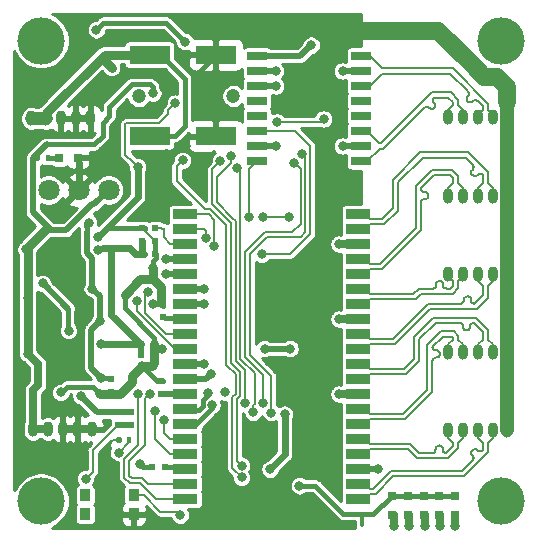
<source format=gbr>
G04 #@! TF.GenerationSoftware,KiCad,Pcbnew,(5.1.0-0)*
G04 #@! TF.CreationDate,2019-06-27T12:49:36+09:00*
G04 #@! TF.ProjectId,SwitchBlox,53776974-6368-4426-9c6f-782e6b696361,rev?*
G04 #@! TF.SameCoordinates,Original*
G04 #@! TF.FileFunction,Copper,L1,Top*
G04 #@! TF.FilePolarity,Positive*
%FSLAX46Y46*%
G04 Gerber Fmt 4.6, Leading zero omitted, Abs format (unit mm)*
G04 Created by KiCad (PCBNEW (5.1.0-0)) date 2019-06-27 12:49:36*
%MOMM*%
%LPD*%
G04 APERTURE LIST*
%ADD10R,2.095000X0.900000*%
%ADD11R,3.500000X1.600000*%
%ADD12O,0.900000X1.300000*%
%ADD13R,1.700000X0.760000*%
%ADD14R,0.900000X1.000000*%
%ADD15R,0.500000X0.600000*%
%ADD16R,0.600000X0.500000*%
%ADD17R,0.800000X0.800000*%
%ADD18C,1.200000*%
%ADD19R,0.400000X0.600000*%
%ADD20C,1.800000*%
%ADD21C,4.000000*%
%ADD22C,0.800000*%
%ADD23C,0.500000*%
%ADD24C,0.600000*%
%ADD25C,1.500000*%
%ADD26C,0.200000*%
%ADD27C,1.200000*%
%ADD28C,0.700000*%
%ADD29C,0.400000*%
%ADD30C,0.800000*%
%ADD31C,0.300000*%
%ADD32C,1.100000*%
%ADD33C,0.254000*%
G04 APERTURE END LIST*
D10*
X158632500Y-86945000D03*
X158632500Y-88215000D03*
X158632500Y-89485000D03*
X158632500Y-90755000D03*
X158632500Y-92025000D03*
X158632500Y-93295000D03*
X158632500Y-94565000D03*
X158632500Y-95835000D03*
X158632500Y-97105000D03*
X158632500Y-98375000D03*
X158632500Y-99645000D03*
X158632500Y-100915000D03*
X158632500Y-102185000D03*
X158632500Y-103455000D03*
X158632500Y-104725000D03*
X158632500Y-105995000D03*
X158632500Y-107265000D03*
X158632500Y-108535000D03*
X158632500Y-109805000D03*
X158632500Y-111075000D03*
X143967500Y-111075000D03*
X143967500Y-109805000D03*
X143967500Y-108535000D03*
X143967500Y-107265000D03*
X143967500Y-105995000D03*
X143967500Y-104725000D03*
X143967500Y-103455000D03*
X143967500Y-102185000D03*
X143967500Y-100915000D03*
X143967500Y-99645000D03*
X143967500Y-98375000D03*
X143967500Y-97105000D03*
X143967500Y-95835000D03*
X143967500Y-94565000D03*
X143967500Y-93295000D03*
X143967500Y-92025000D03*
X143967500Y-90755000D03*
X143967500Y-89485000D03*
X143967500Y-88215000D03*
X143967500Y-86945000D03*
D11*
X146560000Y-80340000D03*
X140960000Y-80340000D03*
D12*
X171250000Y-98625000D03*
X170000000Y-98625000D03*
X168750000Y-98625000D03*
X167500000Y-98625000D03*
X166250000Y-98625000D03*
X171250000Y-92000000D03*
X170000000Y-92000000D03*
X168750000Y-92000000D03*
X167500000Y-92000000D03*
X166250000Y-92000000D03*
X171250000Y-85375000D03*
X170000000Y-85375000D03*
X168750000Y-85375000D03*
X167500000Y-85375000D03*
X166250000Y-85375000D03*
X171250000Y-105250000D03*
X170000000Y-105250000D03*
X168750000Y-105250000D03*
X167500000Y-105250000D03*
X166250000Y-105250000D03*
X171250000Y-78750000D03*
X170000000Y-78750000D03*
X168750000Y-78750000D03*
X167500000Y-78750000D03*
X166250000Y-78750000D03*
X135942893Y-78842893D03*
X134692893Y-78842893D03*
X133442893Y-78842893D03*
X132192893Y-78842893D03*
X130942893Y-78842893D03*
X136092893Y-105142893D03*
X134842893Y-105142893D03*
X133592893Y-105142893D03*
X132342893Y-105142893D03*
X131092893Y-105142893D03*
D13*
X150060000Y-82445000D03*
X150060000Y-81175000D03*
X150060000Y-79905000D03*
X150060000Y-78635000D03*
X150060000Y-77365000D03*
X150060000Y-76095000D03*
X150060000Y-74825000D03*
X150060000Y-73555000D03*
X158860000Y-73555000D03*
X158860000Y-74825000D03*
X158860000Y-76095000D03*
X158860000Y-77365000D03*
X158860000Y-78635000D03*
X158860000Y-79905000D03*
X158860000Y-81175000D03*
X158860000Y-82445000D03*
D14*
X135517107Y-110747107D03*
X139617107Y-110747107D03*
X135517107Y-112347107D03*
X139617107Y-112347107D03*
D11*
X146560000Y-73450000D03*
X140960000Y-73450000D03*
D15*
X138242893Y-104792893D03*
X138242893Y-103692893D03*
X137700000Y-100910000D03*
X137700000Y-102010000D03*
D16*
X141450000Y-88100000D03*
X140350000Y-88100000D03*
D15*
X142100000Y-95650000D03*
X142100000Y-94550000D03*
X141900000Y-101050000D03*
X141900000Y-102150000D03*
D16*
X141120000Y-108340000D03*
X142220000Y-108340000D03*
D15*
X139342893Y-104780000D03*
X139342893Y-103680000D03*
D16*
X140270000Y-98850000D03*
X141370000Y-98850000D03*
X141370000Y-97950000D03*
X140270000Y-97950000D03*
X140350000Y-90300000D03*
X141450000Y-90300000D03*
X141450000Y-89200000D03*
X140350000Y-89200000D03*
D17*
X134920000Y-82180000D03*
X133320000Y-82180000D03*
X161442893Y-110790000D03*
X161442893Y-112390000D03*
X162792893Y-112390000D03*
X162792893Y-110790000D03*
X164148552Y-110790000D03*
X164148552Y-112390000D03*
X165492893Y-112390000D03*
X165492893Y-110790000D03*
X166842893Y-110790000D03*
X166842893Y-112390000D03*
D18*
X140042893Y-76942893D03*
X148042893Y-76942893D03*
D19*
X139242893Y-106042893D03*
X138342893Y-106042893D03*
X131420000Y-82180000D03*
X132320000Y-82180000D03*
D20*
X132402893Y-84907893D03*
X134942893Y-84907893D03*
X137482893Y-84907893D03*
D21*
X170742893Y-72257107D03*
X131757107Y-72257107D03*
X131757107Y-111242893D03*
X170742893Y-111242893D03*
D22*
X131940000Y-96885000D03*
X156930000Y-100475000D03*
X155840000Y-96360000D03*
X152850000Y-102940000D03*
X156630000Y-94080000D03*
X155880000Y-90640000D03*
X154770000Y-108370000D03*
X156889055Y-106765988D03*
X133130000Y-89910000D03*
X135110000Y-96610000D03*
X130400000Y-100400000D03*
X137500000Y-112700000D03*
X137242893Y-109042893D03*
X144017893Y-81142893D03*
X151050000Y-99442893D03*
X145042893Y-76642893D03*
X151742893Y-91814221D03*
X143542893Y-112442893D03*
X136790000Y-102175000D03*
X141250000Y-91475000D03*
X136560000Y-88900000D03*
X140160000Y-108080000D03*
X140277832Y-99782168D03*
X141250022Y-94590000D03*
X135542893Y-109342893D03*
X139942893Y-82942893D03*
X133442893Y-102042893D03*
X143142893Y-77542893D03*
X141970000Y-98360000D03*
X131900000Y-92820000D03*
X152850000Y-98340000D03*
X150700000Y-98340000D03*
X134100000Y-96800000D03*
X147342893Y-102042893D03*
X150556501Y-87208583D03*
X152738444Y-87210314D03*
X136750000Y-96010000D03*
X136100000Y-93250000D03*
X136849998Y-100800000D03*
X135793951Y-87662580D03*
X151630000Y-76095000D03*
X154642893Y-72642893D03*
X149405905Y-87170001D03*
X138342893Y-107142893D03*
X136850000Y-97915000D03*
X136619196Y-89967114D03*
X135142893Y-102342893D03*
X141410021Y-103610000D03*
X142190000Y-104340000D03*
X139998608Y-102155692D03*
X150442893Y-90342893D03*
X145735785Y-88935785D03*
X146442893Y-89642893D03*
X142320000Y-92025000D03*
X142320000Y-90755000D03*
X140790000Y-93540000D03*
X139850010Y-94339968D03*
X145550000Y-93295000D03*
X145550000Y-94565000D03*
X146160000Y-100500000D03*
X145550000Y-99645000D03*
X146240000Y-103130000D03*
X145880000Y-102070000D03*
X140998614Y-102155692D03*
X151630000Y-81175000D03*
X151630000Y-74825000D03*
X161670000Y-113377989D03*
X162959276Y-113377989D03*
X164248552Y-113377989D03*
X165537828Y-113377989D03*
X166827104Y-113377989D03*
X157290000Y-74825000D03*
X157290000Y-81175000D03*
X157000000Y-89485000D03*
X157000000Y-95835000D03*
X157000000Y-102185000D03*
X160300000Y-108535000D03*
X152390000Y-103885000D03*
X136442893Y-71342893D03*
X151742893Y-79142893D03*
X155689999Y-78895797D03*
X143942893Y-72340030D03*
X151142893Y-108542893D03*
X153642893Y-109942893D03*
X148742893Y-109242896D03*
X143759895Y-82389989D03*
X148742893Y-108242893D03*
X146942893Y-82442893D03*
X150542893Y-102942893D03*
X153142893Y-82642893D03*
X151242893Y-103742893D03*
X153842893Y-81842893D03*
X149715068Y-103715068D03*
X148375479Y-83072414D03*
X149042893Y-102942893D03*
X147856707Y-82036754D03*
X137742903Y-74542893D03*
X130630000Y-98750000D03*
X130630000Y-94080000D03*
X130500000Y-89930000D03*
X141223539Y-76728230D03*
D23*
X146470000Y-73450000D02*
X145760000Y-73450000D01*
X156220000Y-71400000D02*
X155600000Y-71400000D01*
X156220000Y-77029999D02*
X156220000Y-71400000D01*
X157190000Y-77999999D02*
X156220000Y-77029999D01*
X145760000Y-80340000D02*
X145780000Y-80360000D01*
X145780000Y-80360000D02*
X145330000Y-80360000D01*
D24*
X134940000Y-82660000D02*
X134940000Y-84905000D01*
D23*
X155315000Y-100475000D02*
X152850000Y-102940000D01*
X156930000Y-100475000D02*
X155315000Y-100475000D01*
X155840000Y-99385000D02*
X156930000Y-100475000D01*
X155840000Y-96360000D02*
X155840000Y-99385000D01*
X155840000Y-94870000D02*
X156630000Y-94080000D01*
X155840000Y-96360000D02*
X155840000Y-94870000D01*
X156630000Y-91390000D02*
X155880000Y-90640000D01*
X156630000Y-94080000D02*
X156630000Y-91390000D01*
X157190000Y-79590000D02*
X157190000Y-77999999D01*
X155880000Y-80900000D02*
X157190000Y-79590000D01*
X155790000Y-84180000D02*
X155880000Y-84270000D01*
X155880000Y-90640000D02*
X155880000Y-84270000D01*
X155880000Y-84270000D02*
X155880000Y-80900000D01*
X156889055Y-106765988D02*
X155285043Y-108370000D01*
X155285043Y-108370000D02*
X154770000Y-108370000D01*
X156675988Y-106765988D02*
X156889055Y-106765988D01*
X152850000Y-102940000D02*
X156675988Y-106765988D01*
X145400000Y-80700000D02*
X145760000Y-80340000D01*
D24*
X138350000Y-112300000D02*
X138380000Y-112330000D01*
D25*
X156220000Y-71400000D02*
X165190000Y-71400000D01*
D26*
X165190000Y-71400000D02*
X165340000Y-71400000D01*
D25*
X169270000Y-75330000D02*
X170410000Y-75330000D01*
X171250000Y-76170000D02*
X171250000Y-77460000D01*
X170410000Y-75330000D02*
X171250000Y-76170000D01*
D27*
X171250000Y-77460000D02*
X171250000Y-78750000D01*
X171250000Y-78750000D02*
X171250000Y-79600000D01*
X171250000Y-79600000D02*
X171250000Y-105250000D01*
D23*
X135942893Y-78842893D02*
X134692893Y-78842893D01*
D28*
X134842893Y-105142893D02*
X136092893Y-105142893D01*
D26*
X138342893Y-106042893D02*
X137842893Y-106042893D01*
X137842893Y-106042893D02*
X137342893Y-106542893D01*
X137342893Y-106542893D02*
X137342893Y-106842893D01*
D24*
X137200000Y-112300000D02*
X138350000Y-112300000D01*
X136600000Y-112300000D02*
X137200000Y-112300000D01*
D25*
X168212893Y-74272893D02*
X169270000Y-75330000D01*
X165340000Y-71400000D02*
X168212893Y-74272893D01*
D23*
X155600000Y-71400000D02*
X148520000Y-71400000D01*
D29*
X143357107Y-81142893D02*
X144017893Y-81142893D01*
D26*
X151050000Y-99442893D02*
X151642893Y-99442893D01*
X152850000Y-100650000D02*
X152850000Y-102940000D01*
X151642893Y-99442893D02*
X152850000Y-100650000D01*
D29*
X142850000Y-81650000D02*
X143357107Y-81142893D01*
X136642893Y-81642893D02*
X136105786Y-82180000D01*
X142850000Y-81650000D02*
X142350000Y-81650000D01*
X142350000Y-81650000D02*
X142342893Y-81642893D01*
D23*
X136105786Y-82180000D02*
X134920000Y-82180000D01*
D29*
X145042893Y-76642893D02*
X145042893Y-74942893D01*
X145042893Y-74967107D02*
X146560000Y-73450000D01*
X145042893Y-76642893D02*
X145042893Y-74967107D01*
D28*
X133592893Y-105142893D02*
X134842893Y-105142893D01*
D26*
X159640000Y-110665000D02*
X160083200Y-110665000D01*
X159230000Y-111075000D02*
X159640000Y-110665000D01*
X158632500Y-111075000D02*
X159230000Y-111075000D01*
X160083200Y-110665000D02*
X161593200Y-109155000D01*
X161593200Y-109155000D02*
X167573200Y-109155000D01*
X169600000Y-106300000D02*
X170000000Y-105900000D01*
X170000000Y-105900000D02*
X170000000Y-105250000D01*
X167573200Y-109155000D02*
X169600000Y-107128200D01*
X169600000Y-107128200D02*
X169600000Y-106300000D01*
X159230000Y-109805000D02*
X158632500Y-109805000D01*
X159640000Y-110215000D02*
X159230000Y-109805000D01*
X159896800Y-110215000D02*
X159640000Y-110215000D01*
X168524354Y-106832980D02*
X168457176Y-106832980D01*
X168702897Y-106918962D02*
X168650375Y-106877077D01*
X168838784Y-107012832D02*
X168778258Y-106983685D01*
X168778258Y-106983685D02*
X168725735Y-106941800D01*
X168904278Y-107027781D02*
X168838784Y-107012832D01*
X168750000Y-105900000D02*
X169150000Y-106300000D01*
X168725735Y-106941800D02*
X168702897Y-106918962D01*
X168750000Y-105250000D02*
X168750000Y-105900000D01*
X167386800Y-108705000D02*
X161406800Y-108705000D01*
X168650375Y-106877077D02*
X168589849Y-106847929D01*
X169150000Y-106300000D02*
X169150000Y-106941800D01*
X168343355Y-107418585D02*
X168372503Y-107479111D01*
X169150000Y-106941800D02*
X169097477Y-106983685D01*
X168457176Y-106832980D02*
X168391681Y-106847929D01*
X169097477Y-106983685D02*
X169036951Y-107012832D01*
X169036951Y-107012832D02*
X168971457Y-107027781D01*
X168589849Y-106847929D02*
X168524354Y-106832980D01*
X168343355Y-107737805D02*
X168301471Y-107790328D01*
X168391681Y-106847929D02*
X168331155Y-106877077D01*
X168331155Y-106877077D02*
X168278633Y-106918962D01*
X168236747Y-106971484D02*
X168207600Y-107032010D01*
X168207600Y-107032010D02*
X168192651Y-107097504D01*
X168971457Y-107027781D02*
X168904278Y-107027781D01*
X168278633Y-107343226D02*
X168301470Y-107366063D01*
X161406800Y-108705000D02*
X159896800Y-110215000D01*
X168192651Y-107097504D02*
X168192651Y-107164683D01*
X168192651Y-107164683D02*
X168207600Y-107230177D01*
X168301470Y-107366063D02*
X168343355Y-107418585D01*
X168207600Y-107230177D02*
X168236747Y-107290703D01*
X168236747Y-107290703D02*
X168278633Y-107343226D01*
X168278633Y-106918962D02*
X168236747Y-106971484D01*
X168387452Y-107611784D02*
X168372503Y-107677279D01*
X168372503Y-107479111D02*
X168387452Y-107544606D01*
X168301471Y-107790328D02*
X168195407Y-107896393D01*
X168387452Y-107544606D02*
X168387452Y-107611784D01*
X168372503Y-107677279D02*
X168343355Y-107737805D01*
X168195407Y-107896393D02*
X167386800Y-108705000D01*
X162846800Y-106855000D02*
X163606800Y-107615000D01*
X159640000Y-106855000D02*
X162846800Y-106855000D01*
X158632500Y-107265000D02*
X159230000Y-107265000D01*
X159230000Y-107265000D02*
X159640000Y-106855000D01*
X163606800Y-107615000D02*
X166253200Y-107615000D01*
X167500000Y-105900000D02*
X167500000Y-105250000D01*
X167100000Y-106300000D02*
X167500000Y-105900000D01*
X166253200Y-107615000D02*
X167100000Y-106768200D01*
X167100000Y-106768200D02*
X167100000Y-106300000D01*
X159230000Y-105995000D02*
X158632500Y-105995000D01*
X159640000Y-106405000D02*
X159230000Y-105995000D01*
X163033200Y-106405000D02*
X159640000Y-106405000D01*
X165701349Y-106645651D02*
X165653846Y-106598148D01*
X165737090Y-106702532D02*
X165701349Y-106645651D01*
X165759278Y-106765941D02*
X165737090Y-106702532D01*
X165766800Y-106832698D02*
X165759278Y-106765941D01*
X165766800Y-106865000D02*
X165766800Y-106832698D01*
X165774321Y-106931756D02*
X165766800Y-106865000D01*
X165796509Y-106995165D02*
X165774321Y-106931756D01*
X164866800Y-107165000D02*
X163793200Y-107165000D01*
X165832250Y-107052046D02*
X165796509Y-106995165D01*
X164933556Y-107157478D02*
X164866800Y-107165000D01*
X165879753Y-107099549D02*
X165832250Y-107052046D01*
X165053846Y-107099549D02*
X164996965Y-107135290D01*
X165936634Y-107135290D02*
X165879753Y-107099549D01*
X165174321Y-106765941D02*
X165166800Y-106832698D01*
X164996965Y-107135290D02*
X164933556Y-107157478D01*
X166250000Y-105900000D02*
X166650000Y-106300000D01*
X165159278Y-106931756D02*
X165137090Y-106995165D01*
X166250000Y-105250000D02*
X166250000Y-105900000D01*
X165101349Y-107052046D02*
X165053846Y-107099549D01*
X166650000Y-106300000D02*
X166650000Y-106581800D01*
X165137090Y-106995165D02*
X165101349Y-107052046D01*
X166650000Y-106581800D02*
X166066800Y-107165000D01*
X166066800Y-107165000D02*
X166000043Y-107157478D01*
X166000043Y-107157478D02*
X165936634Y-107135290D01*
X165653846Y-106598148D02*
X165596965Y-106562407D01*
X165596965Y-106562407D02*
X165533556Y-106540219D01*
X165533556Y-106540219D02*
X165466800Y-106532698D01*
X165466800Y-106532698D02*
X165400043Y-106540219D01*
X165400043Y-106540219D02*
X165336634Y-106562407D01*
X165336634Y-106562407D02*
X165279753Y-106598148D01*
X165279753Y-106598148D02*
X165232250Y-106645651D01*
X165232250Y-106645651D02*
X165196509Y-106702532D01*
X165166800Y-106832698D02*
X165166800Y-106865000D01*
X165196509Y-106702532D02*
X165174321Y-106765941D01*
X165166800Y-106865000D02*
X165159278Y-106931756D01*
X163793200Y-107165000D02*
X163033200Y-106405000D01*
X162593200Y-104315000D02*
X159640000Y-104315000D01*
X164905000Y-102003200D02*
X162593200Y-104315000D01*
X164905000Y-99383200D02*
X164905000Y-102003200D01*
X165205000Y-98483200D02*
X165237302Y-98483200D01*
X159230000Y-104725000D02*
X158632500Y-104725000D01*
X166250000Y-98625000D02*
X166250000Y-97975000D01*
X159640000Y-104315000D02*
X159230000Y-104725000D01*
X164934710Y-98313365D02*
X164970451Y-98370246D01*
X165507593Y-98913365D02*
X165471852Y-98970246D01*
X165017954Y-98417749D02*
X165074835Y-98453490D01*
X165237302Y-98483200D02*
X165304059Y-98490721D01*
X164912522Y-98249956D02*
X164934710Y-98313365D01*
X164905000Y-98183200D02*
X164912522Y-98249956D01*
X165424349Y-99017749D02*
X165367468Y-99053490D01*
X165017954Y-99148650D02*
X164970451Y-99196153D01*
X164912522Y-99316443D02*
X164905000Y-99383200D01*
X165304059Y-99075678D02*
X165237302Y-99083200D01*
X164970451Y-98370246D02*
X165017954Y-98417749D01*
X165471852Y-98970246D02*
X165424349Y-99017749D01*
X166650000Y-97575000D02*
X166650000Y-97418200D01*
X165304059Y-98490721D02*
X165367468Y-98512909D01*
X165074835Y-99112909D02*
X165017954Y-99148650D01*
X166650000Y-97418200D02*
X166546800Y-97315000D01*
X166546800Y-97315000D02*
X165773200Y-97315000D01*
X165074835Y-98453490D02*
X165138244Y-98475678D01*
X165205000Y-99083200D02*
X165138244Y-99090721D01*
X165773200Y-97315000D02*
X164905000Y-98183200D01*
X165367468Y-98512909D02*
X165424349Y-98548650D01*
X165424349Y-98548650D02*
X165471852Y-98596153D01*
X165507593Y-98653034D02*
X165529781Y-98716443D01*
X165138244Y-99090721D02*
X165074835Y-99112909D01*
X165529781Y-98716443D02*
X165537302Y-98783200D01*
X165529781Y-98849956D02*
X165507593Y-98913365D01*
X165138244Y-98475678D02*
X165205000Y-98483200D01*
X165367468Y-99053490D02*
X165304059Y-99075678D01*
X166250000Y-97975000D02*
X166650000Y-97575000D01*
X165237302Y-99083200D02*
X165205000Y-99083200D01*
X165471852Y-98596153D02*
X165507593Y-98653034D01*
X164934710Y-99253034D02*
X164912522Y-99316443D01*
X165537302Y-98783200D02*
X165529781Y-98849956D01*
X164970451Y-99196153D02*
X164934710Y-99253034D01*
X162406800Y-103865000D02*
X164455000Y-101816800D01*
X159640000Y-103865000D02*
X162406800Y-103865000D01*
X158632500Y-103455000D02*
X159230000Y-103455000D01*
X159230000Y-103455000D02*
X159640000Y-103865000D01*
X164455000Y-101816800D02*
X164455000Y-97996800D01*
X164455000Y-97996800D02*
X165586800Y-96865000D01*
X165586800Y-96865000D02*
X166733200Y-96865000D01*
X167500000Y-97975000D02*
X167500000Y-98625000D01*
X167100000Y-97575000D02*
X167500000Y-97975000D01*
X166733200Y-96865000D02*
X167100000Y-97231800D01*
X167100000Y-97231800D02*
X167100000Y-97575000D01*
X159230000Y-100915000D02*
X158632500Y-100915000D01*
X159640000Y-100505000D02*
X159230000Y-100915000D01*
X162643200Y-100505000D02*
X159640000Y-100505000D01*
X163775000Y-99373200D02*
X162643200Y-100505000D01*
X163775000Y-97553200D02*
X163775000Y-99373200D01*
X168079278Y-96564059D02*
X168057090Y-96627468D01*
X168086800Y-96497302D02*
X168079278Y-96564059D01*
X168086800Y-96465000D02*
X168086800Y-96497302D01*
X168094321Y-96398244D02*
X168086800Y-96465000D01*
X168116509Y-96334835D02*
X168094321Y-96398244D01*
X168152250Y-96277954D02*
X168116509Y-96334835D01*
X167316965Y-96194710D02*
X167253556Y-96172522D01*
X168057090Y-96627468D02*
X168021349Y-96684349D01*
X167599753Y-96731852D02*
X167552250Y-96684349D01*
X167186800Y-96165000D02*
X165163200Y-96165000D01*
X165163200Y-96165000D02*
X163775000Y-97553200D01*
X169150000Y-96928200D02*
X168386800Y-96165000D01*
X168386800Y-96165000D02*
X168320043Y-96172522D01*
X168199753Y-96230451D02*
X168152250Y-96277954D01*
X168021349Y-96684349D02*
X167973846Y-96731852D01*
X168320043Y-96172522D02*
X168256634Y-96194710D01*
X168750000Y-98625000D02*
X168750000Y-97975000D01*
X167973846Y-96731852D02*
X167916965Y-96767593D01*
X168256634Y-96194710D02*
X168199753Y-96230451D01*
X167916965Y-96767593D02*
X167853556Y-96789781D01*
X167552250Y-96684349D02*
X167516509Y-96627468D01*
X167373846Y-96230451D02*
X167316965Y-96194710D01*
X168750000Y-97975000D02*
X169150000Y-97575000D01*
X167853556Y-96789781D02*
X167786800Y-96797302D01*
X167421349Y-96277954D02*
X167373846Y-96230451D01*
X167786800Y-96797302D02*
X167720043Y-96789781D01*
X167457090Y-96334835D02*
X167421349Y-96277954D01*
X167720043Y-96789781D02*
X167656634Y-96767593D01*
X167479278Y-96398244D02*
X167457090Y-96334835D01*
X167656634Y-96767593D02*
X167599753Y-96731852D01*
X169150000Y-97575000D02*
X169150000Y-96928200D01*
X167516509Y-96627468D02*
X167494321Y-96564059D01*
X167486800Y-96465000D02*
X167479278Y-96398244D01*
X167494321Y-96564059D02*
X167486800Y-96497302D01*
X167486800Y-96497302D02*
X167486800Y-96465000D01*
X167253556Y-96172522D02*
X167186800Y-96165000D01*
X162456800Y-100055000D02*
X163325000Y-99186800D01*
X159640000Y-100055000D02*
X162456800Y-100055000D01*
X158632500Y-99645000D02*
X159230000Y-99645000D01*
X159230000Y-99645000D02*
X159640000Y-100055000D01*
X163325000Y-99186800D02*
X163325000Y-97366800D01*
X163325000Y-97366800D02*
X164976800Y-95715000D01*
X164976800Y-95715000D02*
X168573200Y-95715000D01*
X170000000Y-97975000D02*
X170000000Y-98625000D01*
X169600000Y-97575000D02*
X170000000Y-97975000D01*
X168573200Y-95715000D02*
X169600000Y-96741800D01*
X169600000Y-96741800D02*
X169600000Y-97575000D01*
X159640000Y-97965000D02*
X161733200Y-97965000D01*
X158632500Y-98375000D02*
X159230000Y-98375000D01*
X161733200Y-97965000D02*
X164723200Y-94975000D01*
X159230000Y-98375000D02*
X159640000Y-97965000D01*
X164723200Y-94975000D02*
X168643200Y-94975000D01*
X170000000Y-92650000D02*
X170000000Y-92000000D01*
X169600000Y-93050000D02*
X170000000Y-92650000D01*
X168643200Y-94975000D02*
X169600000Y-94018200D01*
X169600000Y-94018200D02*
X169600000Y-93050000D01*
X159230000Y-97105000D02*
X158632500Y-97105000D01*
X159640000Y-97515000D02*
X159230000Y-97105000D01*
X161546800Y-97515000D02*
X159640000Y-97515000D01*
X168091349Y-94005651D02*
X168043846Y-93958148D01*
X168269753Y-94459549D02*
X168222250Y-94412046D01*
X168186509Y-94355165D02*
X168164321Y-94291756D01*
X168164321Y-94291756D02*
X168156800Y-94225000D01*
X167556800Y-94225000D02*
X167549278Y-94291756D01*
X168326634Y-94495290D02*
X168269753Y-94459549D01*
X167669753Y-93958148D02*
X167622250Y-94005651D01*
X167386965Y-94495290D02*
X167323556Y-94517478D01*
X167491349Y-94412046D02*
X167443846Y-94459549D01*
X168127090Y-94062532D02*
X168091349Y-94005651D01*
X169150000Y-93050000D02*
X169150000Y-93831800D01*
X168750000Y-92650000D02*
X169150000Y-93050000D01*
X168222250Y-94412046D02*
X168186509Y-94355165D01*
X168750000Y-92000000D02*
X168750000Y-92650000D01*
X167556800Y-94192698D02*
X167556800Y-94225000D01*
X169150000Y-93831800D02*
X168456800Y-94525000D01*
X168456800Y-94525000D02*
X168390043Y-94517478D01*
X167256800Y-94525000D02*
X164536800Y-94525000D01*
X168390043Y-94517478D02*
X168326634Y-94495290D01*
X168043846Y-93958148D02*
X167986965Y-93922407D01*
X168156800Y-94225000D02*
X168156800Y-94192698D01*
X167986965Y-93922407D02*
X167923556Y-93900219D01*
X168149278Y-94125941D02*
X168127090Y-94062532D01*
X167790043Y-93900219D02*
X167726634Y-93922407D01*
X167923556Y-93900219D02*
X167856800Y-93892698D01*
X167856800Y-93892698D02*
X167790043Y-93900219D01*
X167622250Y-94005651D02*
X167586509Y-94062532D01*
X164536800Y-94525000D02*
X161546800Y-97515000D01*
X167726634Y-93922407D02*
X167669753Y-93958148D01*
X167586509Y-94062532D02*
X167564321Y-94125941D01*
X167564321Y-94125941D02*
X167556800Y-94192698D01*
X168156800Y-94192698D02*
X168149278Y-94125941D01*
X167443846Y-94459549D02*
X167386965Y-94495290D01*
X167549278Y-94291756D02*
X167527090Y-94355165D01*
X167527090Y-94355165D02*
X167491349Y-94412046D01*
X167323556Y-94517478D02*
X167256800Y-94525000D01*
X159640000Y-94155000D02*
X163473200Y-94155000D01*
X163473200Y-94155000D02*
X163933200Y-93695000D01*
X158632500Y-94565000D02*
X159230000Y-94565000D01*
X159230000Y-94565000D02*
X159640000Y-94155000D01*
X163933200Y-93695000D02*
X166613200Y-93695000D01*
X167500000Y-92200000D02*
X167500000Y-92000000D01*
X167100000Y-92600000D02*
X167500000Y-92200000D01*
X166613200Y-93695000D02*
X167100000Y-93208200D01*
X167100000Y-93208200D02*
X167100000Y-92600000D01*
X159230000Y-93295000D02*
X158632500Y-93295000D01*
X163286800Y-93705000D02*
X159640000Y-93705000D01*
X163746800Y-93245000D02*
X163286800Y-93705000D01*
X165744549Y-92725651D02*
X165697046Y-92678148D01*
X165379834Y-92642407D02*
X165322953Y-92678148D01*
X165817521Y-93011756D02*
X165810000Y-92945000D01*
X165875450Y-93132046D02*
X165839709Y-93075165D01*
X165697046Y-92678148D02*
X165640165Y-92642407D01*
X165922953Y-93179549D02*
X165875450Y-93132046D01*
X165979834Y-93215290D02*
X165922953Y-93179549D01*
X166043243Y-93237478D02*
X165979834Y-93215290D01*
X165040165Y-93215290D02*
X164976756Y-93237478D01*
X165780290Y-92782532D02*
X165744549Y-92725651D01*
X165810000Y-92945000D02*
X165810000Y-92912698D01*
X165802478Y-92845941D02*
X165780290Y-92782532D01*
X166650000Y-92600000D02*
X166650000Y-93021800D01*
X166650000Y-93021800D02*
X166426800Y-93245000D01*
X166250000Y-92200000D02*
X166650000Y-92600000D01*
X166110000Y-93245000D02*
X166043243Y-93237478D01*
X166250000Y-92000000D02*
X166250000Y-92200000D01*
X165640165Y-92642407D02*
X165576756Y-92620219D01*
X165576756Y-92620219D02*
X165510000Y-92612698D01*
X165510000Y-92612698D02*
X165443243Y-92620219D01*
X165239709Y-92782532D02*
X165217521Y-92845941D01*
X165210000Y-92945000D02*
X165202478Y-93011756D01*
X165839709Y-93075165D02*
X165817521Y-93011756D01*
X165443243Y-92620219D02*
X165379834Y-92642407D01*
X165322953Y-92678148D02*
X165275450Y-92725651D01*
X165275450Y-92725651D02*
X165239709Y-92782532D01*
X159640000Y-93705000D02*
X159230000Y-93295000D01*
X165217521Y-92845941D02*
X165210000Y-92912698D01*
X165210000Y-92912698D02*
X165210000Y-92945000D01*
X165144549Y-93132046D02*
X165097046Y-93179549D01*
X165180290Y-93075165D02*
X165144549Y-93132046D01*
X165810000Y-92912698D02*
X165802478Y-92845941D01*
X165097046Y-93179549D02*
X165040165Y-93215290D01*
X164976756Y-93237478D02*
X164910000Y-93245000D01*
X166426800Y-93245000D02*
X166110000Y-93245000D01*
X165202478Y-93011756D02*
X165180290Y-93075165D01*
X164910000Y-93245000D02*
X163746800Y-93245000D01*
X159230000Y-92025000D02*
X158632500Y-92025000D01*
X159640000Y-91615000D02*
X159230000Y-92025000D01*
X163935000Y-88293200D02*
X160613200Y-91615000D01*
X163935000Y-85973200D02*
X163935000Y-88293200D01*
X164235000Y-85073200D02*
X164267301Y-85073200D01*
X164334058Y-85665678D02*
X164267301Y-85673200D01*
X164168244Y-85065678D02*
X164235000Y-85073200D01*
X164559780Y-85439956D02*
X164537592Y-85503365D01*
X164104835Y-85043490D02*
X164168244Y-85065678D01*
X164104835Y-85702909D02*
X164047954Y-85738650D01*
X164000451Y-84960246D02*
X164047954Y-85007749D01*
X163964710Y-84903365D02*
X164000451Y-84960246D01*
X164501851Y-85186153D02*
X164537592Y-85243034D01*
X166250000Y-85375000D02*
X166250000Y-84725000D01*
X160613200Y-91615000D02*
X159640000Y-91615000D01*
X164334058Y-85080721D02*
X164397467Y-85102909D01*
X164501851Y-85560246D02*
X164454348Y-85607749D01*
X164267301Y-85073200D02*
X164334058Y-85080721D01*
X164567301Y-85373200D02*
X164559780Y-85439956D01*
X164000451Y-85786153D02*
X163964710Y-85843034D01*
X166650000Y-84325000D02*
X166650000Y-83918200D01*
X164454348Y-85138650D02*
X164501851Y-85186153D01*
X166650000Y-83918200D02*
X166366800Y-83635000D01*
X164537592Y-85243034D02*
X164559780Y-85306443D01*
X166250000Y-84725000D02*
X166650000Y-84325000D01*
X163935000Y-84773200D02*
X163942522Y-84839956D01*
X164168244Y-85680721D02*
X164104835Y-85702909D01*
X166366800Y-83635000D02*
X165073200Y-83635000D01*
X164397467Y-85643490D02*
X164334058Y-85665678D01*
X165073200Y-83635000D02*
X163935000Y-84773200D01*
X163942522Y-84839956D02*
X163964710Y-84903365D01*
X164267301Y-85673200D02*
X164235000Y-85673200D01*
X164397467Y-85102909D02*
X164454348Y-85138650D01*
X164047954Y-85007749D02*
X164104835Y-85043490D01*
X164537592Y-85503365D02*
X164501851Y-85560246D01*
X164454348Y-85607749D02*
X164397467Y-85643490D01*
X164235000Y-85673200D02*
X164168244Y-85680721D01*
X164559780Y-85306443D02*
X164567301Y-85373200D01*
X164047954Y-85738650D02*
X164000451Y-85786153D01*
X163964710Y-85843034D02*
X163942522Y-85906443D01*
X163942522Y-85906443D02*
X163935000Y-85973200D01*
X160426800Y-91165000D02*
X163485000Y-88106800D01*
X159640000Y-91165000D02*
X160426800Y-91165000D01*
X158632500Y-90755000D02*
X159230000Y-90755000D01*
X159230000Y-90755000D02*
X159640000Y-91165000D01*
X163485000Y-88106800D02*
X163485000Y-84586800D01*
X163485000Y-84586800D02*
X164886800Y-83185000D01*
X164886800Y-83185000D02*
X166553200Y-83185000D01*
X167500000Y-84725000D02*
X167500000Y-85375000D01*
X167100000Y-84325000D02*
X167500000Y-84725000D01*
X166553200Y-83185000D02*
X167100000Y-83731800D01*
X167100000Y-83731800D02*
X167100000Y-84325000D01*
X159230000Y-88215000D02*
X158632500Y-88215000D01*
X159640000Y-87805000D02*
X159230000Y-88215000D01*
X161995000Y-84233200D02*
X161995000Y-86653200D01*
X168524355Y-83707020D02*
X168457175Y-83707019D01*
X169097478Y-83556315D02*
X169036951Y-83527167D01*
X168702896Y-83621038D02*
X168650375Y-83662924D01*
X167706800Y-82155000D02*
X164073200Y-82155000D01*
X169036951Y-83527167D02*
X168971458Y-83512219D01*
X168725736Y-83598201D02*
X168702896Y-83621038D01*
X168372503Y-82862719D02*
X168343355Y-82802193D01*
X168457175Y-83707019D02*
X168391681Y-83692071D01*
X168301470Y-83173934D02*
X168343356Y-83121413D01*
X168589849Y-83692072D02*
X168524355Y-83707020D01*
X168904278Y-83512218D02*
X168838785Y-83527168D01*
X168838785Y-83527168D02*
X168778258Y-83556314D01*
X161995000Y-86653200D02*
X160843200Y-87805000D01*
X168192651Y-83442496D02*
X168192650Y-83375316D01*
X168372504Y-83060887D02*
X168387452Y-82995393D01*
X168971458Y-83512219D02*
X168904278Y-83512218D01*
X160843200Y-87805000D02*
X159640000Y-87805000D01*
X168750000Y-84725000D02*
X169150000Y-84325000D01*
X168650375Y-83662924D02*
X168589849Y-83692072D01*
X169150000Y-83598200D02*
X169097478Y-83556315D01*
X168750000Y-85375000D02*
X168750000Y-84725000D01*
X169150000Y-84325000D02*
X169150000Y-83598200D01*
X168391681Y-83692071D02*
X168331155Y-83662923D01*
X168331155Y-83662923D02*
X168278632Y-83621038D01*
X168301471Y-82749671D02*
X167706800Y-82155000D01*
X168278632Y-83621038D02*
X168236747Y-83568516D01*
X168236747Y-83568516D02*
X168207599Y-83507989D01*
X168207599Y-83507989D02*
X168192651Y-83442496D01*
X168192650Y-83375316D02*
X168207600Y-83309823D01*
X168207600Y-83309823D02*
X168236746Y-83249296D01*
X168387451Y-82928213D02*
X168372503Y-82862719D01*
X164073200Y-82155000D02*
X161995000Y-84233200D01*
X168236746Y-83249296D02*
X168278633Y-83196774D01*
X168278633Y-83196774D02*
X168301470Y-83173934D01*
X168343356Y-83121413D02*
X168372504Y-83060887D01*
X168778258Y-83556314D02*
X168725736Y-83598201D01*
X168387452Y-82995393D02*
X168387451Y-82928213D01*
X168343355Y-82802193D02*
X168301471Y-82749671D01*
X160656800Y-87355000D02*
X161545000Y-86466800D01*
X159640000Y-87355000D02*
X160656800Y-87355000D01*
X158632500Y-86945000D02*
X159230000Y-86945000D01*
X159230000Y-86945000D02*
X159640000Y-87355000D01*
X161545000Y-86466800D02*
X161545000Y-84046800D01*
X161545000Y-84046800D02*
X163886800Y-81705000D01*
X163886800Y-81705000D02*
X167893200Y-81705000D01*
X170000000Y-84725000D02*
X170000000Y-85375000D01*
X169600000Y-84325000D02*
X170000000Y-84725000D01*
X167893200Y-81705000D02*
X169600000Y-83411800D01*
X169600000Y-83411800D02*
X169600000Y-84325000D01*
X159605000Y-73555000D02*
X160650000Y-74600000D01*
X158715000Y-73555000D02*
X159605000Y-73555000D01*
X170000000Y-78550000D02*
X170000000Y-78750000D01*
X160650000Y-74600000D02*
X166608200Y-74600000D01*
X166608200Y-74600000D02*
X169600000Y-77591800D01*
X169600000Y-77591800D02*
X169600000Y-78150000D01*
X169600000Y-78150000D02*
X170000000Y-78550000D01*
X159590786Y-76095000D02*
X158715000Y-76095000D01*
X160635786Y-75050000D02*
X159590786Y-76095000D01*
X167972504Y-76840887D02*
X167987453Y-76775392D01*
X168302897Y-77401037D02*
X168250376Y-77442923D01*
X166421800Y-75050000D02*
X160635786Y-75050000D01*
X168250376Y-77442923D02*
X168189850Y-77472071D01*
X168504278Y-77292218D02*
X168438785Y-77307168D01*
X167836748Y-77348515D02*
X167807600Y-77287988D01*
X168636951Y-77307167D02*
X168571458Y-77292219D01*
X168750000Y-78550000D02*
X169150000Y-78150000D01*
X168750000Y-78750000D02*
X168750000Y-78550000D01*
X167987453Y-76708214D02*
X167972504Y-76642719D01*
X168189850Y-77472071D02*
X168124355Y-77487020D01*
X168438785Y-77307168D02*
X168378258Y-77336314D01*
X168124355Y-77487020D02*
X168057177Y-77487020D01*
X169150000Y-77778200D02*
X168750000Y-77378200D01*
X167792651Y-77155315D02*
X167807601Y-77089822D01*
X168750000Y-77378200D02*
X168697478Y-77336315D01*
X168057177Y-77487020D02*
X167991682Y-77472071D01*
X168571458Y-77292219D02*
X168504278Y-77292218D01*
X167991682Y-77472071D02*
X167931156Y-77442923D01*
X167878634Y-76976773D02*
X167901470Y-76953934D01*
X167931156Y-77442923D02*
X167878633Y-77401037D01*
X167878633Y-77401037D02*
X167836748Y-77348515D01*
X169150000Y-78150000D02*
X169150000Y-77778200D01*
X167807600Y-77287988D02*
X167792652Y-77222495D01*
X167792652Y-77222495D02*
X167792651Y-77155315D01*
X167987453Y-76775392D02*
X167987453Y-76708214D01*
X167807601Y-77089822D02*
X167836747Y-77029295D01*
X167943356Y-76901413D02*
X167972504Y-76840887D01*
X168697478Y-77336315D02*
X168636951Y-77307167D01*
X167836747Y-77029295D02*
X167878634Y-76976773D01*
X168325736Y-77378201D02*
X168302897Y-77401037D01*
X167901470Y-76953934D02*
X167943356Y-76901413D01*
X168378258Y-77336314D02*
X168325736Y-77378201D01*
X167972504Y-76642719D02*
X167943356Y-76582193D01*
X167943356Y-76582193D02*
X167901471Y-76529671D01*
X167901471Y-76529671D02*
X166421800Y-75050000D01*
X167100000Y-77700000D02*
X167500000Y-78100000D01*
X167100000Y-77301800D02*
X167100000Y-77700000D01*
X159355000Y-79905000D02*
X160400000Y-80950000D01*
X167500000Y-78100000D02*
X167500000Y-78750000D01*
X158715000Y-79905000D02*
X159355000Y-79905000D01*
X160400000Y-80950000D02*
X160531800Y-80950000D01*
X160531800Y-80950000D02*
X164846800Y-76635000D01*
X164846800Y-76635000D02*
X166433200Y-76635000D01*
X166433200Y-76635000D02*
X167100000Y-77301800D01*
X159390786Y-82445000D02*
X158715000Y-82445000D01*
X160435786Y-81400000D02*
X159390786Y-82445000D01*
X160718200Y-81400000D02*
X160435786Y-81400000D01*
X165056040Y-77532103D02*
X165097924Y-77584626D01*
X165033201Y-77509264D02*
X165056040Y-77532103D01*
X164991316Y-77456741D02*
X165033201Y-77509264D01*
X164962168Y-77396216D02*
X164991316Y-77456741D01*
X164947219Y-77263543D02*
X164947220Y-77330721D01*
X164991315Y-77137523D02*
X164962169Y-77198048D01*
X164947220Y-77330721D02*
X164962168Y-77396216D01*
X166250000Y-78750000D02*
X166250000Y-78100000D01*
X166650000Y-77700000D02*
X166650000Y-77488200D01*
X164363217Y-77847548D02*
X164297723Y-77862496D01*
X166650000Y-77488200D02*
X166246800Y-77085000D01*
X164962169Y-77198048D02*
X164947219Y-77263543D01*
X166250000Y-78100000D02*
X166650000Y-77700000D01*
X165097925Y-77903844D02*
X165056040Y-77956367D01*
X166246800Y-77085000D02*
X165033200Y-77085000D01*
X165033200Y-77085000D02*
X164991315Y-77137523D01*
X165142021Y-77777824D02*
X165127073Y-77843318D01*
X164495889Y-77862497D02*
X164430395Y-77847549D01*
X165003518Y-77998253D02*
X164942991Y-78027401D01*
X164608938Y-77933529D02*
X164556415Y-77891645D01*
X164942991Y-78027401D02*
X164877498Y-78042349D01*
X164877498Y-78042349D02*
X164810318Y-78042350D01*
X164684298Y-77998254D02*
X164631776Y-77956367D01*
X164810318Y-78042350D02*
X164744825Y-78027400D01*
X164297723Y-77862496D02*
X164237197Y-77891644D01*
X165056040Y-77956367D02*
X165003518Y-77998253D01*
X164744825Y-78027400D02*
X164684298Y-77998254D01*
X165127072Y-77645152D02*
X165142020Y-77710646D01*
X164631776Y-77956367D02*
X164608938Y-77933529D01*
X165097924Y-77584626D02*
X165127072Y-77645152D01*
X164556415Y-77891645D02*
X164495889Y-77862497D01*
X164430395Y-77847549D02*
X164363217Y-77847548D01*
X165142020Y-77710646D02*
X165142021Y-77777824D01*
X164237197Y-77891644D02*
X164184673Y-77933528D01*
X165127073Y-77843318D02*
X165097925Y-77903844D01*
X164184673Y-77933528D02*
X160718200Y-81400000D01*
X139697107Y-110747107D02*
X139627107Y-110817107D01*
X140277107Y-110747107D02*
X139697107Y-110747107D01*
X140472107Y-110747107D02*
X139617107Y-110747107D01*
X141865000Y-112140000D02*
X140472107Y-110747107D01*
X143240000Y-112140000D02*
X143542893Y-112442893D01*
X141865000Y-112140000D02*
X143240000Y-112140000D01*
D30*
X141900000Y-93120000D02*
X141900000Y-94460000D01*
X141250000Y-91475000D02*
X141250000Y-92470000D01*
X141250000Y-92470000D02*
X141900000Y-93120000D01*
D23*
X141370000Y-98420000D02*
X141370000Y-98850000D01*
X141370000Y-97950000D02*
X141370000Y-98420000D01*
D29*
X140420000Y-108340000D02*
X140160000Y-108080000D01*
X141120000Y-108340000D02*
X140420000Y-108340000D01*
X142056519Y-101060834D02*
X141590834Y-101060834D01*
D30*
X140150000Y-92470000D02*
X138850000Y-93770000D01*
D29*
X141910000Y-94590000D02*
X141815707Y-94590000D01*
X141815707Y-94590000D02*
X141250022Y-94590000D01*
D30*
X141250000Y-92470000D02*
X140150000Y-92470000D01*
D29*
X142080000Y-94760000D02*
X141910000Y-94590000D01*
D30*
X141370000Y-97950000D02*
X141370000Y-99540000D01*
X141127832Y-99782168D02*
X140277832Y-99782168D01*
X141370000Y-99540000D02*
X141127832Y-99782168D01*
X139450000Y-100610000D02*
X140277832Y-99782168D01*
X139450000Y-101200000D02*
X139450000Y-100610000D01*
X136790000Y-102175000D02*
X138475000Y-102175000D01*
X138475000Y-102175000D02*
X139450000Y-101200000D01*
D29*
X141450000Y-89200000D02*
X141450000Y-90300000D01*
X140600000Y-88100000D02*
X140530000Y-88170000D01*
X141250000Y-90909315D02*
X141500000Y-90659315D01*
X141250000Y-91475000D02*
X141250000Y-90909315D01*
X141500000Y-90350000D02*
X141450000Y-90300000D01*
X141500000Y-90659315D02*
X141500000Y-90350000D01*
X141545664Y-101050000D02*
X140277832Y-99782168D01*
D26*
X140350000Y-88100000D02*
X141450000Y-89200000D01*
D29*
X137360000Y-88100000D02*
X140350000Y-88100000D01*
X137290000Y-88170000D02*
X137360000Y-88100000D01*
X138850000Y-94899998D02*
X138850000Y-93770000D01*
X141370000Y-97419998D02*
X138850000Y-94899998D01*
X141370000Y-97950000D02*
X141370000Y-97419998D01*
X141780000Y-98360000D02*
X141370000Y-97950000D01*
X141970000Y-98360000D02*
X141780000Y-98360000D01*
D23*
X138255786Y-104780000D02*
X138242893Y-104792893D01*
X139342893Y-104780000D02*
X138255786Y-104780000D01*
D26*
X136142893Y-106942893D02*
X136142893Y-108742893D01*
X138242893Y-104842893D02*
X136142893Y-106942893D01*
X136142893Y-108742893D02*
X135542893Y-109342893D01*
X138242893Y-104792893D02*
X138242893Y-104842893D01*
D24*
X139942893Y-85517107D02*
X136560000Y-88900000D01*
X139942893Y-82942893D02*
X139942893Y-85517107D01*
D29*
X133942894Y-101542892D02*
X133442893Y-102042893D01*
X136157892Y-101542892D02*
X133942894Y-101542892D01*
X136790000Y-102175000D02*
X136157892Y-101542892D01*
D26*
X138969999Y-79239999D02*
X138909999Y-79299999D01*
X139542894Y-82542894D02*
X139942893Y-82942893D01*
X138909999Y-79299999D02*
X138909999Y-81909999D01*
X138909999Y-81909999D02*
X139542894Y-82542894D01*
X138969999Y-79239999D02*
X141745787Y-79239999D01*
X141745787Y-79239999D02*
X142542893Y-78442893D01*
X142542893Y-78442893D02*
X142542893Y-78142893D01*
X142542893Y-78142893D02*
X143142893Y-77542893D01*
D23*
X150770000Y-98340000D02*
X150700000Y-98410000D01*
X152850000Y-98340000D02*
X150770000Y-98340000D01*
X131900000Y-92820000D02*
X134020000Y-94940000D01*
D29*
X134020000Y-94940000D02*
X134020000Y-96720000D01*
X134020000Y-96720000D02*
X134100000Y-96800000D01*
D26*
X150558232Y-87210314D02*
X150556501Y-87208583D01*
X152738444Y-87210314D02*
X150558232Y-87210314D01*
D23*
X136750000Y-93900000D02*
X136100000Y-93250000D01*
X136750000Y-96010000D02*
X136750000Y-93900000D01*
X135660000Y-90210000D02*
X135660000Y-88420000D01*
X136100000Y-93250000D02*
X136100000Y-90650000D01*
X136100000Y-90650000D02*
X135660000Y-90210000D01*
D29*
X136899998Y-100850000D02*
X136849998Y-100800000D01*
X137720000Y-100850000D02*
X136899998Y-100850000D01*
D23*
X136449999Y-100400001D02*
X136849998Y-100800000D01*
X135999999Y-99950001D02*
X136449999Y-100400001D01*
X136750000Y-96010000D02*
X135999999Y-96760001D01*
X135999999Y-96760001D02*
X135999999Y-99950001D01*
D29*
X135660000Y-88005685D02*
X135660000Y-88420000D01*
D23*
X135660000Y-87796531D02*
X135793951Y-87662580D01*
X135660000Y-88005685D02*
X135660000Y-87796531D01*
X151630000Y-76095000D02*
X150205000Y-76095000D01*
X150205000Y-73555000D02*
X151610000Y-73555000D01*
X153730786Y-73555000D02*
X154642893Y-72642893D01*
X151610000Y-73555000D02*
X153730786Y-73555000D01*
D26*
X149405905Y-83099095D02*
X150060000Y-82445000D01*
X149405905Y-87170001D02*
X149405905Y-83099095D01*
X139242893Y-106242893D02*
X139242893Y-106042893D01*
X138342893Y-107142893D02*
X139242893Y-106242893D01*
D23*
X140270000Y-98040000D02*
X140270000Y-98850000D01*
X136925000Y-97840000D02*
X136850000Y-97915000D01*
D24*
X140235000Y-97915000D02*
X140270000Y-97950000D01*
X136850000Y-97915000D02*
X140235000Y-97915000D01*
X140220000Y-97950000D02*
X140270000Y-97950000D01*
X137730000Y-95460000D02*
X140220000Y-97950000D01*
X136980000Y-89839996D02*
X137730000Y-89839996D01*
X137730000Y-89839996D02*
X137730000Y-95460000D01*
X139279996Y-89839996D02*
X136980000Y-89839996D01*
X140450000Y-90300000D02*
X139740000Y-90300000D01*
X139740000Y-90300000D02*
X139279996Y-89839996D01*
X140350000Y-89200000D02*
X140350000Y-90300000D01*
D26*
X136746314Y-89839996D02*
X136980000Y-89839996D01*
X136619196Y-89967114D02*
X136746314Y-89839996D01*
D23*
X139342893Y-103680000D02*
X136895000Y-103680000D01*
X136480000Y-103680000D02*
X135142893Y-102342893D01*
X136895000Y-103680000D02*
X136480000Y-103680000D01*
D26*
X142720000Y-107265000D02*
X141410021Y-105955021D01*
X143967500Y-107265000D02*
X142720000Y-107265000D01*
X141410021Y-104175685D02*
X141410021Y-103610000D01*
X141410021Y-105955021D02*
X141410021Y-104175685D01*
X142190000Y-105465000D02*
X142190000Y-104340000D01*
X143967500Y-105995000D02*
X142720000Y-105995000D01*
X142720000Y-105995000D02*
X142190000Y-105465000D01*
X138827107Y-109262807D02*
X138827107Y-107667193D01*
X139998608Y-106495692D02*
X139998608Y-102721377D01*
X139271418Y-109707118D02*
X138827107Y-109262807D01*
X141519300Y-111075000D02*
X140151418Y-109707118D01*
X139998608Y-102721377D02*
X139998608Y-102155692D01*
X143967500Y-111075000D02*
X141519300Y-111075000D01*
X138827107Y-107667193D02*
X139998608Y-106495692D01*
X140151418Y-109707118D02*
X139271418Y-109707118D01*
X150205000Y-79905000D02*
X149445000Y-79905000D01*
X149425000Y-79905000D02*
X150205000Y-79905000D01*
X151396002Y-79905000D02*
X151110000Y-79905000D01*
X151110000Y-79905000D02*
X150060000Y-79905000D01*
X150442893Y-90342893D02*
X152842893Y-90342893D01*
X152842893Y-90342893D02*
X154542893Y-88642893D01*
X150060000Y-79905000D02*
X153305000Y-79905000D01*
X153305000Y-79905000D02*
X154542893Y-81142893D01*
X154542893Y-81142893D02*
X154542893Y-83242893D01*
X154542893Y-83242893D02*
X154542893Y-83051891D01*
X154542893Y-88642893D02*
X154542893Y-83242893D01*
X145580685Y-88215000D02*
X145215000Y-88215000D01*
X145215000Y-88215000D02*
X143967500Y-88215000D01*
X145735785Y-88370100D02*
X145580685Y-88215000D01*
X145735785Y-88935785D02*
X145735785Y-88370100D01*
D23*
X143967500Y-86945000D02*
X144162500Y-87140000D01*
D26*
X146442893Y-89642893D02*
X146442893Y-87442893D01*
X145945000Y-86945000D02*
X143967500Y-86945000D01*
X146442893Y-87442893D02*
X145945000Y-86945000D01*
D23*
X142320000Y-92025000D02*
X143967500Y-92025000D01*
X142320000Y-90755000D02*
X143967500Y-90755000D01*
D26*
X140550012Y-93779988D02*
X140790000Y-93540000D01*
X140550012Y-95284314D02*
X140550012Y-93779988D01*
X142365698Y-97100000D02*
X140550012Y-95284314D01*
X142715000Y-97100000D02*
X142365698Y-97100000D01*
X142720000Y-97105000D02*
X142715000Y-97100000D01*
X143967500Y-97105000D02*
X142720000Y-97105000D01*
X143967500Y-98375000D02*
X143211002Y-98375000D01*
X139850010Y-95150010D02*
X139850010Y-94339968D01*
X143967500Y-98375000D02*
X143075000Y-98375000D01*
X143075000Y-98375000D02*
X139850010Y-95150010D01*
D23*
X145550000Y-93295000D02*
X143967500Y-93295000D01*
X145550000Y-94565000D02*
X143967500Y-94565000D01*
X143967500Y-100915000D02*
X145745000Y-100915000D01*
X145745000Y-100915000D02*
X145760001Y-100899999D01*
X145760001Y-100899999D02*
X146160000Y-100500000D01*
X145550000Y-99645000D02*
X143967500Y-99645000D01*
D29*
X146240000Y-103340000D02*
X146240000Y-103130000D01*
X143967500Y-104725000D02*
X144855000Y-104725000D01*
X144855000Y-104725000D02*
X146240000Y-103340000D01*
X145880000Y-102070000D02*
X145880000Y-102255998D01*
X145880000Y-102255998D02*
X145440000Y-102695998D01*
X145440000Y-102695998D02*
X145440000Y-103210000D01*
X145440000Y-103210000D02*
X145130000Y-103520000D01*
X145130000Y-103520000D02*
X144490000Y-103520000D01*
X144425000Y-103455000D02*
X143967500Y-103455000D01*
X144490000Y-103520000D02*
X144425000Y-103455000D01*
D26*
X140598615Y-102555691D02*
X140998614Y-102155692D01*
X139227118Y-109097118D02*
X139227118Y-107832882D01*
X140815000Y-109805000D02*
X140317107Y-109307107D01*
X143967500Y-109805000D02*
X140815000Y-109805000D01*
X140598615Y-106461385D02*
X140598615Y-102555691D01*
X139437107Y-109307107D02*
X139227118Y-109097118D01*
X139227118Y-107832882D02*
X140598615Y-106461385D01*
X140317107Y-109307107D02*
X139437107Y-109307107D01*
D29*
X143762500Y-89280000D02*
X143967500Y-89485000D01*
D26*
X142150000Y-88550000D02*
X142150000Y-88100000D01*
X142720000Y-89485000D02*
X142150000Y-88915000D01*
X143967500Y-89485000D02*
X142720000Y-89485000D01*
X142150000Y-88300000D02*
X142150000Y-88800000D01*
X141950000Y-88100000D02*
X142150000Y-88300000D01*
X141450000Y-88100000D02*
X141950000Y-88100000D01*
X142150000Y-88915000D02*
X142150000Y-88800000D01*
X142150000Y-88800000D02*
X142150000Y-88550000D01*
D29*
X143912500Y-95780000D02*
X143967500Y-95835000D01*
X142275000Y-95780000D02*
X143912500Y-95780000D01*
X143862500Y-102080000D02*
X143967500Y-102185000D01*
D23*
X143932500Y-102150000D02*
X143967500Y-102185000D01*
X142260000Y-102150000D02*
X143932500Y-102150000D01*
D29*
X141900000Y-102150000D02*
X142260000Y-102150000D01*
X143772500Y-108340000D02*
X143967500Y-108535000D01*
X142410000Y-108340000D02*
X143772500Y-108340000D01*
D23*
X150147500Y-81175000D02*
X151630000Y-81175000D01*
X150147500Y-74825000D02*
X151630000Y-74825000D01*
D29*
X132320000Y-82180000D02*
X133320000Y-82180000D01*
D28*
X161670000Y-112390000D02*
X161670000Y-113374990D01*
X162959276Y-112390000D02*
X162959276Y-113374990D01*
X164248552Y-112390000D02*
X164248552Y-113374990D01*
X165537828Y-112390000D02*
X165537828Y-113374990D01*
X166827104Y-112390000D02*
X166827104Y-113374990D01*
D23*
X157290000Y-74825000D02*
X158715000Y-74825000D01*
X157290000Y-81175000D02*
X158715000Y-81175000D01*
D28*
X157000000Y-89485000D02*
X158632500Y-89485000D01*
X157000000Y-95835000D02*
X158632500Y-95835000D01*
X157000000Y-102185000D02*
X158632500Y-102185000D01*
D23*
X158632500Y-108535000D02*
X160070000Y-108535000D01*
D31*
X158910000Y-112360000D02*
X158870000Y-112320000D01*
X158910000Y-113250000D02*
X158910000Y-112360000D01*
D29*
X166027104Y-110790000D02*
X166827104Y-110790000D01*
D26*
X155442903Y-79142893D02*
X155689999Y-78895797D01*
X151742893Y-79142893D02*
X155442903Y-79142893D01*
D29*
X143942893Y-72340030D02*
X142345756Y-70742893D01*
X137042893Y-70742893D02*
X136442893Y-71342893D01*
X142345756Y-70742893D02*
X137042893Y-70742893D01*
D24*
X151142893Y-108542893D02*
X152390000Y-107295786D01*
X152390000Y-107295786D02*
X152390000Y-107195786D01*
D29*
X152390000Y-107195786D02*
X152390000Y-107350000D01*
D24*
X152390000Y-107195786D02*
X152390000Y-103885000D01*
D29*
X157360000Y-112320000D02*
X158870000Y-112320000D01*
X154982893Y-109942893D02*
X157360000Y-112320000D01*
X153642893Y-109942893D02*
X154982893Y-109942893D01*
X159912893Y-112320000D02*
X159865786Y-112320000D01*
X161442893Y-110790000D02*
X159912893Y-112320000D01*
X158870000Y-112320000D02*
X159865786Y-112320000D01*
X166842893Y-110790000D02*
X161442893Y-110790000D01*
D26*
X143242893Y-83742893D02*
X143242893Y-84142893D01*
X147942882Y-108442885D02*
X148742893Y-109242896D01*
X148242883Y-102141203D02*
X147942882Y-102441204D01*
X148242883Y-100500272D02*
X148242883Y-102141203D01*
X147442843Y-99700233D02*
X148242883Y-100500272D01*
X147442843Y-87877144D02*
X147442843Y-99700233D01*
X146110689Y-86544990D02*
X147442843Y-87877144D01*
X147942882Y-102441204D02*
X147942882Y-108442885D01*
X145644990Y-86544990D02*
X146110689Y-86544990D01*
X143242893Y-84142893D02*
X145644990Y-86544990D01*
X143242893Y-82906991D02*
X143759895Y-82389989D01*
X143242893Y-83742893D02*
X143242893Y-82906991D01*
X146242893Y-86111496D02*
X146242893Y-83142893D01*
X147842853Y-99534544D02*
X147842853Y-87711455D01*
X148642893Y-100334583D02*
X147842853Y-99534544D01*
X146242893Y-83142893D02*
X146942893Y-82442893D01*
X147842853Y-87711455D02*
X146242893Y-86111496D01*
X148642893Y-102306891D02*
X148642893Y-100334583D01*
X148342892Y-107842892D02*
X148342892Y-102606892D01*
X148342892Y-102606892D02*
X148642893Y-102306891D01*
X148742893Y-108242893D02*
X148342892Y-107842892D01*
X150542893Y-102942893D02*
X150542893Y-100537486D01*
X150542893Y-100537486D02*
X149042883Y-99037477D01*
X149042883Y-90142903D02*
X149042883Y-90141202D01*
X149042883Y-90141202D02*
X150241193Y-88942893D01*
X149042883Y-99037477D02*
X149042883Y-90142903D01*
X150241193Y-88942893D02*
X150741202Y-88442883D01*
X153042903Y-88442883D02*
X153742873Y-87742913D01*
X150741202Y-88442883D02*
X153042903Y-88442883D01*
X153742873Y-87742913D02*
X153742873Y-83242893D01*
X153742873Y-83242893D02*
X153742873Y-83142873D01*
X153242893Y-82642893D02*
X153142893Y-82642893D01*
X153742873Y-83142873D02*
X153242893Y-82642893D01*
X151242893Y-100671788D02*
X149442893Y-98871788D01*
X151242893Y-103742893D02*
X151242893Y-100671788D01*
X149442893Y-90342893D02*
X149442893Y-90306891D01*
X150906891Y-88842893D02*
X153777195Y-88842893D01*
X153777195Y-88842893D02*
X154142883Y-88477205D01*
X149442893Y-90306891D02*
X150906891Y-88842893D01*
X149442893Y-98871788D02*
X149442893Y-90342893D01*
X154142883Y-88477205D02*
X154142883Y-83217579D01*
X154142883Y-82142883D02*
X153842893Y-81842893D01*
X154142883Y-83217579D02*
X154142883Y-82142883D01*
X149842892Y-103021559D02*
X149842892Y-100403184D01*
X149842892Y-100403184D02*
X148642873Y-99203166D01*
X149715068Y-103149383D02*
X149842892Y-103021559D01*
X149715068Y-103715068D02*
X149715068Y-103149383D01*
X148642873Y-99203166D02*
X148642873Y-88842893D01*
X148642873Y-83339808D02*
X148375479Y-83072414D01*
X148642873Y-88842893D02*
X148642873Y-83339808D01*
X147856707Y-82602439D02*
X147856707Y-82036754D01*
X146642903Y-83816243D02*
X147856707Y-82602439D01*
X146642903Y-85945808D02*
X146642903Y-83816243D01*
X147939988Y-87242893D02*
X146642903Y-85945808D01*
X148242863Y-87545766D02*
X147939988Y-87242893D01*
X148242863Y-99368855D02*
X148242863Y-87545766D01*
X149042893Y-100168884D02*
X148242863Y-99368855D01*
X149042893Y-102942893D02*
X149042893Y-100168884D01*
D23*
X140140000Y-80360000D02*
X140160000Y-80340000D01*
D32*
X140940000Y-80360000D02*
X140960000Y-80340000D01*
X132192893Y-78842893D02*
X130942893Y-78842893D01*
D30*
X137742903Y-74542893D02*
X137050000Y-73849990D01*
X138410000Y-73450000D02*
X140960000Y-73450000D01*
X137150848Y-73450000D02*
X138410000Y-73450000D01*
X132192893Y-78407955D02*
X137150848Y-73450000D01*
X132192893Y-78842893D02*
X132192893Y-78407955D01*
D29*
X143942893Y-75482893D02*
X143942893Y-79507107D01*
X143942893Y-79507107D02*
X143110000Y-80340000D01*
X143110000Y-80340000D02*
X140960000Y-80340000D01*
X140960000Y-73450000D02*
X141910000Y-73450000D01*
X141910000Y-73450000D02*
X143942893Y-75482893D01*
D31*
X136915000Y-84905000D02*
X137480000Y-84905000D01*
D30*
X130630000Y-90060000D02*
X130500000Y-89930000D01*
X130630000Y-98750000D02*
X130630000Y-90060000D01*
D26*
X132030000Y-88200000D02*
X132130000Y-88300000D01*
X132030000Y-87750000D02*
X132030000Y-88200000D01*
D30*
X132130000Y-88300000D02*
X130500000Y-89930000D01*
D28*
X130630000Y-98750000D02*
X131520000Y-99640000D01*
X131520000Y-99640000D02*
X131520000Y-101395000D01*
X131092893Y-101822107D02*
X131520000Y-101395000D01*
X131092893Y-105142893D02*
X131092893Y-101822107D01*
X132342893Y-105142893D02*
X131092893Y-105142893D01*
D29*
X132130000Y-88300000D02*
X132130000Y-87850000D01*
X141223539Y-76162545D02*
X141223539Y-76728230D01*
X141003886Y-75942892D02*
X141223539Y-76162545D01*
X137542893Y-77842893D02*
X139442894Y-75942892D01*
X139442894Y-75942892D02*
X141003886Y-75942892D01*
X137542893Y-78644988D02*
X137542893Y-77842893D01*
D23*
X137480000Y-84905000D02*
X136254999Y-86130001D01*
D29*
X131420000Y-82180000D02*
X131420000Y-81859998D01*
X132237105Y-81042893D02*
X136242893Y-81042893D01*
X136993941Y-80291845D02*
X136993941Y-79193941D01*
X136242893Y-81042893D02*
X136993941Y-80291845D01*
X136993941Y-79193941D02*
X137542893Y-78644988D01*
D23*
X136068528Y-86130001D02*
X136254999Y-86130001D01*
X133898529Y-88300000D02*
X136068528Y-86130001D01*
X132130000Y-88300000D02*
X133898529Y-88300000D01*
X132580000Y-88300000D02*
X132130000Y-87850000D01*
X133898529Y-88300000D02*
X132580000Y-88300000D01*
X131052892Y-82227106D02*
X132237105Y-81042893D01*
X131052892Y-86772892D02*
X131052892Y-82227106D01*
X132580000Y-88300000D02*
X131052892Y-86772892D01*
D33*
G36*
X158873000Y-72745934D02*
G01*
X158010000Y-72745934D01*
X157926293Y-72754178D01*
X157845804Y-72778595D01*
X157771624Y-72818245D01*
X157706605Y-72871605D01*
X157653245Y-72936624D01*
X157613595Y-73010804D01*
X157589178Y-73091293D01*
X157580934Y-73175000D01*
X157580934Y-73935000D01*
X157589178Y-74018707D01*
X157601349Y-74058828D01*
X157531227Y-74029782D01*
X157371452Y-73998000D01*
X157208548Y-73998000D01*
X157048773Y-74029782D01*
X156898269Y-74092123D01*
X156762819Y-74182628D01*
X156647628Y-74297819D01*
X156557123Y-74433269D01*
X156494782Y-74583773D01*
X156463000Y-74743548D01*
X156463000Y-74906452D01*
X156494782Y-75066227D01*
X156557123Y-75216731D01*
X156647628Y-75352181D01*
X156762819Y-75467372D01*
X156898269Y-75557877D01*
X157048773Y-75620218D01*
X157208548Y-75652000D01*
X157371452Y-75652000D01*
X157531227Y-75620218D01*
X157601349Y-75591172D01*
X157589178Y-75631293D01*
X157580934Y-75715000D01*
X157580934Y-76475000D01*
X157589178Y-76558707D01*
X157613595Y-76639196D01*
X157653245Y-76713376D01*
X157666888Y-76730000D01*
X157653245Y-76746624D01*
X157613595Y-76820804D01*
X157589178Y-76901293D01*
X157580934Y-76985000D01*
X157580934Y-77745000D01*
X157589178Y-77828707D01*
X157613595Y-77909196D01*
X157653245Y-77983376D01*
X157666888Y-78000000D01*
X157653245Y-78016624D01*
X157613595Y-78090804D01*
X157589178Y-78171293D01*
X157580934Y-78255000D01*
X157580934Y-79015000D01*
X157589178Y-79098707D01*
X157613595Y-79179196D01*
X157653245Y-79253376D01*
X157666888Y-79270000D01*
X157653245Y-79286624D01*
X157613595Y-79360804D01*
X157589178Y-79441293D01*
X157580934Y-79525000D01*
X157580934Y-80285000D01*
X157589178Y-80368707D01*
X157601349Y-80408828D01*
X157531227Y-80379782D01*
X157371452Y-80348000D01*
X157208548Y-80348000D01*
X157048773Y-80379782D01*
X156898269Y-80442123D01*
X156762819Y-80532628D01*
X156647628Y-80647819D01*
X156557123Y-80783269D01*
X156494782Y-80933773D01*
X156463000Y-81093548D01*
X156463000Y-81256452D01*
X156494782Y-81416227D01*
X156557123Y-81566731D01*
X156647628Y-81702181D01*
X156762819Y-81817372D01*
X156898269Y-81907877D01*
X157048773Y-81970218D01*
X157208548Y-82002000D01*
X157371452Y-82002000D01*
X157531227Y-81970218D01*
X157601349Y-81941172D01*
X157589178Y-81981293D01*
X157580934Y-82065000D01*
X157580934Y-82825000D01*
X157589178Y-82908707D01*
X157613595Y-82989196D01*
X157653245Y-83063376D01*
X157706605Y-83128395D01*
X157771624Y-83181755D01*
X157845804Y-83221405D01*
X157926293Y-83245822D01*
X158010000Y-83254066D01*
X158873000Y-83254066D01*
X158873000Y-86065934D01*
X157585000Y-86065934D01*
X157501293Y-86074178D01*
X157420804Y-86098595D01*
X157346624Y-86138245D01*
X157281605Y-86191605D01*
X157228245Y-86256624D01*
X157188595Y-86330804D01*
X157164178Y-86411293D01*
X157155934Y-86495000D01*
X157155934Y-87395000D01*
X157164178Y-87478707D01*
X157188595Y-87559196D01*
X157199715Y-87580000D01*
X157188595Y-87600804D01*
X157164178Y-87681293D01*
X157155934Y-87765000D01*
X157155934Y-88665000D01*
X157156719Y-88672972D01*
X157081452Y-88658000D01*
X156918548Y-88658000D01*
X156758773Y-88689782D01*
X156608269Y-88752123D01*
X156472819Y-88842628D01*
X156357628Y-88957819D01*
X156267123Y-89093269D01*
X156204782Y-89243773D01*
X156173000Y-89403548D01*
X156173000Y-89566452D01*
X156204782Y-89726227D01*
X156267123Y-89876731D01*
X156357628Y-90012181D01*
X156472819Y-90127372D01*
X156608269Y-90217877D01*
X156758773Y-90280218D01*
X156918548Y-90312000D01*
X157081452Y-90312000D01*
X157156719Y-90297028D01*
X157155934Y-90305000D01*
X157155934Y-91205000D01*
X157164178Y-91288707D01*
X157188595Y-91369196D01*
X157199715Y-91390000D01*
X157188595Y-91410804D01*
X157164178Y-91491293D01*
X157155934Y-91575000D01*
X157155934Y-92475000D01*
X157164178Y-92558707D01*
X157188595Y-92639196D01*
X157199715Y-92660000D01*
X157188595Y-92680804D01*
X157164178Y-92761293D01*
X157155934Y-92845000D01*
X157155934Y-93745000D01*
X157164178Y-93828707D01*
X157188595Y-93909196D01*
X157199715Y-93930000D01*
X157188595Y-93950804D01*
X157164178Y-94031293D01*
X157155934Y-94115000D01*
X157155934Y-95015000D01*
X157156719Y-95022972D01*
X157081452Y-95008000D01*
X156918548Y-95008000D01*
X156758773Y-95039782D01*
X156608269Y-95102123D01*
X156472819Y-95192628D01*
X156357628Y-95307819D01*
X156267123Y-95443269D01*
X156204782Y-95593773D01*
X156173000Y-95753548D01*
X156173000Y-95916452D01*
X156204782Y-96076227D01*
X156267123Y-96226731D01*
X156357628Y-96362181D01*
X156472819Y-96477372D01*
X156608269Y-96567877D01*
X156758773Y-96630218D01*
X156918548Y-96662000D01*
X157081452Y-96662000D01*
X157156719Y-96647028D01*
X157155934Y-96655000D01*
X157155934Y-97555000D01*
X157164178Y-97638707D01*
X157188595Y-97719196D01*
X157199715Y-97740000D01*
X157188595Y-97760804D01*
X157164178Y-97841293D01*
X157155934Y-97925000D01*
X157155934Y-98825000D01*
X157164178Y-98908707D01*
X157188595Y-98989196D01*
X157199715Y-99010000D01*
X157188595Y-99030804D01*
X157164178Y-99111293D01*
X157155934Y-99195000D01*
X157155934Y-100095000D01*
X157164178Y-100178707D01*
X157188595Y-100259196D01*
X157199715Y-100280000D01*
X157188595Y-100300804D01*
X157164178Y-100381293D01*
X157155934Y-100465000D01*
X157155934Y-101365000D01*
X157156719Y-101372972D01*
X157081452Y-101358000D01*
X156918548Y-101358000D01*
X156758773Y-101389782D01*
X156608269Y-101452123D01*
X156472819Y-101542628D01*
X156357628Y-101657819D01*
X156267123Y-101793269D01*
X156204782Y-101943773D01*
X156173000Y-102103548D01*
X156173000Y-102266452D01*
X156204782Y-102426227D01*
X156267123Y-102576731D01*
X156357628Y-102712181D01*
X156472819Y-102827372D01*
X156608269Y-102917877D01*
X156758773Y-102980218D01*
X156918548Y-103012000D01*
X157081452Y-103012000D01*
X157156719Y-102997028D01*
X157155934Y-103005000D01*
X157155934Y-103905000D01*
X157164178Y-103988707D01*
X157188595Y-104069196D01*
X157199715Y-104090000D01*
X157188595Y-104110804D01*
X157164178Y-104191293D01*
X157155934Y-104275000D01*
X157155934Y-105175000D01*
X157164178Y-105258707D01*
X157188595Y-105339196D01*
X157199715Y-105360000D01*
X157188595Y-105380804D01*
X157164178Y-105461293D01*
X157155934Y-105545000D01*
X157155934Y-106445000D01*
X157164178Y-106528707D01*
X157188595Y-106609196D01*
X157199715Y-106630000D01*
X157188595Y-106650804D01*
X157164178Y-106731293D01*
X157155934Y-106815000D01*
X157155934Y-107715000D01*
X157164178Y-107798707D01*
X157188595Y-107879196D01*
X157199715Y-107900000D01*
X157188595Y-107920804D01*
X157164178Y-108001293D01*
X157155934Y-108085000D01*
X157155934Y-108985000D01*
X157164178Y-109068707D01*
X157188595Y-109149196D01*
X157199715Y-109170000D01*
X157188595Y-109190804D01*
X157164178Y-109271293D01*
X157155934Y-109355000D01*
X157155934Y-110255000D01*
X157164178Y-110338707D01*
X157188595Y-110419196D01*
X157199715Y-110440000D01*
X157188595Y-110460804D01*
X157164178Y-110541293D01*
X157155934Y-110625000D01*
X157155934Y-111229222D01*
X155448031Y-109521320D01*
X155428394Y-109497392D01*
X155332921Y-109419040D01*
X155223996Y-109360818D01*
X155105806Y-109324966D01*
X155013687Y-109315893D01*
X154982893Y-109312860D01*
X154952099Y-109315893D01*
X154185446Y-109315893D01*
X154170074Y-109300521D01*
X154034624Y-109210016D01*
X153884120Y-109147675D01*
X153724345Y-109115893D01*
X153561441Y-109115893D01*
X153401666Y-109147675D01*
X153251162Y-109210016D01*
X153115712Y-109300521D01*
X153000521Y-109415712D01*
X152910016Y-109551162D01*
X152847675Y-109701666D01*
X152815893Y-109861441D01*
X152815893Y-110024345D01*
X152847675Y-110184120D01*
X152910016Y-110334624D01*
X153000521Y-110470074D01*
X153115712Y-110585265D01*
X153251162Y-110675770D01*
X153401666Y-110738111D01*
X153561441Y-110769893D01*
X153724345Y-110769893D01*
X153884120Y-110738111D01*
X154034624Y-110675770D01*
X154170074Y-110585265D01*
X154185446Y-110569893D01*
X154723182Y-110569893D01*
X156894866Y-112741578D01*
X156914499Y-112765501D01*
X157009972Y-112843853D01*
X157118897Y-112902075D01*
X157237087Y-112937927D01*
X157360000Y-112950033D01*
X157390794Y-112947000D01*
X158333000Y-112947000D01*
X158333000Y-113278335D01*
X158341350Y-113363111D01*
X158374343Y-113471875D01*
X158388307Y-113498000D01*
X132654853Y-113498000D01*
X132906722Y-113393672D01*
X133304229Y-113128067D01*
X133642281Y-112790015D01*
X133907886Y-112392508D01*
X134090839Y-111950823D01*
X134184107Y-111481932D01*
X134184107Y-111003854D01*
X134090839Y-110534963D01*
X133907886Y-110093278D01*
X133642281Y-109695771D01*
X133304229Y-109357719D01*
X132906722Y-109092114D01*
X132465037Y-108909161D01*
X131996146Y-108815893D01*
X131518068Y-108815893D01*
X131049177Y-108909161D01*
X130607492Y-109092114D01*
X130209985Y-109357719D01*
X129871933Y-109695771D01*
X129606328Y-110093278D01*
X129502000Y-110345147D01*
X129502000Y-89930000D01*
X129669000Y-89930000D01*
X129673000Y-89970614D01*
X129673000Y-90011452D01*
X129680967Y-90051501D01*
X129684967Y-90092120D01*
X129696816Y-90131182D01*
X129704782Y-90171227D01*
X129720407Y-90208948D01*
X129732256Y-90248010D01*
X129751499Y-90284011D01*
X129767123Y-90321731D01*
X129789803Y-90355674D01*
X129803001Y-90380366D01*
X129803001Y-93998545D01*
X129803000Y-93998548D01*
X129803000Y-94161452D01*
X129803001Y-94161455D01*
X129803000Y-98668548D01*
X129803000Y-98831452D01*
X129810965Y-98871492D01*
X129814966Y-98912119D01*
X129826818Y-98951188D01*
X129834782Y-98991227D01*
X129850404Y-99028942D01*
X129862255Y-99068009D01*
X129881500Y-99104013D01*
X129897123Y-99141731D01*
X129919805Y-99175677D01*
X129939048Y-99211678D01*
X129964946Y-99243234D01*
X129987628Y-99277181D01*
X130016496Y-99306049D01*
X130042394Y-99337606D01*
X130073952Y-99363505D01*
X130102819Y-99392372D01*
X130136762Y-99415052D01*
X130168321Y-99440952D01*
X130204327Y-99460198D01*
X130238269Y-99482877D01*
X130275982Y-99498498D01*
X130283873Y-99502716D01*
X130743000Y-99961844D01*
X130743001Y-101073156D01*
X130570458Y-101245699D01*
X130540814Y-101270027D01*
X130516486Y-101299671D01*
X130516484Y-101299673D01*
X130443716Y-101388341D01*
X130371566Y-101523324D01*
X130353048Y-101584372D01*
X130327385Y-101668973D01*
X130327137Y-101669789D01*
X130312134Y-101822107D01*
X130315894Y-101860280D01*
X130315893Y-104536130D01*
X130278731Y-104605656D01*
X130228583Y-104770971D01*
X130215893Y-104899814D01*
X130215893Y-105385971D01*
X130228583Y-105514814D01*
X130278731Y-105680129D01*
X130360166Y-105832484D01*
X130469760Y-105966026D01*
X130603301Y-106075620D01*
X130755656Y-106157055D01*
X130920971Y-106207203D01*
X131092893Y-106224136D01*
X131264814Y-106207203D01*
X131430129Y-106157055D01*
X131582484Y-106075620D01*
X131716026Y-105966026D01*
X131717893Y-105963751D01*
X131719760Y-105966026D01*
X131853301Y-106075620D01*
X132005656Y-106157055D01*
X132170971Y-106207203D01*
X132342893Y-106224136D01*
X132514814Y-106207203D01*
X132680129Y-106157055D01*
X132811709Y-106086724D01*
X132898268Y-106174768D01*
X133073906Y-106294298D01*
X133269488Y-106377266D01*
X133300152Y-106379345D01*
X133465893Y-106254337D01*
X133465893Y-105269893D01*
X133719893Y-105269893D01*
X133719893Y-106254337D01*
X133885634Y-106379345D01*
X133916298Y-106377266D01*
X134111880Y-106294298D01*
X134217893Y-106222151D01*
X134323906Y-106294298D01*
X134519488Y-106377266D01*
X134550152Y-106379345D01*
X134715893Y-106254337D01*
X134715893Y-105269893D01*
X133719893Y-105269893D01*
X133465893Y-105269893D01*
X133445893Y-105269893D01*
X133445893Y-105015893D01*
X133465893Y-105015893D01*
X133465893Y-104031449D01*
X133719893Y-104031449D01*
X133719893Y-105015893D01*
X134715893Y-105015893D01*
X134715893Y-104031449D01*
X134550152Y-103906441D01*
X134519488Y-103908520D01*
X134323906Y-103991488D01*
X134217893Y-104063635D01*
X134111880Y-103991488D01*
X133916298Y-103908520D01*
X133885634Y-103906441D01*
X133719893Y-104031449D01*
X133465893Y-104031449D01*
X133300152Y-103906441D01*
X133269488Y-103908520D01*
X133073906Y-103991488D01*
X132898268Y-104111018D01*
X132811710Y-104199061D01*
X132680130Y-104128731D01*
X132514815Y-104078583D01*
X132342893Y-104061650D01*
X132170972Y-104078583D01*
X132005657Y-104128731D01*
X131869893Y-104201298D01*
X131869893Y-102143950D01*
X132042430Y-101971413D01*
X132072080Y-101947080D01*
X132169069Y-101828898D01*
X132169178Y-101828765D01*
X132204106Y-101763419D01*
X132241327Y-101693784D01*
X132285757Y-101547319D01*
X132297000Y-101433166D01*
X132297000Y-101433164D01*
X132300759Y-101395000D01*
X132297000Y-101356837D01*
X132297000Y-99678155D01*
X132300758Y-99639999D01*
X132297000Y-99601843D01*
X132297000Y-99601834D01*
X132285757Y-99487681D01*
X132241327Y-99341216D01*
X132230248Y-99320489D01*
X132169177Y-99206233D01*
X132096409Y-99117565D01*
X132096408Y-99117564D01*
X132072080Y-99087920D01*
X132042437Y-99063593D01*
X131457000Y-98478157D01*
X131457000Y-93518620D01*
X131508269Y-93552877D01*
X131658773Y-93615218D01*
X131757418Y-93634840D01*
X133393000Y-95270423D01*
X133393001Y-96369540D01*
X133367123Y-96408269D01*
X133304782Y-96558773D01*
X133273000Y-96718548D01*
X133273000Y-96881452D01*
X133304782Y-97041227D01*
X133367123Y-97191731D01*
X133457628Y-97327181D01*
X133572819Y-97442372D01*
X133708269Y-97532877D01*
X133858773Y-97595218D01*
X134018548Y-97627000D01*
X134181452Y-97627000D01*
X134341227Y-97595218D01*
X134491731Y-97532877D01*
X134627181Y-97442372D01*
X134742372Y-97327181D01*
X134832877Y-97191731D01*
X134895218Y-97041227D01*
X134927000Y-96881452D01*
X134927000Y-96718548D01*
X134895218Y-96558773D01*
X134832877Y-96408269D01*
X134742372Y-96272819D01*
X134647000Y-96177447D01*
X134647000Y-95203121D01*
X134648492Y-95200330D01*
X134687204Y-95072714D01*
X134700275Y-94940000D01*
X134687204Y-94807285D01*
X134648492Y-94679670D01*
X134585628Y-94562059D01*
X134522224Y-94484801D01*
X132714840Y-92677418D01*
X132695218Y-92578773D01*
X132632877Y-92428269D01*
X132542372Y-92292819D01*
X132427181Y-92177628D01*
X132291731Y-92087123D01*
X132141227Y-92024782D01*
X131981452Y-91993000D01*
X131818548Y-91993000D01*
X131658773Y-92024782D01*
X131508269Y-92087123D01*
X131457000Y-92121380D01*
X131457000Y-90142553D01*
X132622554Y-88977000D01*
X133865284Y-88977000D01*
X133898529Y-88980274D01*
X133931774Y-88977000D01*
X133931781Y-88977000D01*
X134031244Y-88967204D01*
X134158859Y-88928492D01*
X134276470Y-88865628D01*
X134379556Y-88781027D01*
X134400755Y-88755196D01*
X134998558Y-88157393D01*
X135015379Y-88212844D01*
X134992797Y-88287285D01*
X134983001Y-88386748D01*
X134983000Y-90176755D01*
X134979726Y-90210000D01*
X134983000Y-90243245D01*
X134983000Y-90243251D01*
X134991622Y-90330794D01*
X134992796Y-90342714D01*
X135031508Y-90470329D01*
X135094372Y-90587940D01*
X135155872Y-90662877D01*
X135178973Y-90691026D01*
X135204800Y-90712222D01*
X135423001Y-90930423D01*
X135423000Y-92774643D01*
X135367123Y-92858269D01*
X135304782Y-93008773D01*
X135273000Y-93168548D01*
X135273000Y-93331452D01*
X135304782Y-93491227D01*
X135367123Y-93641731D01*
X135457628Y-93777181D01*
X135572819Y-93892372D01*
X135708269Y-93982877D01*
X135858773Y-94045218D01*
X135957418Y-94064840D01*
X136073001Y-94180424D01*
X136073000Y-95534643D01*
X136017123Y-95618269D01*
X135954782Y-95768773D01*
X135935160Y-95867418D01*
X135544799Y-96257779D01*
X135518972Y-96278975D01*
X135434371Y-96382061D01*
X135371507Y-96499672D01*
X135332795Y-96627287D01*
X135322999Y-96726750D01*
X135322999Y-96726756D01*
X135319725Y-96760001D01*
X135322999Y-96793246D01*
X135323000Y-99916747D01*
X135319725Y-99950001D01*
X135332795Y-100082715D01*
X135371507Y-100210330D01*
X135434371Y-100327941D01*
X135497775Y-100405199D01*
X135497778Y-100405202D01*
X135518973Y-100431028D01*
X135544799Y-100452223D01*
X135947771Y-100855194D01*
X135947775Y-100855199D01*
X136008468Y-100915892D01*
X133973687Y-100915892D01*
X133942893Y-100912859D01*
X133840825Y-100922912D01*
X133819981Y-100924965D01*
X133701791Y-100960817D01*
X133592866Y-101019039D01*
X133497393Y-101097391D01*
X133477760Y-101121314D01*
X133383181Y-101215893D01*
X133361441Y-101215893D01*
X133201666Y-101247675D01*
X133051162Y-101310016D01*
X132915712Y-101400521D01*
X132800521Y-101515712D01*
X132710016Y-101651162D01*
X132647675Y-101801666D01*
X132615893Y-101961441D01*
X132615893Y-102124345D01*
X132647675Y-102284120D01*
X132710016Y-102434624D01*
X132800521Y-102570074D01*
X132915712Y-102685265D01*
X133051162Y-102775770D01*
X133201666Y-102838111D01*
X133361441Y-102869893D01*
X133524345Y-102869893D01*
X133684120Y-102838111D01*
X133834624Y-102775770D01*
X133970074Y-102685265D01*
X134085265Y-102570074D01*
X134175770Y-102434624D01*
X134238111Y-102284120D01*
X134260833Y-102169892D01*
X134334104Y-102169892D01*
X134315893Y-102261441D01*
X134315893Y-102424345D01*
X134347675Y-102584120D01*
X134410016Y-102734624D01*
X134500521Y-102870074D01*
X134615712Y-102985265D01*
X134751162Y-103075770D01*
X134901666Y-103138111D01*
X135000311Y-103157733D01*
X135756575Y-103913998D01*
X135573906Y-103991488D01*
X135467893Y-104063635D01*
X135361880Y-103991488D01*
X135166298Y-103908520D01*
X135135634Y-103906441D01*
X134969893Y-104031449D01*
X134969893Y-105015893D01*
X135965893Y-105015893D01*
X135965893Y-104995893D01*
X136219893Y-104995893D01*
X136219893Y-105015893D01*
X137017435Y-105015893D01*
X137172292Y-104845843D01*
X137132618Y-104637127D01*
X137052988Y-104440162D01*
X136998438Y-104357000D01*
X137587902Y-104357000D01*
X137572071Y-104409186D01*
X137563827Y-104492893D01*
X137563827Y-104776669D01*
X137042776Y-105297720D01*
X137017435Y-105269893D01*
X136219893Y-105269893D01*
X136219893Y-105289893D01*
X135965893Y-105289893D01*
X135965893Y-105269893D01*
X134969893Y-105269893D01*
X134969893Y-106254337D01*
X135135634Y-106379345D01*
X135166298Y-106377266D01*
X135361880Y-106294298D01*
X135467893Y-106222151D01*
X135573906Y-106294298D01*
X135769488Y-106377266D01*
X135800152Y-106379345D01*
X135965891Y-106254339D01*
X135965891Y-106374606D01*
X135788559Y-106551938D01*
X135768445Y-106568445D01*
X135702589Y-106648691D01*
X135675353Y-106699648D01*
X135653654Y-106740244D01*
X135623519Y-106839584D01*
X135613344Y-106942893D01*
X135615893Y-106968774D01*
X135615894Y-108515893D01*
X135461441Y-108515893D01*
X135301666Y-108547675D01*
X135151162Y-108610016D01*
X135015712Y-108700521D01*
X134900521Y-108815712D01*
X134810016Y-108951162D01*
X134747675Y-109101666D01*
X134715893Y-109261441D01*
X134715893Y-109424345D01*
X134747675Y-109584120D01*
X134810016Y-109734624D01*
X134891612Y-109856741D01*
X134828731Y-109890352D01*
X134763712Y-109943712D01*
X134710352Y-110008731D01*
X134670702Y-110082911D01*
X134646285Y-110163400D01*
X134638041Y-110247107D01*
X134638041Y-111247107D01*
X134646285Y-111330814D01*
X134670702Y-111411303D01*
X134710352Y-111485483D01*
X134760926Y-111547107D01*
X134710352Y-111608731D01*
X134670702Y-111682911D01*
X134646285Y-111763400D01*
X134638041Y-111847107D01*
X134638041Y-112847107D01*
X134646285Y-112930814D01*
X134670702Y-113011303D01*
X134710352Y-113085483D01*
X134763712Y-113150502D01*
X134828731Y-113203862D01*
X134902911Y-113243512D01*
X134983400Y-113267929D01*
X135067107Y-113276173D01*
X135967107Y-113276173D01*
X136050814Y-113267929D01*
X136131303Y-113243512D01*
X136205483Y-113203862D01*
X136270502Y-113150502D01*
X136323862Y-113085483D01*
X136363512Y-113011303D01*
X136387929Y-112930814D01*
X136396173Y-112847107D01*
X138537073Y-112847107D01*
X138549179Y-112970021D01*
X138585031Y-113088211D01*
X138643253Y-113197135D01*
X138721606Y-113292608D01*
X138817079Y-113370961D01*
X138926003Y-113429183D01*
X139044193Y-113465035D01*
X139167107Y-113477141D01*
X139333357Y-113474107D01*
X139490107Y-113317357D01*
X139490107Y-112474107D01*
X139744107Y-112474107D01*
X139744107Y-113317357D01*
X139900857Y-113474107D01*
X140067107Y-113477141D01*
X140190021Y-113465035D01*
X140308211Y-113429183D01*
X140417135Y-113370961D01*
X140512608Y-113292608D01*
X140590961Y-113197135D01*
X140649183Y-113088211D01*
X140685035Y-112970021D01*
X140697141Y-112847107D01*
X140694107Y-112630857D01*
X140537357Y-112474107D01*
X139744107Y-112474107D01*
X139490107Y-112474107D01*
X138696857Y-112474107D01*
X138540107Y-112630857D01*
X138537073Y-112847107D01*
X136396173Y-112847107D01*
X136396173Y-111847107D01*
X136387929Y-111763400D01*
X136363512Y-111682911D01*
X136323862Y-111608731D01*
X136273288Y-111547107D01*
X136323862Y-111485483D01*
X136363512Y-111411303D01*
X136387929Y-111330814D01*
X136396173Y-111247107D01*
X136396173Y-110247107D01*
X136387929Y-110163400D01*
X136363512Y-110082911D01*
X136323862Y-110008731D01*
X136270502Y-109943712D01*
X136205483Y-109890352D01*
X136179093Y-109876246D01*
X136185265Y-109870074D01*
X136275770Y-109734624D01*
X136338111Y-109584120D01*
X136369893Y-109424345D01*
X136369893Y-109261441D01*
X136369850Y-109261226D01*
X136497232Y-109133844D01*
X136517341Y-109117341D01*
X136583197Y-109037095D01*
X136632132Y-108945543D01*
X136662267Y-108846203D01*
X136667090Y-108797229D01*
X136672442Y-108742894D01*
X136669893Y-108717013D01*
X136669893Y-107161182D01*
X137661181Y-106169895D01*
X137672641Y-106169895D01*
X137515893Y-106326643D01*
X137513044Y-106327622D01*
X137522167Y-106450792D01*
X137555144Y-106569817D01*
X137610708Y-106680121D01*
X137635915Y-106712401D01*
X137610016Y-106751162D01*
X137547675Y-106901666D01*
X137515893Y-107061441D01*
X137515893Y-107224345D01*
X137547675Y-107384120D01*
X137610016Y-107534624D01*
X137700521Y-107670074D01*
X137815712Y-107785265D01*
X137951162Y-107875770D01*
X138101666Y-107938111D01*
X138261441Y-107969893D01*
X138300108Y-107969893D01*
X138300107Y-109236926D01*
X138297558Y-109262807D01*
X138302814Y-109316173D01*
X138307733Y-109366116D01*
X138337868Y-109465456D01*
X138386803Y-109557009D01*
X138452659Y-109637255D01*
X138472773Y-109653762D01*
X138818190Y-109999181D01*
X138810352Y-110008731D01*
X138770702Y-110082911D01*
X138746285Y-110163400D01*
X138738041Y-110247107D01*
X138738041Y-111247107D01*
X138746285Y-111330814D01*
X138758560Y-111371278D01*
X138721606Y-111401606D01*
X138643253Y-111497079D01*
X138585031Y-111606003D01*
X138549179Y-111724193D01*
X138537073Y-111847107D01*
X138540107Y-112063357D01*
X138696857Y-112220107D01*
X139490107Y-112220107D01*
X139490107Y-112200107D01*
X139744107Y-112200107D01*
X139744107Y-112220107D01*
X140537357Y-112220107D01*
X140694107Y-112063357D01*
X140697141Y-111847107D01*
X140685035Y-111724193D01*
X140676819Y-111697109D01*
X141474049Y-112494339D01*
X141490552Y-112514448D01*
X141570798Y-112580304D01*
X141637153Y-112615771D01*
X141662350Y-112629239D01*
X141761690Y-112659374D01*
X141864999Y-112669549D01*
X141890880Y-112667000D01*
X142744270Y-112667000D01*
X142747675Y-112684120D01*
X142810016Y-112834624D01*
X142900521Y-112970074D01*
X143015712Y-113085265D01*
X143151162Y-113175770D01*
X143301666Y-113238111D01*
X143461441Y-113269893D01*
X143624345Y-113269893D01*
X143784120Y-113238111D01*
X143934624Y-113175770D01*
X144070074Y-113085265D01*
X144185265Y-112970074D01*
X144275770Y-112834624D01*
X144338111Y-112684120D01*
X144369893Y-112524345D01*
X144369893Y-112361441D01*
X144338111Y-112201666D01*
X144275770Y-112051162D01*
X144210892Y-111954066D01*
X145015000Y-111954066D01*
X145098707Y-111945822D01*
X145179196Y-111921405D01*
X145253376Y-111881755D01*
X145318395Y-111828395D01*
X145371755Y-111763376D01*
X145411405Y-111689196D01*
X145435822Y-111608707D01*
X145444066Y-111525000D01*
X145444066Y-110625000D01*
X145435822Y-110541293D01*
X145411405Y-110460804D01*
X145400285Y-110440000D01*
X145411405Y-110419196D01*
X145435822Y-110338707D01*
X145444066Y-110255000D01*
X145444066Y-109355000D01*
X145435822Y-109271293D01*
X145411405Y-109190804D01*
X145400285Y-109170000D01*
X145411405Y-109149196D01*
X145435822Y-109068707D01*
X145444066Y-108985000D01*
X145444066Y-108085000D01*
X145435822Y-108001293D01*
X145411405Y-107920804D01*
X145400285Y-107900000D01*
X145411405Y-107879196D01*
X145435822Y-107798707D01*
X145444066Y-107715000D01*
X145444066Y-106815000D01*
X145435822Y-106731293D01*
X145411405Y-106650804D01*
X145400285Y-106630000D01*
X145411405Y-106609196D01*
X145435822Y-106528707D01*
X145444066Y-106445000D01*
X145444066Y-105545000D01*
X145435822Y-105461293D01*
X145411405Y-105380804D01*
X145400285Y-105360000D01*
X145411405Y-105339196D01*
X145435822Y-105258707D01*
X145444066Y-105175000D01*
X145444066Y-105022645D01*
X146584109Y-103882603D01*
X146631731Y-103862877D01*
X146767181Y-103772372D01*
X146882372Y-103657181D01*
X146972877Y-103521731D01*
X147035218Y-103371227D01*
X147067000Y-103211452D01*
X147067000Y-103048548D01*
X147035218Y-102888773D01*
X146996125Y-102794394D01*
X147101666Y-102838111D01*
X147261441Y-102869893D01*
X147415882Y-102869893D01*
X147415883Y-108416994D01*
X147413333Y-108442885D01*
X147423508Y-108546194D01*
X147453643Y-108645534D01*
X147500532Y-108733258D01*
X147502579Y-108737087D01*
X147568435Y-108817333D01*
X147588544Y-108833836D01*
X147915936Y-109161228D01*
X147915893Y-109161444D01*
X147915893Y-109324348D01*
X147947675Y-109484123D01*
X148010016Y-109634627D01*
X148100521Y-109770077D01*
X148215712Y-109885268D01*
X148351162Y-109975773D01*
X148501666Y-110038114D01*
X148661441Y-110069896D01*
X148824345Y-110069896D01*
X148984120Y-110038114D01*
X149134624Y-109975773D01*
X149270074Y-109885268D01*
X149385265Y-109770077D01*
X149475770Y-109634627D01*
X149538111Y-109484123D01*
X149569893Y-109324348D01*
X149569893Y-109161444D01*
X149538111Y-109001669D01*
X149475770Y-108851165D01*
X149403426Y-108742894D01*
X149475770Y-108634624D01*
X149538111Y-108484120D01*
X149569893Y-108324345D01*
X149569893Y-108161441D01*
X149538111Y-108001666D01*
X149475770Y-107851162D01*
X149385265Y-107715712D01*
X149270074Y-107600521D01*
X149134624Y-107510016D01*
X148984120Y-107447675D01*
X148869892Y-107424953D01*
X148869892Y-103751682D01*
X148888068Y-103755298D01*
X148888068Y-103796520D01*
X148919850Y-103956295D01*
X148982191Y-104106799D01*
X149072696Y-104242249D01*
X149187887Y-104357440D01*
X149323337Y-104447945D01*
X149473841Y-104510286D01*
X149633616Y-104542068D01*
X149796520Y-104542068D01*
X149956295Y-104510286D01*
X150106799Y-104447945D01*
X150242249Y-104357440D01*
X150357440Y-104242249D01*
X150447945Y-104106799D01*
X150473218Y-104045785D01*
X150510016Y-104134624D01*
X150600521Y-104270074D01*
X150715712Y-104385265D01*
X150851162Y-104475770D01*
X151001666Y-104538111D01*
X151161441Y-104569893D01*
X151324345Y-104569893D01*
X151484120Y-104538111D01*
X151634624Y-104475770D01*
X151663001Y-104456809D01*
X151663000Y-106994652D01*
X150912043Y-107745611D01*
X150901666Y-107747675D01*
X150751162Y-107810016D01*
X150615712Y-107900521D01*
X150500521Y-108015712D01*
X150410016Y-108151162D01*
X150347675Y-108301666D01*
X150315893Y-108461441D01*
X150315893Y-108624345D01*
X150347675Y-108784120D01*
X150410016Y-108934624D01*
X150500521Y-109070074D01*
X150615712Y-109185265D01*
X150751162Y-109275770D01*
X150901666Y-109338111D01*
X151061441Y-109369893D01*
X151224345Y-109369893D01*
X151384120Y-109338111D01*
X151534624Y-109275770D01*
X151670074Y-109185265D01*
X151785265Y-109070074D01*
X151875770Y-108934624D01*
X151938111Y-108784120D01*
X151940175Y-108773743D01*
X152878822Y-107835098D01*
X152906553Y-107812340D01*
X152929312Y-107784608D01*
X152929316Y-107784604D01*
X152966263Y-107739583D01*
X152997403Y-107701639D01*
X153064910Y-107575343D01*
X153070733Y-107556148D01*
X153106480Y-107438304D01*
X153120517Y-107295786D01*
X153117000Y-107260078D01*
X153117000Y-104285527D01*
X153122877Y-104276731D01*
X153185218Y-104126227D01*
X153217000Y-103966452D01*
X153217000Y-103803548D01*
X153185218Y-103643773D01*
X153122877Y-103493269D01*
X153032372Y-103357819D01*
X152917181Y-103242628D01*
X152781731Y-103152123D01*
X152631227Y-103089782D01*
X152471452Y-103058000D01*
X152308548Y-103058000D01*
X152148773Y-103089782D01*
X151998269Y-103152123D01*
X151890770Y-103223951D01*
X151885265Y-103215712D01*
X151770074Y-103100521D01*
X151769893Y-103100400D01*
X151769893Y-100697665D01*
X151772442Y-100671787D01*
X151769893Y-100645907D01*
X151762267Y-100568478D01*
X151732132Y-100469138D01*
X151683197Y-100377586D01*
X151617341Y-100297340D01*
X151597232Y-100280837D01*
X150446549Y-99130155D01*
X150458773Y-99135218D01*
X150618548Y-99167000D01*
X150781452Y-99167000D01*
X150941227Y-99135218D01*
X151091731Y-99072877D01*
X151175357Y-99017000D01*
X152374643Y-99017000D01*
X152458269Y-99072877D01*
X152608773Y-99135218D01*
X152768548Y-99167000D01*
X152931452Y-99167000D01*
X153091227Y-99135218D01*
X153241731Y-99072877D01*
X153377181Y-98982372D01*
X153492372Y-98867181D01*
X153582877Y-98731731D01*
X153645218Y-98581227D01*
X153677000Y-98421452D01*
X153677000Y-98258548D01*
X153645218Y-98098773D01*
X153582877Y-97948269D01*
X153492372Y-97812819D01*
X153377181Y-97697628D01*
X153241731Y-97607123D01*
X153091227Y-97544782D01*
X152931452Y-97513000D01*
X152768548Y-97513000D01*
X152608773Y-97544782D01*
X152458269Y-97607123D01*
X152374643Y-97663000D01*
X151175357Y-97663000D01*
X151091731Y-97607123D01*
X150941227Y-97544782D01*
X150781452Y-97513000D01*
X150618548Y-97513000D01*
X150458773Y-97544782D01*
X150308269Y-97607123D01*
X150172819Y-97697628D01*
X150057628Y-97812819D01*
X149969893Y-97944123D01*
X149969893Y-91021468D01*
X150051162Y-91075770D01*
X150201666Y-91138111D01*
X150361441Y-91169893D01*
X150524345Y-91169893D01*
X150684120Y-91138111D01*
X150834624Y-91075770D01*
X150970074Y-90985265D01*
X151085265Y-90870074D01*
X151085386Y-90869893D01*
X152817012Y-90869893D01*
X152842893Y-90872442D01*
X152868774Y-90869893D01*
X152946203Y-90862267D01*
X153045543Y-90832132D01*
X153137095Y-90783197D01*
X153217341Y-90717341D01*
X153233848Y-90697227D01*
X154897232Y-89033844D01*
X154917341Y-89017341D01*
X154983197Y-88937095D01*
X155032132Y-88845543D01*
X155062267Y-88746203D01*
X155069893Y-88668774D01*
X155069893Y-88668773D01*
X155072442Y-88642894D01*
X155069893Y-88617013D01*
X155069893Y-81168773D01*
X155072442Y-81142892D01*
X155062267Y-81039583D01*
X155032132Y-80940243D01*
X154983197Y-80848691D01*
X154956120Y-80815698D01*
X154917341Y-80768445D01*
X154897232Y-80751942D01*
X153815182Y-79669893D01*
X155397779Y-79669893D01*
X155448772Y-79691015D01*
X155608547Y-79722797D01*
X155771451Y-79722797D01*
X155931226Y-79691015D01*
X156081730Y-79628674D01*
X156217180Y-79538169D01*
X156332371Y-79422978D01*
X156422876Y-79287528D01*
X156485217Y-79137024D01*
X156516999Y-78977249D01*
X156516999Y-78814345D01*
X156485217Y-78654570D01*
X156422876Y-78504066D01*
X156332371Y-78368616D01*
X156217180Y-78253425D01*
X156081730Y-78162920D01*
X155931226Y-78100579D01*
X155771451Y-78068797D01*
X155608547Y-78068797D01*
X155448772Y-78100579D01*
X155298268Y-78162920D01*
X155162818Y-78253425D01*
X155047627Y-78368616D01*
X154957122Y-78504066D01*
X154910802Y-78615893D01*
X152385386Y-78615893D01*
X152385265Y-78615712D01*
X152270074Y-78500521D01*
X152134624Y-78410016D01*
X151984120Y-78347675D01*
X151824345Y-78315893D01*
X151661441Y-78315893D01*
X151501666Y-78347675D01*
X151351162Y-78410016D01*
X151339066Y-78418098D01*
X151339066Y-78255000D01*
X151330822Y-78171293D01*
X151306405Y-78090804D01*
X151266755Y-78016624D01*
X151253112Y-78000000D01*
X151266755Y-77983376D01*
X151306405Y-77909196D01*
X151330822Y-77828707D01*
X151339066Y-77745000D01*
X151339066Y-76985000D01*
X151330822Y-76901293D01*
X151318651Y-76861172D01*
X151388773Y-76890218D01*
X151548548Y-76922000D01*
X151711452Y-76922000D01*
X151871227Y-76890218D01*
X152021731Y-76827877D01*
X152157181Y-76737372D01*
X152272372Y-76622181D01*
X152362877Y-76486731D01*
X152425218Y-76336227D01*
X152457000Y-76176452D01*
X152457000Y-76013548D01*
X152425218Y-75853773D01*
X152362877Y-75703269D01*
X152272372Y-75567819D01*
X152164553Y-75460000D01*
X152272372Y-75352181D01*
X152362877Y-75216731D01*
X152425218Y-75066227D01*
X152457000Y-74906452D01*
X152457000Y-74743548D01*
X152425218Y-74583773D01*
X152362877Y-74433269D01*
X152272372Y-74297819D01*
X152206553Y-74232000D01*
X153697541Y-74232000D01*
X153730786Y-74235274D01*
X153764031Y-74232000D01*
X153764038Y-74232000D01*
X153863501Y-74222204D01*
X153991116Y-74183492D01*
X154108727Y-74120628D01*
X154211813Y-74036027D01*
X154233012Y-74010196D01*
X154785475Y-73457733D01*
X154884120Y-73438111D01*
X155034624Y-73375770D01*
X155170074Y-73285265D01*
X155285265Y-73170074D01*
X155375770Y-73034624D01*
X155438111Y-72884120D01*
X155469893Y-72724345D01*
X155469893Y-72561441D01*
X155438111Y-72401666D01*
X155375770Y-72251162D01*
X155285265Y-72115712D01*
X155170074Y-72000521D01*
X155034624Y-71910016D01*
X154884120Y-71847675D01*
X154724345Y-71815893D01*
X154561441Y-71815893D01*
X154401666Y-71847675D01*
X154251162Y-71910016D01*
X154115712Y-72000521D01*
X154000521Y-72115712D01*
X153910016Y-72251162D01*
X153847675Y-72401666D01*
X153828053Y-72500311D01*
X153450364Y-72878000D01*
X151218643Y-72878000D01*
X151213395Y-72871605D01*
X151148376Y-72818245D01*
X151074196Y-72778595D01*
X150993707Y-72754178D01*
X150910000Y-72745934D01*
X149210000Y-72745934D01*
X149126293Y-72754178D01*
X149045804Y-72778595D01*
X148971624Y-72818245D01*
X148938887Y-72845111D01*
X148940034Y-72650000D01*
X148927928Y-72527086D01*
X148892076Y-72408896D01*
X148833854Y-72299972D01*
X148755501Y-72204499D01*
X148660028Y-72126146D01*
X148551104Y-72067924D01*
X148432914Y-72032072D01*
X148310000Y-72019966D01*
X146843750Y-72023000D01*
X146687000Y-72179750D01*
X146687000Y-73323000D01*
X146707000Y-73323000D01*
X146707000Y-73577000D01*
X146687000Y-73577000D01*
X146687000Y-74720250D01*
X146843750Y-74877000D01*
X148310000Y-74880034D01*
X148432914Y-74867928D01*
X148551104Y-74832076D01*
X148660028Y-74773854D01*
X148755501Y-74695501D01*
X148780934Y-74664511D01*
X148780934Y-75205000D01*
X148789178Y-75288707D01*
X148813595Y-75369196D01*
X148853245Y-75443376D01*
X148866888Y-75460000D01*
X148853245Y-75476624D01*
X148813595Y-75550804D01*
X148789178Y-75631293D01*
X148780934Y-75715000D01*
X148780934Y-76228537D01*
X148697567Y-76145170D01*
X148529360Y-76032778D01*
X148342458Y-75955360D01*
X148144044Y-75915893D01*
X147941742Y-75915893D01*
X147743328Y-75955360D01*
X147556426Y-76032778D01*
X147388219Y-76145170D01*
X147245170Y-76288219D01*
X147132778Y-76456426D01*
X147055360Y-76643328D01*
X147015893Y-76841742D01*
X147015893Y-77044044D01*
X147055360Y-77242458D01*
X147132778Y-77429360D01*
X147245170Y-77597567D01*
X147388219Y-77740616D01*
X147556426Y-77853008D01*
X147743328Y-77930426D01*
X147941742Y-77969893D01*
X148144044Y-77969893D01*
X148342458Y-77930426D01*
X148529360Y-77853008D01*
X148697567Y-77740616D01*
X148780934Y-77657249D01*
X148780934Y-77745000D01*
X148789178Y-77828707D01*
X148813595Y-77909196D01*
X148853245Y-77983376D01*
X148866888Y-78000000D01*
X148853245Y-78016624D01*
X148813595Y-78090804D01*
X148789178Y-78171293D01*
X148780934Y-78255000D01*
X148780934Y-79015000D01*
X148789178Y-79098707D01*
X148806901Y-79157130D01*
X148755501Y-79094499D01*
X148660028Y-79016146D01*
X148551104Y-78957924D01*
X148432914Y-78922072D01*
X148310000Y-78909966D01*
X146843750Y-78913000D01*
X146687000Y-79069750D01*
X146687000Y-80213000D01*
X146707000Y-80213000D01*
X146707000Y-80467000D01*
X146687000Y-80467000D01*
X146687000Y-80487000D01*
X146433000Y-80487000D01*
X146433000Y-80467000D01*
X144339750Y-80467000D01*
X144183000Y-80623750D01*
X144179966Y-81140000D01*
X144192072Y-81262914D01*
X144227924Y-81381104D01*
X144286146Y-81490028D01*
X144364499Y-81585501D01*
X144459972Y-81663854D01*
X144568896Y-81722076D01*
X144687086Y-81757928D01*
X144810000Y-81770034D01*
X146276250Y-81767000D01*
X146432998Y-81610252D01*
X146432998Y-81767000D01*
X146465880Y-81767000D01*
X146415712Y-81800521D01*
X146300521Y-81915712D01*
X146210016Y-82051162D01*
X146147675Y-82201666D01*
X146115893Y-82361441D01*
X146115893Y-82524345D01*
X146115936Y-82524561D01*
X145888555Y-82751942D01*
X145868446Y-82768445D01*
X145813050Y-82835945D01*
X145802589Y-82848692D01*
X145753654Y-82940244D01*
X145723519Y-83039584D01*
X145713344Y-83142893D01*
X145715894Y-83168784D01*
X145715893Y-85870603D01*
X143769893Y-83924604D01*
X143769893Y-83216989D01*
X143841347Y-83216989D01*
X144001122Y-83185207D01*
X144151626Y-83122866D01*
X144287076Y-83032361D01*
X144402267Y-82917170D01*
X144492772Y-82781720D01*
X144555113Y-82631216D01*
X144586895Y-82471441D01*
X144586895Y-82308537D01*
X144555113Y-82148762D01*
X144492772Y-81998258D01*
X144402267Y-81862808D01*
X144287076Y-81747617D01*
X144151626Y-81657112D01*
X144001122Y-81594771D01*
X143841347Y-81562989D01*
X143678443Y-81562989D01*
X143518668Y-81594771D01*
X143368164Y-81657112D01*
X143232714Y-81747617D01*
X143117523Y-81862808D01*
X143027018Y-81998258D01*
X142964677Y-82148762D01*
X142932895Y-82308537D01*
X142932895Y-82471441D01*
X142932938Y-82471657D01*
X142888555Y-82516040D01*
X142868446Y-82532543D01*
X142826894Y-82583175D01*
X142802589Y-82612790D01*
X142753654Y-82704342D01*
X142723519Y-82803682D01*
X142713344Y-82906991D01*
X142715893Y-82932872D01*
X142715893Y-84117012D01*
X142713344Y-84142893D01*
X142723519Y-84246202D01*
X142753654Y-84345542D01*
X142795576Y-84423973D01*
X142802590Y-84437095D01*
X142868446Y-84517341D01*
X142888555Y-84533844D01*
X144420644Y-86065934D01*
X142920000Y-86065934D01*
X142836293Y-86074178D01*
X142755804Y-86098595D01*
X142681624Y-86138245D01*
X142616605Y-86191605D01*
X142563245Y-86256624D01*
X142523595Y-86330804D01*
X142499178Y-86411293D01*
X142490934Y-86495000D01*
X142490934Y-87395000D01*
X142499178Y-87478707D01*
X142523595Y-87559196D01*
X142534715Y-87580000D01*
X142523595Y-87600804D01*
X142499178Y-87681293D01*
X142497035Y-87703055D01*
X142444202Y-87659696D01*
X142352650Y-87610761D01*
X142253310Y-87580626D01*
X142150000Y-87570451D01*
X142078726Y-87577471D01*
X142053395Y-87546605D01*
X141988376Y-87493245D01*
X141914196Y-87453595D01*
X141833707Y-87429178D01*
X141750000Y-87420934D01*
X141150000Y-87420934D01*
X141066293Y-87429178D01*
X140985804Y-87453595D01*
X140911624Y-87493245D01*
X140900000Y-87502785D01*
X140888376Y-87493245D01*
X140814196Y-87453595D01*
X140733707Y-87429178D01*
X140650000Y-87420934D01*
X140050000Y-87420934D01*
X139966293Y-87429178D01*
X139885804Y-87453595D01*
X139849500Y-87473000D01*
X139015133Y-87473000D01*
X140431705Y-86056428D01*
X140459447Y-86033661D01*
X140550296Y-85922960D01*
X140617803Y-85796664D01*
X140659373Y-85659624D01*
X140663054Y-85622257D01*
X140673410Y-85517108D01*
X140669893Y-85481400D01*
X140669893Y-83343420D01*
X140675770Y-83334624D01*
X140738111Y-83184120D01*
X140769893Y-83024345D01*
X140769893Y-82861441D01*
X140738111Y-82701666D01*
X140675770Y-82551162D01*
X140585265Y-82415712D01*
X140470074Y-82300521D01*
X140334624Y-82210016D01*
X140184120Y-82147675D01*
X140024345Y-82115893D01*
X139861441Y-82115893D01*
X139861226Y-82115936D01*
X139436999Y-81691709D01*
X139436999Y-81569066D01*
X142710000Y-81569066D01*
X142793707Y-81560822D01*
X142874196Y-81536405D01*
X142948376Y-81496755D01*
X143013395Y-81443395D01*
X143066755Y-81378376D01*
X143106405Y-81304196D01*
X143130822Y-81223707D01*
X143139066Y-81140000D01*
X143139066Y-80967170D01*
X143140794Y-80967000D01*
X143232913Y-80957927D01*
X143351103Y-80922075D01*
X143460028Y-80863853D01*
X143555501Y-80785501D01*
X143575138Y-80761573D01*
X144231731Y-80104981D01*
X144339750Y-80213000D01*
X146433000Y-80213000D01*
X146433000Y-79069750D01*
X146276250Y-78913000D01*
X144810000Y-78909966D01*
X144687086Y-78922072D01*
X144569893Y-78957622D01*
X144569893Y-75513687D01*
X144572926Y-75482893D01*
X144560820Y-75359980D01*
X144545852Y-75310637D01*
X144524968Y-75241790D01*
X144466746Y-75132865D01*
X144388394Y-75037392D01*
X144364472Y-75017760D01*
X143596712Y-74250000D01*
X144179966Y-74250000D01*
X144192072Y-74372914D01*
X144227924Y-74491104D01*
X144286146Y-74600028D01*
X144364499Y-74695501D01*
X144459972Y-74773854D01*
X144568896Y-74832076D01*
X144687086Y-74867928D01*
X144810000Y-74880034D01*
X146276250Y-74877000D01*
X146433000Y-74720250D01*
X146433000Y-73577000D01*
X144339750Y-73577000D01*
X144183000Y-73733750D01*
X144179966Y-74250000D01*
X143596712Y-74250000D01*
X143139066Y-73792355D01*
X143139066Y-72650000D01*
X143130822Y-72566293D01*
X143106405Y-72485804D01*
X143066755Y-72411624D01*
X143013395Y-72346605D01*
X142948376Y-72293245D01*
X142874196Y-72253595D01*
X142793707Y-72229178D01*
X142710000Y-72220934D01*
X139210000Y-72220934D01*
X139126293Y-72229178D01*
X139045804Y-72253595D01*
X138971624Y-72293245D01*
X138906605Y-72346605D01*
X138853245Y-72411624D01*
X138813595Y-72485804D01*
X138789178Y-72566293D01*
X138783593Y-72623000D01*
X137191461Y-72623000D01*
X137150847Y-72619000D01*
X137110233Y-72623000D01*
X137110224Y-72623000D01*
X136988728Y-72634966D01*
X136832838Y-72682255D01*
X136818242Y-72690057D01*
X136689167Y-72759048D01*
X136600188Y-72832073D01*
X136563242Y-72862394D01*
X136537347Y-72893947D01*
X131636841Y-77794454D01*
X131605288Y-77820349D01*
X131579392Y-77851903D01*
X131579391Y-77851904D01*
X131567910Y-77865893D01*
X131349656Y-77865893D01*
X131280130Y-77828731D01*
X131114815Y-77778583D01*
X130942893Y-77761650D01*
X130770972Y-77778583D01*
X130605657Y-77828731D01*
X130453302Y-77910166D01*
X130319761Y-78019760D01*
X130210166Y-78153301D01*
X130145220Y-78274807D01*
X130126617Y-78297475D01*
X130035896Y-78467202D01*
X129980030Y-78651368D01*
X129961166Y-78842893D01*
X129980030Y-79034418D01*
X130035896Y-79218584D01*
X130126617Y-79388311D01*
X130145222Y-79410981D01*
X130210166Y-79532484D01*
X130319760Y-79666026D01*
X130453301Y-79775620D01*
X130605656Y-79857055D01*
X130770971Y-79907203D01*
X130942893Y-79924136D01*
X131114814Y-79907203D01*
X131280129Y-79857055D01*
X131349655Y-79819893D01*
X131786130Y-79819893D01*
X131855656Y-79857055D01*
X132020971Y-79907203D01*
X132192893Y-79924136D01*
X132364814Y-79907203D01*
X132530129Y-79857055D01*
X132661709Y-79786724D01*
X132748268Y-79874768D01*
X132923906Y-79994298D01*
X133119488Y-80077266D01*
X133150152Y-80079345D01*
X133315893Y-79954337D01*
X133315893Y-78969893D01*
X133569893Y-78969893D01*
X133569893Y-79954337D01*
X133735634Y-80079345D01*
X133766298Y-80077266D01*
X133961880Y-79994298D01*
X134067893Y-79922151D01*
X134173906Y-79994298D01*
X134369488Y-80077266D01*
X134400152Y-80079345D01*
X134565893Y-79954337D01*
X134565893Y-78969893D01*
X134819893Y-78969893D01*
X134819893Y-79954337D01*
X134985634Y-80079345D01*
X135016298Y-80077266D01*
X135211880Y-79994298D01*
X135317893Y-79922151D01*
X135423906Y-79994298D01*
X135619488Y-80077266D01*
X135650152Y-80079345D01*
X135815893Y-79954337D01*
X135815893Y-78969893D01*
X134819893Y-78969893D01*
X134565893Y-78969893D01*
X133569893Y-78969893D01*
X133315893Y-78969893D01*
X133295893Y-78969893D01*
X133295893Y-78715893D01*
X133315893Y-78715893D01*
X133315893Y-78695893D01*
X133569893Y-78695893D01*
X133569893Y-78715893D01*
X134565893Y-78715893D01*
X134565893Y-77731449D01*
X134819893Y-77731449D01*
X134819893Y-78715893D01*
X135815893Y-78715893D01*
X135815893Y-77731449D01*
X135650152Y-77606441D01*
X135619488Y-77608520D01*
X135423906Y-77691488D01*
X135317893Y-77763635D01*
X135211880Y-77691488D01*
X135016298Y-77608520D01*
X134985634Y-77606441D01*
X134819893Y-77731449D01*
X134565893Y-77731449D01*
X134400152Y-77606441D01*
X134369488Y-77608520D01*
X134173906Y-77691488D01*
X134067893Y-77763635D01*
X134031520Y-77738881D01*
X136900429Y-74869973D01*
X137186851Y-75156395D01*
X137186857Y-75156400D01*
X137215722Y-75185265D01*
X137249661Y-75207942D01*
X137281223Y-75233845D01*
X137317233Y-75253092D01*
X137351172Y-75275770D01*
X137388887Y-75291392D01*
X137424892Y-75310637D01*
X137463958Y-75322488D01*
X137501676Y-75338111D01*
X137541718Y-75346076D01*
X137580782Y-75357926D01*
X137621402Y-75361927D01*
X137661451Y-75369893D01*
X137702289Y-75369893D01*
X137742903Y-75373893D01*
X137783517Y-75369893D01*
X137824355Y-75369893D01*
X137864404Y-75361926D01*
X137905023Y-75357926D01*
X137944085Y-75346077D01*
X137984130Y-75338111D01*
X138021851Y-75322486D01*
X138060913Y-75310637D01*
X138096916Y-75291394D01*
X138134634Y-75275770D01*
X138168574Y-75253092D01*
X138204583Y-75233845D01*
X138236145Y-75207942D01*
X138270084Y-75185265D01*
X138298949Y-75156400D01*
X138330509Y-75130499D01*
X138356410Y-75098939D01*
X138385275Y-75070074D01*
X138407952Y-75036135D01*
X138433855Y-75004573D01*
X138453102Y-74968564D01*
X138475780Y-74934624D01*
X138491404Y-74896906D01*
X138510647Y-74860903D01*
X138522496Y-74821841D01*
X138538121Y-74784120D01*
X138546087Y-74744075D01*
X138557936Y-74705013D01*
X138561936Y-74664394D01*
X138569903Y-74624345D01*
X138569903Y-74583507D01*
X138573903Y-74542893D01*
X138569903Y-74502279D01*
X138569903Y-74461441D01*
X138561937Y-74421392D01*
X138557936Y-74380772D01*
X138546086Y-74341708D01*
X138538121Y-74301666D01*
X138527904Y-74277000D01*
X138783593Y-74277000D01*
X138789178Y-74333707D01*
X138813595Y-74414196D01*
X138853245Y-74488376D01*
X138906605Y-74553395D01*
X138971624Y-74606755D01*
X139045804Y-74646405D01*
X139126293Y-74670822D01*
X139210000Y-74679066D01*
X142252355Y-74679066D01*
X143315893Y-75742605D01*
X143315893Y-76734104D01*
X143224345Y-76715893D01*
X143061441Y-76715893D01*
X142901666Y-76747675D01*
X142751162Y-76810016D01*
X142615712Y-76900521D01*
X142500521Y-77015712D01*
X142410016Y-77151162D01*
X142347675Y-77301666D01*
X142315893Y-77461441D01*
X142315893Y-77624345D01*
X142315936Y-77624561D01*
X142188555Y-77751942D01*
X142168446Y-77768445D01*
X142112107Y-77837095D01*
X142102589Y-77848692D01*
X142053654Y-77940244D01*
X142045900Y-77965805D01*
X142023519Y-78039583D01*
X142017396Y-78101755D01*
X142013344Y-78142893D01*
X142015893Y-78168774D01*
X142015893Y-78224603D01*
X141527498Y-78712999D01*
X138995880Y-78712999D01*
X138969999Y-78710450D01*
X138944118Y-78712999D01*
X138866689Y-78720625D01*
X138767349Y-78750760D01*
X138675797Y-78799695D01*
X138595551Y-78865551D01*
X138579046Y-78885662D01*
X138555663Y-78909045D01*
X138535551Y-78925551D01*
X138469695Y-79005797D01*
X138435512Y-79069750D01*
X138420760Y-79097350D01*
X138390625Y-79196690D01*
X138380450Y-79299999D01*
X138382999Y-79325880D01*
X138383000Y-81884108D01*
X138380450Y-81909999D01*
X138390625Y-82013308D01*
X138420760Y-82112648D01*
X138468341Y-82201666D01*
X138469696Y-82204201D01*
X138535552Y-82284447D01*
X138555660Y-82300949D01*
X139115936Y-82861226D01*
X139115893Y-82861441D01*
X139115893Y-83024345D01*
X139147675Y-83184120D01*
X139210016Y-83334624D01*
X139215893Y-83343420D01*
X139215894Y-85215973D01*
X136604343Y-87827525D01*
X136620951Y-87744032D01*
X136620951Y-87581128D01*
X136589169Y-87421353D01*
X136526828Y-87270849D01*
X136436323Y-87135399D01*
X136321132Y-87020208D01*
X136210000Y-86945951D01*
X136355581Y-86800370D01*
X136387714Y-86797205D01*
X136515329Y-86758493D01*
X136632940Y-86695629D01*
X136736026Y-86611028D01*
X136757225Y-86585197D01*
X137148122Y-86194300D01*
X137352195Y-86234893D01*
X137613591Y-86234893D01*
X137869965Y-86183897D01*
X138111463Y-86083865D01*
X138328806Y-85938641D01*
X138513641Y-85753806D01*
X138658865Y-85536463D01*
X138758897Y-85294965D01*
X138809893Y-85038591D01*
X138809893Y-84777195D01*
X138758897Y-84520821D01*
X138658865Y-84279323D01*
X138513641Y-84061980D01*
X138328806Y-83877145D01*
X138111463Y-83731921D01*
X137869965Y-83631889D01*
X137613591Y-83580893D01*
X137352195Y-83580893D01*
X137095821Y-83631889D01*
X136854323Y-83731921D01*
X136636980Y-83877145D01*
X136452145Y-84061980D01*
X136327604Y-84248369D01*
X136254629Y-84111841D01*
X136002686Y-84027706D01*
X135122498Y-84907893D01*
X135136641Y-84922035D01*
X134957036Y-85101641D01*
X134942893Y-85087498D01*
X134062706Y-85967686D01*
X134146841Y-86219629D01*
X134418044Y-86349726D01*
X134709417Y-86424414D01*
X134811136Y-86429971D01*
X133618107Y-87623000D01*
X132860423Y-87623000D01*
X131729892Y-86492470D01*
X131729892Y-86054177D01*
X131774323Y-86083865D01*
X132015821Y-86183897D01*
X132272195Y-86234893D01*
X132533591Y-86234893D01*
X132789965Y-86183897D01*
X133031463Y-86083865D01*
X133248806Y-85938641D01*
X133433641Y-85753806D01*
X133558182Y-85567417D01*
X133631157Y-85703945D01*
X133883100Y-85788080D01*
X134763288Y-84907893D01*
X133883100Y-84027706D01*
X133631157Y-84111841D01*
X133562537Y-84254887D01*
X133433641Y-84061980D01*
X133248806Y-83877145D01*
X133205338Y-83848100D01*
X134062706Y-83848100D01*
X134942893Y-84728288D01*
X135823080Y-83848100D01*
X135738945Y-83596157D01*
X135467742Y-83466060D01*
X135176369Y-83391372D01*
X134876024Y-83374963D01*
X134578249Y-83417463D01*
X134294487Y-83517240D01*
X134146841Y-83596157D01*
X134062706Y-83848100D01*
X133205338Y-83848100D01*
X133031463Y-83731921D01*
X132789965Y-83631889D01*
X132533591Y-83580893D01*
X132272195Y-83580893D01*
X132015821Y-83631889D01*
X131774323Y-83731921D01*
X131729892Y-83761609D01*
X131729892Y-82892879D01*
X131784196Y-82876405D01*
X131858376Y-82836755D01*
X131870000Y-82827215D01*
X131881624Y-82836755D01*
X131955804Y-82876405D01*
X132036293Y-82900822D01*
X132120000Y-82909066D01*
X132520000Y-82909066D01*
X132603707Y-82900822D01*
X132628628Y-82893262D01*
X132681624Y-82936755D01*
X132755804Y-82976405D01*
X132836293Y-83000822D01*
X132920000Y-83009066D01*
X133720000Y-83009066D01*
X133803707Y-83000822D01*
X133884196Y-82976405D01*
X133958376Y-82936755D01*
X133987129Y-82913158D01*
X133996146Y-82930028D01*
X134074499Y-83025501D01*
X134169972Y-83103854D01*
X134278896Y-83162076D01*
X134397086Y-83197928D01*
X134520000Y-83210034D01*
X134636250Y-83207000D01*
X134793000Y-83050250D01*
X134793000Y-82307000D01*
X135047000Y-82307000D01*
X135047000Y-83050250D01*
X135203750Y-83207000D01*
X135320000Y-83210034D01*
X135442914Y-83197928D01*
X135561104Y-83162076D01*
X135670028Y-83103854D01*
X135765501Y-83025501D01*
X135843854Y-82930028D01*
X135902076Y-82821104D01*
X135937928Y-82702914D01*
X135950034Y-82580000D01*
X135947000Y-82463750D01*
X135790250Y-82307000D01*
X135047000Y-82307000D01*
X134793000Y-82307000D01*
X134773000Y-82307000D01*
X134773000Y-82053000D01*
X134793000Y-82053000D01*
X134793000Y-82033000D01*
X135047000Y-82033000D01*
X135047000Y-82053000D01*
X135790250Y-82053000D01*
X135947000Y-81896250D01*
X135950034Y-81780000D01*
X135939189Y-81669893D01*
X136212099Y-81669893D01*
X136242893Y-81672926D01*
X136273687Y-81669893D01*
X136365806Y-81660820D01*
X136483996Y-81624968D01*
X136592921Y-81566746D01*
X136688394Y-81488394D01*
X136708031Y-81464466D01*
X137415520Y-80756978D01*
X137439442Y-80737346D01*
X137517794Y-80641873D01*
X137576016Y-80532948D01*
X137611868Y-80414758D01*
X137620941Y-80322639D01*
X137620941Y-80322638D01*
X137623974Y-80291846D01*
X137620941Y-80261054D01*
X137620941Y-79453652D01*
X137964467Y-79110125D01*
X137988394Y-79090489D01*
X138066746Y-78995016D01*
X138124968Y-78886091D01*
X138160820Y-78767901D01*
X138169893Y-78675782D01*
X138169893Y-78675781D01*
X138172926Y-78644988D01*
X138169893Y-78614194D01*
X138169893Y-78102604D01*
X139051159Y-77221338D01*
X139055360Y-77242458D01*
X139132778Y-77429360D01*
X139245170Y-77597567D01*
X139388219Y-77740616D01*
X139556426Y-77853008D01*
X139743328Y-77930426D01*
X139941742Y-77969893D01*
X140144044Y-77969893D01*
X140342458Y-77930426D01*
X140529360Y-77853008D01*
X140697567Y-77740616D01*
X140840616Y-77597567D01*
X140910121Y-77493545D01*
X140982312Y-77523448D01*
X141142087Y-77555230D01*
X141304991Y-77555230D01*
X141464766Y-77523448D01*
X141615270Y-77461107D01*
X141750720Y-77370602D01*
X141865911Y-77255411D01*
X141956416Y-77119961D01*
X142018757Y-76969457D01*
X142050539Y-76809682D01*
X142050539Y-76646778D01*
X142018757Y-76487003D01*
X141956416Y-76336499D01*
X141865911Y-76201049D01*
X141851226Y-76186364D01*
X141853572Y-76162544D01*
X141841466Y-76039631D01*
X141818003Y-75962285D01*
X141805614Y-75921442D01*
X141747392Y-75812517D01*
X141669040Y-75717044D01*
X141645113Y-75697408D01*
X141469024Y-75521319D01*
X141449387Y-75497391D01*
X141353914Y-75419039D01*
X141244989Y-75360817D01*
X141126799Y-75324965D01*
X141034680Y-75315892D01*
X141003886Y-75312859D01*
X140973092Y-75315892D01*
X139473687Y-75315892D01*
X139442893Y-75312859D01*
X139319981Y-75324965D01*
X139201791Y-75360817D01*
X139092866Y-75419039D01*
X138997393Y-75497391D01*
X138977760Y-75521314D01*
X137121315Y-77377759D01*
X137097393Y-77397392D01*
X137019041Y-77492865D01*
X136960819Y-77601790D01*
X136924966Y-77719980D01*
X136915999Y-77811018D01*
X136912860Y-77842893D01*
X136915893Y-77873687D01*
X136915893Y-78172083D01*
X136902988Y-78140162D01*
X136786462Y-77962517D01*
X136637518Y-77811018D01*
X136461880Y-77691488D01*
X136266298Y-77608520D01*
X136235634Y-77606441D01*
X136069893Y-77731449D01*
X136069893Y-78715893D01*
X136089893Y-78715893D01*
X136089893Y-78969893D01*
X136069893Y-78969893D01*
X136069893Y-79954337D01*
X136235634Y-80079345D01*
X136266298Y-80077266D01*
X136362705Y-80036369D01*
X135983182Y-80415893D01*
X132500225Y-80415893D01*
X132497434Y-80414401D01*
X132369819Y-80375690D01*
X132237104Y-80362619D01*
X132104390Y-80375690D01*
X131976775Y-80414401D01*
X131859164Y-80477265D01*
X131781906Y-80540670D01*
X130597692Y-81724884D01*
X130571866Y-81746079D01*
X130550671Y-81771905D01*
X130550668Y-81771908D01*
X130487264Y-81849166D01*
X130424400Y-81966777D01*
X130385688Y-82094392D01*
X130372618Y-82227106D01*
X130375893Y-82260361D01*
X130375892Y-86739647D01*
X130372618Y-86772892D01*
X130375892Y-86806137D01*
X130375892Y-86806143D01*
X130382028Y-86868447D01*
X130385688Y-86905606D01*
X130424400Y-87033221D01*
X130487264Y-87150832D01*
X130545848Y-87222216D01*
X130571865Y-87253918D01*
X130597692Y-87275114D01*
X131291512Y-87968934D01*
X129972819Y-89287628D01*
X129943952Y-89316495D01*
X129912394Y-89342394D01*
X129886495Y-89373952D01*
X129857628Y-89402819D01*
X129834947Y-89436763D01*
X129809048Y-89468321D01*
X129789803Y-89504326D01*
X129767123Y-89538269D01*
X129751499Y-89575989D01*
X129732256Y-89611990D01*
X129720407Y-89651052D01*
X129704782Y-89688773D01*
X129696816Y-89728818D01*
X129684967Y-89767880D01*
X129680967Y-89808499D01*
X129673000Y-89848548D01*
X129673000Y-89889386D01*
X129669000Y-89930000D01*
X129502000Y-89930000D01*
X129502000Y-73154853D01*
X129606328Y-73406722D01*
X129871933Y-73804229D01*
X130209985Y-74142281D01*
X130607492Y-74407886D01*
X131049177Y-74590839D01*
X131518068Y-74684107D01*
X131996146Y-74684107D01*
X132465037Y-74590839D01*
X132906722Y-74407886D01*
X133304229Y-74142281D01*
X133642281Y-73804229D01*
X133907886Y-73406722D01*
X134090839Y-72965037D01*
X134184107Y-72496146D01*
X134184107Y-72018068D01*
X134090839Y-71549177D01*
X133971655Y-71261441D01*
X135615893Y-71261441D01*
X135615893Y-71424345D01*
X135647675Y-71584120D01*
X135710016Y-71734624D01*
X135800521Y-71870074D01*
X135915712Y-71985265D01*
X136051162Y-72075770D01*
X136201666Y-72138111D01*
X136361441Y-72169893D01*
X136524345Y-72169893D01*
X136684120Y-72138111D01*
X136834624Y-72075770D01*
X136970074Y-71985265D01*
X137085265Y-71870074D01*
X137175770Y-71734624D01*
X137238111Y-71584120D01*
X137269893Y-71424345D01*
X137269893Y-71402605D01*
X137302605Y-71369893D01*
X142086045Y-71369893D01*
X143115893Y-72399742D01*
X143115893Y-72421482D01*
X143147675Y-72581257D01*
X143210016Y-72731761D01*
X143300521Y-72867211D01*
X143415712Y-72982402D01*
X143551162Y-73072907D01*
X143701666Y-73135248D01*
X143861441Y-73167030D01*
X144024345Y-73167030D01*
X144182819Y-73135507D01*
X144183000Y-73166250D01*
X144339750Y-73323000D01*
X146433000Y-73323000D01*
X146433000Y-72179750D01*
X146276250Y-72023000D01*
X144810000Y-72019966D01*
X144709553Y-72029859D01*
X144675770Y-71948299D01*
X144585265Y-71812849D01*
X144470074Y-71697658D01*
X144334624Y-71607153D01*
X144184120Y-71544812D01*
X144024345Y-71513030D01*
X144002605Y-71513030D01*
X142810894Y-70321320D01*
X142791257Y-70297392D01*
X142695784Y-70219040D01*
X142586859Y-70160818D01*
X142468669Y-70124966D01*
X142376550Y-70115893D01*
X142345756Y-70112860D01*
X142314962Y-70115893D01*
X137073686Y-70115893D01*
X137042892Y-70112860D01*
X136919980Y-70124966D01*
X136801790Y-70160818D01*
X136692865Y-70219040D01*
X136597392Y-70297392D01*
X136577759Y-70321315D01*
X136383181Y-70515893D01*
X136361441Y-70515893D01*
X136201666Y-70547675D01*
X136051162Y-70610016D01*
X135915712Y-70700521D01*
X135800521Y-70815712D01*
X135710016Y-70951162D01*
X135647675Y-71101666D01*
X135615893Y-71261441D01*
X133971655Y-71261441D01*
X133907886Y-71107492D01*
X133642281Y-70709985D01*
X133304229Y-70371933D01*
X132906722Y-70106328D01*
X132654853Y-70002000D01*
X158873000Y-70002000D01*
X158873000Y-72745934D01*
X158873000Y-72745934D01*
G37*
X158873000Y-72745934D02*
X158010000Y-72745934D01*
X157926293Y-72754178D01*
X157845804Y-72778595D01*
X157771624Y-72818245D01*
X157706605Y-72871605D01*
X157653245Y-72936624D01*
X157613595Y-73010804D01*
X157589178Y-73091293D01*
X157580934Y-73175000D01*
X157580934Y-73935000D01*
X157589178Y-74018707D01*
X157601349Y-74058828D01*
X157531227Y-74029782D01*
X157371452Y-73998000D01*
X157208548Y-73998000D01*
X157048773Y-74029782D01*
X156898269Y-74092123D01*
X156762819Y-74182628D01*
X156647628Y-74297819D01*
X156557123Y-74433269D01*
X156494782Y-74583773D01*
X156463000Y-74743548D01*
X156463000Y-74906452D01*
X156494782Y-75066227D01*
X156557123Y-75216731D01*
X156647628Y-75352181D01*
X156762819Y-75467372D01*
X156898269Y-75557877D01*
X157048773Y-75620218D01*
X157208548Y-75652000D01*
X157371452Y-75652000D01*
X157531227Y-75620218D01*
X157601349Y-75591172D01*
X157589178Y-75631293D01*
X157580934Y-75715000D01*
X157580934Y-76475000D01*
X157589178Y-76558707D01*
X157613595Y-76639196D01*
X157653245Y-76713376D01*
X157666888Y-76730000D01*
X157653245Y-76746624D01*
X157613595Y-76820804D01*
X157589178Y-76901293D01*
X157580934Y-76985000D01*
X157580934Y-77745000D01*
X157589178Y-77828707D01*
X157613595Y-77909196D01*
X157653245Y-77983376D01*
X157666888Y-78000000D01*
X157653245Y-78016624D01*
X157613595Y-78090804D01*
X157589178Y-78171293D01*
X157580934Y-78255000D01*
X157580934Y-79015000D01*
X157589178Y-79098707D01*
X157613595Y-79179196D01*
X157653245Y-79253376D01*
X157666888Y-79270000D01*
X157653245Y-79286624D01*
X157613595Y-79360804D01*
X157589178Y-79441293D01*
X157580934Y-79525000D01*
X157580934Y-80285000D01*
X157589178Y-80368707D01*
X157601349Y-80408828D01*
X157531227Y-80379782D01*
X157371452Y-80348000D01*
X157208548Y-80348000D01*
X157048773Y-80379782D01*
X156898269Y-80442123D01*
X156762819Y-80532628D01*
X156647628Y-80647819D01*
X156557123Y-80783269D01*
X156494782Y-80933773D01*
X156463000Y-81093548D01*
X156463000Y-81256452D01*
X156494782Y-81416227D01*
X156557123Y-81566731D01*
X156647628Y-81702181D01*
X156762819Y-81817372D01*
X156898269Y-81907877D01*
X157048773Y-81970218D01*
X157208548Y-82002000D01*
X157371452Y-82002000D01*
X157531227Y-81970218D01*
X157601349Y-81941172D01*
X157589178Y-81981293D01*
X157580934Y-82065000D01*
X157580934Y-82825000D01*
X157589178Y-82908707D01*
X157613595Y-82989196D01*
X157653245Y-83063376D01*
X157706605Y-83128395D01*
X157771624Y-83181755D01*
X157845804Y-83221405D01*
X157926293Y-83245822D01*
X158010000Y-83254066D01*
X158873000Y-83254066D01*
X158873000Y-86065934D01*
X157585000Y-86065934D01*
X157501293Y-86074178D01*
X157420804Y-86098595D01*
X157346624Y-86138245D01*
X157281605Y-86191605D01*
X157228245Y-86256624D01*
X157188595Y-86330804D01*
X157164178Y-86411293D01*
X157155934Y-86495000D01*
X157155934Y-87395000D01*
X157164178Y-87478707D01*
X157188595Y-87559196D01*
X157199715Y-87580000D01*
X157188595Y-87600804D01*
X157164178Y-87681293D01*
X157155934Y-87765000D01*
X157155934Y-88665000D01*
X157156719Y-88672972D01*
X157081452Y-88658000D01*
X156918548Y-88658000D01*
X156758773Y-88689782D01*
X156608269Y-88752123D01*
X156472819Y-88842628D01*
X156357628Y-88957819D01*
X156267123Y-89093269D01*
X156204782Y-89243773D01*
X156173000Y-89403548D01*
X156173000Y-89566452D01*
X156204782Y-89726227D01*
X156267123Y-89876731D01*
X156357628Y-90012181D01*
X156472819Y-90127372D01*
X156608269Y-90217877D01*
X156758773Y-90280218D01*
X156918548Y-90312000D01*
X157081452Y-90312000D01*
X157156719Y-90297028D01*
X157155934Y-90305000D01*
X157155934Y-91205000D01*
X157164178Y-91288707D01*
X157188595Y-91369196D01*
X157199715Y-91390000D01*
X157188595Y-91410804D01*
X157164178Y-91491293D01*
X157155934Y-91575000D01*
X157155934Y-92475000D01*
X157164178Y-92558707D01*
X157188595Y-92639196D01*
X157199715Y-92660000D01*
X157188595Y-92680804D01*
X157164178Y-92761293D01*
X157155934Y-92845000D01*
X157155934Y-93745000D01*
X157164178Y-93828707D01*
X157188595Y-93909196D01*
X157199715Y-93930000D01*
X157188595Y-93950804D01*
X157164178Y-94031293D01*
X157155934Y-94115000D01*
X157155934Y-95015000D01*
X157156719Y-95022972D01*
X157081452Y-95008000D01*
X156918548Y-95008000D01*
X156758773Y-95039782D01*
X156608269Y-95102123D01*
X156472819Y-95192628D01*
X156357628Y-95307819D01*
X156267123Y-95443269D01*
X156204782Y-95593773D01*
X156173000Y-95753548D01*
X156173000Y-95916452D01*
X156204782Y-96076227D01*
X156267123Y-96226731D01*
X156357628Y-96362181D01*
X156472819Y-96477372D01*
X156608269Y-96567877D01*
X156758773Y-96630218D01*
X156918548Y-96662000D01*
X157081452Y-96662000D01*
X157156719Y-96647028D01*
X157155934Y-96655000D01*
X157155934Y-97555000D01*
X157164178Y-97638707D01*
X157188595Y-97719196D01*
X157199715Y-97740000D01*
X157188595Y-97760804D01*
X157164178Y-97841293D01*
X157155934Y-97925000D01*
X157155934Y-98825000D01*
X157164178Y-98908707D01*
X157188595Y-98989196D01*
X157199715Y-99010000D01*
X157188595Y-99030804D01*
X157164178Y-99111293D01*
X157155934Y-99195000D01*
X157155934Y-100095000D01*
X157164178Y-100178707D01*
X157188595Y-100259196D01*
X157199715Y-100280000D01*
X157188595Y-100300804D01*
X157164178Y-100381293D01*
X157155934Y-100465000D01*
X157155934Y-101365000D01*
X157156719Y-101372972D01*
X157081452Y-101358000D01*
X156918548Y-101358000D01*
X156758773Y-101389782D01*
X156608269Y-101452123D01*
X156472819Y-101542628D01*
X156357628Y-101657819D01*
X156267123Y-101793269D01*
X156204782Y-101943773D01*
X156173000Y-102103548D01*
X156173000Y-102266452D01*
X156204782Y-102426227D01*
X156267123Y-102576731D01*
X156357628Y-102712181D01*
X156472819Y-102827372D01*
X156608269Y-102917877D01*
X156758773Y-102980218D01*
X156918548Y-103012000D01*
X157081452Y-103012000D01*
X157156719Y-102997028D01*
X157155934Y-103005000D01*
X157155934Y-103905000D01*
X157164178Y-103988707D01*
X157188595Y-104069196D01*
X157199715Y-104090000D01*
X157188595Y-104110804D01*
X157164178Y-104191293D01*
X157155934Y-104275000D01*
X157155934Y-105175000D01*
X157164178Y-105258707D01*
X157188595Y-105339196D01*
X157199715Y-105360000D01*
X157188595Y-105380804D01*
X157164178Y-105461293D01*
X157155934Y-105545000D01*
X157155934Y-106445000D01*
X157164178Y-106528707D01*
X157188595Y-106609196D01*
X157199715Y-106630000D01*
X157188595Y-106650804D01*
X157164178Y-106731293D01*
X157155934Y-106815000D01*
X157155934Y-107715000D01*
X157164178Y-107798707D01*
X157188595Y-107879196D01*
X157199715Y-107900000D01*
X157188595Y-107920804D01*
X157164178Y-108001293D01*
X157155934Y-108085000D01*
X157155934Y-108985000D01*
X157164178Y-109068707D01*
X157188595Y-109149196D01*
X157199715Y-109170000D01*
X157188595Y-109190804D01*
X157164178Y-109271293D01*
X157155934Y-109355000D01*
X157155934Y-110255000D01*
X157164178Y-110338707D01*
X157188595Y-110419196D01*
X157199715Y-110440000D01*
X157188595Y-110460804D01*
X157164178Y-110541293D01*
X157155934Y-110625000D01*
X157155934Y-111229222D01*
X155448031Y-109521320D01*
X155428394Y-109497392D01*
X155332921Y-109419040D01*
X155223996Y-109360818D01*
X155105806Y-109324966D01*
X155013687Y-109315893D01*
X154982893Y-109312860D01*
X154952099Y-109315893D01*
X154185446Y-109315893D01*
X154170074Y-109300521D01*
X154034624Y-109210016D01*
X153884120Y-109147675D01*
X153724345Y-109115893D01*
X153561441Y-109115893D01*
X153401666Y-109147675D01*
X153251162Y-109210016D01*
X153115712Y-109300521D01*
X153000521Y-109415712D01*
X152910016Y-109551162D01*
X152847675Y-109701666D01*
X152815893Y-109861441D01*
X152815893Y-110024345D01*
X152847675Y-110184120D01*
X152910016Y-110334624D01*
X153000521Y-110470074D01*
X153115712Y-110585265D01*
X153251162Y-110675770D01*
X153401666Y-110738111D01*
X153561441Y-110769893D01*
X153724345Y-110769893D01*
X153884120Y-110738111D01*
X154034624Y-110675770D01*
X154170074Y-110585265D01*
X154185446Y-110569893D01*
X154723182Y-110569893D01*
X156894866Y-112741578D01*
X156914499Y-112765501D01*
X157009972Y-112843853D01*
X157118897Y-112902075D01*
X157237087Y-112937927D01*
X157360000Y-112950033D01*
X157390794Y-112947000D01*
X158333000Y-112947000D01*
X158333000Y-113278335D01*
X158341350Y-113363111D01*
X158374343Y-113471875D01*
X158388307Y-113498000D01*
X132654853Y-113498000D01*
X132906722Y-113393672D01*
X133304229Y-113128067D01*
X133642281Y-112790015D01*
X133907886Y-112392508D01*
X134090839Y-111950823D01*
X134184107Y-111481932D01*
X134184107Y-111003854D01*
X134090839Y-110534963D01*
X133907886Y-110093278D01*
X133642281Y-109695771D01*
X133304229Y-109357719D01*
X132906722Y-109092114D01*
X132465037Y-108909161D01*
X131996146Y-108815893D01*
X131518068Y-108815893D01*
X131049177Y-108909161D01*
X130607492Y-109092114D01*
X130209985Y-109357719D01*
X129871933Y-109695771D01*
X129606328Y-110093278D01*
X129502000Y-110345147D01*
X129502000Y-89930000D01*
X129669000Y-89930000D01*
X129673000Y-89970614D01*
X129673000Y-90011452D01*
X129680967Y-90051501D01*
X129684967Y-90092120D01*
X129696816Y-90131182D01*
X129704782Y-90171227D01*
X129720407Y-90208948D01*
X129732256Y-90248010D01*
X129751499Y-90284011D01*
X129767123Y-90321731D01*
X129789803Y-90355674D01*
X129803001Y-90380366D01*
X129803001Y-93998545D01*
X129803000Y-93998548D01*
X129803000Y-94161452D01*
X129803001Y-94161455D01*
X129803000Y-98668548D01*
X129803000Y-98831452D01*
X129810965Y-98871492D01*
X129814966Y-98912119D01*
X129826818Y-98951188D01*
X129834782Y-98991227D01*
X129850404Y-99028942D01*
X129862255Y-99068009D01*
X129881500Y-99104013D01*
X129897123Y-99141731D01*
X129919805Y-99175677D01*
X129939048Y-99211678D01*
X129964946Y-99243234D01*
X129987628Y-99277181D01*
X130016496Y-99306049D01*
X130042394Y-99337606D01*
X130073952Y-99363505D01*
X130102819Y-99392372D01*
X130136762Y-99415052D01*
X130168321Y-99440952D01*
X130204327Y-99460198D01*
X130238269Y-99482877D01*
X130275982Y-99498498D01*
X130283873Y-99502716D01*
X130743000Y-99961844D01*
X130743001Y-101073156D01*
X130570458Y-101245699D01*
X130540814Y-101270027D01*
X130516486Y-101299671D01*
X130516484Y-101299673D01*
X130443716Y-101388341D01*
X130371566Y-101523324D01*
X130353048Y-101584372D01*
X130327385Y-101668973D01*
X130327137Y-101669789D01*
X130312134Y-101822107D01*
X130315894Y-101860280D01*
X130315893Y-104536130D01*
X130278731Y-104605656D01*
X130228583Y-104770971D01*
X130215893Y-104899814D01*
X130215893Y-105385971D01*
X130228583Y-105514814D01*
X130278731Y-105680129D01*
X130360166Y-105832484D01*
X130469760Y-105966026D01*
X130603301Y-106075620D01*
X130755656Y-106157055D01*
X130920971Y-106207203D01*
X131092893Y-106224136D01*
X131264814Y-106207203D01*
X131430129Y-106157055D01*
X131582484Y-106075620D01*
X131716026Y-105966026D01*
X131717893Y-105963751D01*
X131719760Y-105966026D01*
X131853301Y-106075620D01*
X132005656Y-106157055D01*
X132170971Y-106207203D01*
X132342893Y-106224136D01*
X132514814Y-106207203D01*
X132680129Y-106157055D01*
X132811709Y-106086724D01*
X132898268Y-106174768D01*
X133073906Y-106294298D01*
X133269488Y-106377266D01*
X133300152Y-106379345D01*
X133465893Y-106254337D01*
X133465893Y-105269893D01*
X133719893Y-105269893D01*
X133719893Y-106254337D01*
X133885634Y-106379345D01*
X133916298Y-106377266D01*
X134111880Y-106294298D01*
X134217893Y-106222151D01*
X134323906Y-106294298D01*
X134519488Y-106377266D01*
X134550152Y-106379345D01*
X134715893Y-106254337D01*
X134715893Y-105269893D01*
X133719893Y-105269893D01*
X133465893Y-105269893D01*
X133445893Y-105269893D01*
X133445893Y-105015893D01*
X133465893Y-105015893D01*
X133465893Y-104031449D01*
X133719893Y-104031449D01*
X133719893Y-105015893D01*
X134715893Y-105015893D01*
X134715893Y-104031449D01*
X134550152Y-103906441D01*
X134519488Y-103908520D01*
X134323906Y-103991488D01*
X134217893Y-104063635D01*
X134111880Y-103991488D01*
X133916298Y-103908520D01*
X133885634Y-103906441D01*
X133719893Y-104031449D01*
X133465893Y-104031449D01*
X133300152Y-103906441D01*
X133269488Y-103908520D01*
X133073906Y-103991488D01*
X132898268Y-104111018D01*
X132811710Y-104199061D01*
X132680130Y-104128731D01*
X132514815Y-104078583D01*
X132342893Y-104061650D01*
X132170972Y-104078583D01*
X132005657Y-104128731D01*
X131869893Y-104201298D01*
X131869893Y-102143950D01*
X132042430Y-101971413D01*
X132072080Y-101947080D01*
X132169069Y-101828898D01*
X132169178Y-101828765D01*
X132204106Y-101763419D01*
X132241327Y-101693784D01*
X132285757Y-101547319D01*
X132297000Y-101433166D01*
X132297000Y-101433164D01*
X132300759Y-101395000D01*
X132297000Y-101356837D01*
X132297000Y-99678155D01*
X132300758Y-99639999D01*
X132297000Y-99601843D01*
X132297000Y-99601834D01*
X132285757Y-99487681D01*
X132241327Y-99341216D01*
X132230248Y-99320489D01*
X132169177Y-99206233D01*
X132096409Y-99117565D01*
X132096408Y-99117564D01*
X132072080Y-99087920D01*
X132042437Y-99063593D01*
X131457000Y-98478157D01*
X131457000Y-93518620D01*
X131508269Y-93552877D01*
X131658773Y-93615218D01*
X131757418Y-93634840D01*
X133393000Y-95270423D01*
X133393001Y-96369540D01*
X133367123Y-96408269D01*
X133304782Y-96558773D01*
X133273000Y-96718548D01*
X133273000Y-96881452D01*
X133304782Y-97041227D01*
X133367123Y-97191731D01*
X133457628Y-97327181D01*
X133572819Y-97442372D01*
X133708269Y-97532877D01*
X133858773Y-97595218D01*
X134018548Y-97627000D01*
X134181452Y-97627000D01*
X134341227Y-97595218D01*
X134491731Y-97532877D01*
X134627181Y-97442372D01*
X134742372Y-97327181D01*
X134832877Y-97191731D01*
X134895218Y-97041227D01*
X134927000Y-96881452D01*
X134927000Y-96718548D01*
X134895218Y-96558773D01*
X134832877Y-96408269D01*
X134742372Y-96272819D01*
X134647000Y-96177447D01*
X134647000Y-95203121D01*
X134648492Y-95200330D01*
X134687204Y-95072714D01*
X134700275Y-94940000D01*
X134687204Y-94807285D01*
X134648492Y-94679670D01*
X134585628Y-94562059D01*
X134522224Y-94484801D01*
X132714840Y-92677418D01*
X132695218Y-92578773D01*
X132632877Y-92428269D01*
X132542372Y-92292819D01*
X132427181Y-92177628D01*
X132291731Y-92087123D01*
X132141227Y-92024782D01*
X131981452Y-91993000D01*
X131818548Y-91993000D01*
X131658773Y-92024782D01*
X131508269Y-92087123D01*
X131457000Y-92121380D01*
X131457000Y-90142553D01*
X132622554Y-88977000D01*
X133865284Y-88977000D01*
X133898529Y-88980274D01*
X133931774Y-88977000D01*
X133931781Y-88977000D01*
X134031244Y-88967204D01*
X134158859Y-88928492D01*
X134276470Y-88865628D01*
X134379556Y-88781027D01*
X134400755Y-88755196D01*
X134998558Y-88157393D01*
X135015379Y-88212844D01*
X134992797Y-88287285D01*
X134983001Y-88386748D01*
X134983000Y-90176755D01*
X134979726Y-90210000D01*
X134983000Y-90243245D01*
X134983000Y-90243251D01*
X134991622Y-90330794D01*
X134992796Y-90342714D01*
X135031508Y-90470329D01*
X135094372Y-90587940D01*
X135155872Y-90662877D01*
X135178973Y-90691026D01*
X135204800Y-90712222D01*
X135423001Y-90930423D01*
X135423000Y-92774643D01*
X135367123Y-92858269D01*
X135304782Y-93008773D01*
X135273000Y-93168548D01*
X135273000Y-93331452D01*
X135304782Y-93491227D01*
X135367123Y-93641731D01*
X135457628Y-93777181D01*
X135572819Y-93892372D01*
X135708269Y-93982877D01*
X135858773Y-94045218D01*
X135957418Y-94064840D01*
X136073001Y-94180424D01*
X136073000Y-95534643D01*
X136017123Y-95618269D01*
X135954782Y-95768773D01*
X135935160Y-95867418D01*
X135544799Y-96257779D01*
X135518972Y-96278975D01*
X135434371Y-96382061D01*
X135371507Y-96499672D01*
X135332795Y-96627287D01*
X135322999Y-96726750D01*
X135322999Y-96726756D01*
X135319725Y-96760001D01*
X135322999Y-96793246D01*
X135323000Y-99916747D01*
X135319725Y-99950001D01*
X135332795Y-100082715D01*
X135371507Y-100210330D01*
X135434371Y-100327941D01*
X135497775Y-100405199D01*
X135497778Y-100405202D01*
X135518973Y-100431028D01*
X135544799Y-100452223D01*
X135947771Y-100855194D01*
X135947775Y-100855199D01*
X136008468Y-100915892D01*
X133973687Y-100915892D01*
X133942893Y-100912859D01*
X133840825Y-100922912D01*
X133819981Y-100924965D01*
X133701791Y-100960817D01*
X133592866Y-101019039D01*
X133497393Y-101097391D01*
X133477760Y-101121314D01*
X133383181Y-101215893D01*
X133361441Y-101215893D01*
X133201666Y-101247675D01*
X133051162Y-101310016D01*
X132915712Y-101400521D01*
X132800521Y-101515712D01*
X132710016Y-101651162D01*
X132647675Y-101801666D01*
X132615893Y-101961441D01*
X132615893Y-102124345D01*
X132647675Y-102284120D01*
X132710016Y-102434624D01*
X132800521Y-102570074D01*
X132915712Y-102685265D01*
X133051162Y-102775770D01*
X133201666Y-102838111D01*
X133361441Y-102869893D01*
X133524345Y-102869893D01*
X133684120Y-102838111D01*
X133834624Y-102775770D01*
X133970074Y-102685265D01*
X134085265Y-102570074D01*
X134175770Y-102434624D01*
X134238111Y-102284120D01*
X134260833Y-102169892D01*
X134334104Y-102169892D01*
X134315893Y-102261441D01*
X134315893Y-102424345D01*
X134347675Y-102584120D01*
X134410016Y-102734624D01*
X134500521Y-102870074D01*
X134615712Y-102985265D01*
X134751162Y-103075770D01*
X134901666Y-103138111D01*
X135000311Y-103157733D01*
X135756575Y-103913998D01*
X135573906Y-103991488D01*
X135467893Y-104063635D01*
X135361880Y-103991488D01*
X135166298Y-103908520D01*
X135135634Y-103906441D01*
X134969893Y-104031449D01*
X134969893Y-105015893D01*
X135965893Y-105015893D01*
X135965893Y-104995893D01*
X136219893Y-104995893D01*
X136219893Y-105015893D01*
X137017435Y-105015893D01*
X137172292Y-104845843D01*
X137132618Y-104637127D01*
X137052988Y-104440162D01*
X136998438Y-104357000D01*
X137587902Y-104357000D01*
X137572071Y-104409186D01*
X137563827Y-104492893D01*
X137563827Y-104776669D01*
X137042776Y-105297720D01*
X137017435Y-105269893D01*
X136219893Y-105269893D01*
X136219893Y-105289893D01*
X135965893Y-105289893D01*
X135965893Y-105269893D01*
X134969893Y-105269893D01*
X134969893Y-106254337D01*
X135135634Y-106379345D01*
X135166298Y-106377266D01*
X135361880Y-106294298D01*
X135467893Y-106222151D01*
X135573906Y-106294298D01*
X135769488Y-106377266D01*
X135800152Y-106379345D01*
X135965891Y-106254339D01*
X135965891Y-106374606D01*
X135788559Y-106551938D01*
X135768445Y-106568445D01*
X135702589Y-106648691D01*
X135675353Y-106699648D01*
X135653654Y-106740244D01*
X135623519Y-106839584D01*
X135613344Y-106942893D01*
X135615893Y-106968774D01*
X135615894Y-108515893D01*
X135461441Y-108515893D01*
X135301666Y-108547675D01*
X135151162Y-108610016D01*
X135015712Y-108700521D01*
X134900521Y-108815712D01*
X134810016Y-108951162D01*
X134747675Y-109101666D01*
X134715893Y-109261441D01*
X134715893Y-109424345D01*
X134747675Y-109584120D01*
X134810016Y-109734624D01*
X134891612Y-109856741D01*
X134828731Y-109890352D01*
X134763712Y-109943712D01*
X134710352Y-110008731D01*
X134670702Y-110082911D01*
X134646285Y-110163400D01*
X134638041Y-110247107D01*
X134638041Y-111247107D01*
X134646285Y-111330814D01*
X134670702Y-111411303D01*
X134710352Y-111485483D01*
X134760926Y-111547107D01*
X134710352Y-111608731D01*
X134670702Y-111682911D01*
X134646285Y-111763400D01*
X134638041Y-111847107D01*
X134638041Y-112847107D01*
X134646285Y-112930814D01*
X134670702Y-113011303D01*
X134710352Y-113085483D01*
X134763712Y-113150502D01*
X134828731Y-113203862D01*
X134902911Y-113243512D01*
X134983400Y-113267929D01*
X135067107Y-113276173D01*
X135967107Y-113276173D01*
X136050814Y-113267929D01*
X136131303Y-113243512D01*
X136205483Y-113203862D01*
X136270502Y-113150502D01*
X136323862Y-113085483D01*
X136363512Y-113011303D01*
X136387929Y-112930814D01*
X136396173Y-112847107D01*
X138537073Y-112847107D01*
X138549179Y-112970021D01*
X138585031Y-113088211D01*
X138643253Y-113197135D01*
X138721606Y-113292608D01*
X138817079Y-113370961D01*
X138926003Y-113429183D01*
X139044193Y-113465035D01*
X139167107Y-113477141D01*
X139333357Y-113474107D01*
X139490107Y-113317357D01*
X139490107Y-112474107D01*
X139744107Y-112474107D01*
X139744107Y-113317357D01*
X139900857Y-113474107D01*
X140067107Y-113477141D01*
X140190021Y-113465035D01*
X140308211Y-113429183D01*
X140417135Y-113370961D01*
X140512608Y-113292608D01*
X140590961Y-113197135D01*
X140649183Y-113088211D01*
X140685035Y-112970021D01*
X140697141Y-112847107D01*
X140694107Y-112630857D01*
X140537357Y-112474107D01*
X139744107Y-112474107D01*
X139490107Y-112474107D01*
X138696857Y-112474107D01*
X138540107Y-112630857D01*
X138537073Y-112847107D01*
X136396173Y-112847107D01*
X136396173Y-111847107D01*
X136387929Y-111763400D01*
X136363512Y-111682911D01*
X136323862Y-111608731D01*
X136273288Y-111547107D01*
X136323862Y-111485483D01*
X136363512Y-111411303D01*
X136387929Y-111330814D01*
X136396173Y-111247107D01*
X136396173Y-110247107D01*
X136387929Y-110163400D01*
X136363512Y-110082911D01*
X136323862Y-110008731D01*
X136270502Y-109943712D01*
X136205483Y-109890352D01*
X136179093Y-109876246D01*
X136185265Y-109870074D01*
X136275770Y-109734624D01*
X136338111Y-109584120D01*
X136369893Y-109424345D01*
X136369893Y-109261441D01*
X136369850Y-109261226D01*
X136497232Y-109133844D01*
X136517341Y-109117341D01*
X136583197Y-109037095D01*
X136632132Y-108945543D01*
X136662267Y-108846203D01*
X136667090Y-108797229D01*
X136672442Y-108742894D01*
X136669893Y-108717013D01*
X136669893Y-107161182D01*
X137661181Y-106169895D01*
X137672641Y-106169895D01*
X137515893Y-106326643D01*
X137513044Y-106327622D01*
X137522167Y-106450792D01*
X137555144Y-106569817D01*
X137610708Y-106680121D01*
X137635915Y-106712401D01*
X137610016Y-106751162D01*
X137547675Y-106901666D01*
X137515893Y-107061441D01*
X137515893Y-107224345D01*
X137547675Y-107384120D01*
X137610016Y-107534624D01*
X137700521Y-107670074D01*
X137815712Y-107785265D01*
X137951162Y-107875770D01*
X138101666Y-107938111D01*
X138261441Y-107969893D01*
X138300108Y-107969893D01*
X138300107Y-109236926D01*
X138297558Y-109262807D01*
X138302814Y-109316173D01*
X138307733Y-109366116D01*
X138337868Y-109465456D01*
X138386803Y-109557009D01*
X138452659Y-109637255D01*
X138472773Y-109653762D01*
X138818190Y-109999181D01*
X138810352Y-110008731D01*
X138770702Y-110082911D01*
X138746285Y-110163400D01*
X138738041Y-110247107D01*
X138738041Y-111247107D01*
X138746285Y-111330814D01*
X138758560Y-111371278D01*
X138721606Y-111401606D01*
X138643253Y-111497079D01*
X138585031Y-111606003D01*
X138549179Y-111724193D01*
X138537073Y-111847107D01*
X138540107Y-112063357D01*
X138696857Y-112220107D01*
X139490107Y-112220107D01*
X139490107Y-112200107D01*
X139744107Y-112200107D01*
X139744107Y-112220107D01*
X140537357Y-112220107D01*
X140694107Y-112063357D01*
X140697141Y-111847107D01*
X140685035Y-111724193D01*
X140676819Y-111697109D01*
X141474049Y-112494339D01*
X141490552Y-112514448D01*
X141570798Y-112580304D01*
X141637153Y-112615771D01*
X141662350Y-112629239D01*
X141761690Y-112659374D01*
X141864999Y-112669549D01*
X141890880Y-112667000D01*
X142744270Y-112667000D01*
X142747675Y-112684120D01*
X142810016Y-112834624D01*
X142900521Y-112970074D01*
X143015712Y-113085265D01*
X143151162Y-113175770D01*
X143301666Y-113238111D01*
X143461441Y-113269893D01*
X143624345Y-113269893D01*
X143784120Y-113238111D01*
X143934624Y-113175770D01*
X144070074Y-113085265D01*
X144185265Y-112970074D01*
X144275770Y-112834624D01*
X144338111Y-112684120D01*
X144369893Y-112524345D01*
X144369893Y-112361441D01*
X144338111Y-112201666D01*
X144275770Y-112051162D01*
X144210892Y-111954066D01*
X145015000Y-111954066D01*
X145098707Y-111945822D01*
X145179196Y-111921405D01*
X145253376Y-111881755D01*
X145318395Y-111828395D01*
X145371755Y-111763376D01*
X145411405Y-111689196D01*
X145435822Y-111608707D01*
X145444066Y-111525000D01*
X145444066Y-110625000D01*
X145435822Y-110541293D01*
X145411405Y-110460804D01*
X145400285Y-110440000D01*
X145411405Y-110419196D01*
X145435822Y-110338707D01*
X145444066Y-110255000D01*
X145444066Y-109355000D01*
X145435822Y-109271293D01*
X145411405Y-109190804D01*
X145400285Y-109170000D01*
X145411405Y-109149196D01*
X145435822Y-109068707D01*
X145444066Y-108985000D01*
X145444066Y-108085000D01*
X145435822Y-108001293D01*
X145411405Y-107920804D01*
X145400285Y-107900000D01*
X145411405Y-107879196D01*
X145435822Y-107798707D01*
X145444066Y-107715000D01*
X145444066Y-106815000D01*
X145435822Y-106731293D01*
X145411405Y-106650804D01*
X145400285Y-106630000D01*
X145411405Y-106609196D01*
X145435822Y-106528707D01*
X145444066Y-106445000D01*
X145444066Y-105545000D01*
X145435822Y-105461293D01*
X145411405Y-105380804D01*
X145400285Y-105360000D01*
X145411405Y-105339196D01*
X145435822Y-105258707D01*
X145444066Y-105175000D01*
X145444066Y-105022645D01*
X146584109Y-103882603D01*
X146631731Y-103862877D01*
X146767181Y-103772372D01*
X146882372Y-103657181D01*
X146972877Y-103521731D01*
X147035218Y-103371227D01*
X147067000Y-103211452D01*
X147067000Y-103048548D01*
X147035218Y-102888773D01*
X146996125Y-102794394D01*
X147101666Y-102838111D01*
X147261441Y-102869893D01*
X147415882Y-102869893D01*
X147415883Y-108416994D01*
X147413333Y-108442885D01*
X147423508Y-108546194D01*
X147453643Y-108645534D01*
X147500532Y-108733258D01*
X147502579Y-108737087D01*
X147568435Y-108817333D01*
X147588544Y-108833836D01*
X147915936Y-109161228D01*
X147915893Y-109161444D01*
X147915893Y-109324348D01*
X147947675Y-109484123D01*
X148010016Y-109634627D01*
X148100521Y-109770077D01*
X148215712Y-109885268D01*
X148351162Y-109975773D01*
X148501666Y-110038114D01*
X148661441Y-110069896D01*
X148824345Y-110069896D01*
X148984120Y-110038114D01*
X149134624Y-109975773D01*
X149270074Y-109885268D01*
X149385265Y-109770077D01*
X149475770Y-109634627D01*
X149538111Y-109484123D01*
X149569893Y-109324348D01*
X149569893Y-109161444D01*
X149538111Y-109001669D01*
X149475770Y-108851165D01*
X149403426Y-108742894D01*
X149475770Y-108634624D01*
X149538111Y-108484120D01*
X149569893Y-108324345D01*
X149569893Y-108161441D01*
X149538111Y-108001666D01*
X149475770Y-107851162D01*
X149385265Y-107715712D01*
X149270074Y-107600521D01*
X149134624Y-107510016D01*
X148984120Y-107447675D01*
X148869892Y-107424953D01*
X148869892Y-103751682D01*
X148888068Y-103755298D01*
X148888068Y-103796520D01*
X148919850Y-103956295D01*
X148982191Y-104106799D01*
X149072696Y-104242249D01*
X149187887Y-104357440D01*
X149323337Y-104447945D01*
X149473841Y-104510286D01*
X149633616Y-104542068D01*
X149796520Y-104542068D01*
X149956295Y-104510286D01*
X150106799Y-104447945D01*
X150242249Y-104357440D01*
X150357440Y-104242249D01*
X150447945Y-104106799D01*
X150473218Y-104045785D01*
X150510016Y-104134624D01*
X150600521Y-104270074D01*
X150715712Y-104385265D01*
X150851162Y-104475770D01*
X151001666Y-104538111D01*
X151161441Y-104569893D01*
X151324345Y-104569893D01*
X151484120Y-104538111D01*
X151634624Y-104475770D01*
X151663001Y-104456809D01*
X151663000Y-106994652D01*
X150912043Y-107745611D01*
X150901666Y-107747675D01*
X150751162Y-107810016D01*
X150615712Y-107900521D01*
X150500521Y-108015712D01*
X150410016Y-108151162D01*
X150347675Y-108301666D01*
X150315893Y-108461441D01*
X150315893Y-108624345D01*
X150347675Y-108784120D01*
X150410016Y-108934624D01*
X150500521Y-109070074D01*
X150615712Y-109185265D01*
X150751162Y-109275770D01*
X150901666Y-109338111D01*
X151061441Y-109369893D01*
X151224345Y-109369893D01*
X151384120Y-109338111D01*
X151534624Y-109275770D01*
X151670074Y-109185265D01*
X151785265Y-109070074D01*
X151875770Y-108934624D01*
X151938111Y-108784120D01*
X151940175Y-108773743D01*
X152878822Y-107835098D01*
X152906553Y-107812340D01*
X152929312Y-107784608D01*
X152929316Y-107784604D01*
X152966263Y-107739583D01*
X152997403Y-107701639D01*
X153064910Y-107575343D01*
X153070733Y-107556148D01*
X153106480Y-107438304D01*
X153120517Y-107295786D01*
X153117000Y-107260078D01*
X153117000Y-104285527D01*
X153122877Y-104276731D01*
X153185218Y-104126227D01*
X153217000Y-103966452D01*
X153217000Y-103803548D01*
X153185218Y-103643773D01*
X153122877Y-103493269D01*
X153032372Y-103357819D01*
X152917181Y-103242628D01*
X152781731Y-103152123D01*
X152631227Y-103089782D01*
X152471452Y-103058000D01*
X152308548Y-103058000D01*
X152148773Y-103089782D01*
X151998269Y-103152123D01*
X151890770Y-103223951D01*
X151885265Y-103215712D01*
X151770074Y-103100521D01*
X151769893Y-103100400D01*
X151769893Y-100697665D01*
X151772442Y-100671787D01*
X151769893Y-100645907D01*
X151762267Y-100568478D01*
X151732132Y-100469138D01*
X151683197Y-100377586D01*
X151617341Y-100297340D01*
X151597232Y-100280837D01*
X150446549Y-99130155D01*
X150458773Y-99135218D01*
X150618548Y-99167000D01*
X150781452Y-99167000D01*
X150941227Y-99135218D01*
X151091731Y-99072877D01*
X151175357Y-99017000D01*
X152374643Y-99017000D01*
X152458269Y-99072877D01*
X152608773Y-99135218D01*
X152768548Y-99167000D01*
X152931452Y-99167000D01*
X153091227Y-99135218D01*
X153241731Y-99072877D01*
X153377181Y-98982372D01*
X153492372Y-98867181D01*
X153582877Y-98731731D01*
X153645218Y-98581227D01*
X153677000Y-98421452D01*
X153677000Y-98258548D01*
X153645218Y-98098773D01*
X153582877Y-97948269D01*
X153492372Y-97812819D01*
X153377181Y-97697628D01*
X153241731Y-97607123D01*
X153091227Y-97544782D01*
X152931452Y-97513000D01*
X152768548Y-97513000D01*
X152608773Y-97544782D01*
X152458269Y-97607123D01*
X152374643Y-97663000D01*
X151175357Y-97663000D01*
X151091731Y-97607123D01*
X150941227Y-97544782D01*
X150781452Y-97513000D01*
X150618548Y-97513000D01*
X150458773Y-97544782D01*
X150308269Y-97607123D01*
X150172819Y-97697628D01*
X150057628Y-97812819D01*
X149969893Y-97944123D01*
X149969893Y-91021468D01*
X150051162Y-91075770D01*
X150201666Y-91138111D01*
X150361441Y-91169893D01*
X150524345Y-91169893D01*
X150684120Y-91138111D01*
X150834624Y-91075770D01*
X150970074Y-90985265D01*
X151085265Y-90870074D01*
X151085386Y-90869893D01*
X152817012Y-90869893D01*
X152842893Y-90872442D01*
X152868774Y-90869893D01*
X152946203Y-90862267D01*
X153045543Y-90832132D01*
X153137095Y-90783197D01*
X153217341Y-90717341D01*
X153233848Y-90697227D01*
X154897232Y-89033844D01*
X154917341Y-89017341D01*
X154983197Y-88937095D01*
X155032132Y-88845543D01*
X155062267Y-88746203D01*
X155069893Y-88668774D01*
X155069893Y-88668773D01*
X155072442Y-88642894D01*
X155069893Y-88617013D01*
X155069893Y-81168773D01*
X155072442Y-81142892D01*
X155062267Y-81039583D01*
X155032132Y-80940243D01*
X154983197Y-80848691D01*
X154956120Y-80815698D01*
X154917341Y-80768445D01*
X154897232Y-80751942D01*
X153815182Y-79669893D01*
X155397779Y-79669893D01*
X155448772Y-79691015D01*
X155608547Y-79722797D01*
X155771451Y-79722797D01*
X155931226Y-79691015D01*
X156081730Y-79628674D01*
X156217180Y-79538169D01*
X156332371Y-79422978D01*
X156422876Y-79287528D01*
X156485217Y-79137024D01*
X156516999Y-78977249D01*
X156516999Y-78814345D01*
X156485217Y-78654570D01*
X156422876Y-78504066D01*
X156332371Y-78368616D01*
X156217180Y-78253425D01*
X156081730Y-78162920D01*
X155931226Y-78100579D01*
X155771451Y-78068797D01*
X155608547Y-78068797D01*
X155448772Y-78100579D01*
X155298268Y-78162920D01*
X155162818Y-78253425D01*
X155047627Y-78368616D01*
X154957122Y-78504066D01*
X154910802Y-78615893D01*
X152385386Y-78615893D01*
X152385265Y-78615712D01*
X152270074Y-78500521D01*
X152134624Y-78410016D01*
X151984120Y-78347675D01*
X151824345Y-78315893D01*
X151661441Y-78315893D01*
X151501666Y-78347675D01*
X151351162Y-78410016D01*
X151339066Y-78418098D01*
X151339066Y-78255000D01*
X151330822Y-78171293D01*
X151306405Y-78090804D01*
X151266755Y-78016624D01*
X151253112Y-78000000D01*
X151266755Y-77983376D01*
X151306405Y-77909196D01*
X151330822Y-77828707D01*
X151339066Y-77745000D01*
X151339066Y-76985000D01*
X151330822Y-76901293D01*
X151318651Y-76861172D01*
X151388773Y-76890218D01*
X151548548Y-76922000D01*
X151711452Y-76922000D01*
X151871227Y-76890218D01*
X152021731Y-76827877D01*
X152157181Y-76737372D01*
X152272372Y-76622181D01*
X152362877Y-76486731D01*
X152425218Y-76336227D01*
X152457000Y-76176452D01*
X152457000Y-76013548D01*
X152425218Y-75853773D01*
X152362877Y-75703269D01*
X152272372Y-75567819D01*
X152164553Y-75460000D01*
X152272372Y-75352181D01*
X152362877Y-75216731D01*
X152425218Y-75066227D01*
X152457000Y-74906452D01*
X152457000Y-74743548D01*
X152425218Y-74583773D01*
X152362877Y-74433269D01*
X152272372Y-74297819D01*
X152206553Y-74232000D01*
X153697541Y-74232000D01*
X153730786Y-74235274D01*
X153764031Y-74232000D01*
X153764038Y-74232000D01*
X153863501Y-74222204D01*
X153991116Y-74183492D01*
X154108727Y-74120628D01*
X154211813Y-74036027D01*
X154233012Y-74010196D01*
X154785475Y-73457733D01*
X154884120Y-73438111D01*
X155034624Y-73375770D01*
X155170074Y-73285265D01*
X155285265Y-73170074D01*
X155375770Y-73034624D01*
X155438111Y-72884120D01*
X155469893Y-72724345D01*
X155469893Y-72561441D01*
X155438111Y-72401666D01*
X155375770Y-72251162D01*
X155285265Y-72115712D01*
X155170074Y-72000521D01*
X155034624Y-71910016D01*
X154884120Y-71847675D01*
X154724345Y-71815893D01*
X154561441Y-71815893D01*
X154401666Y-71847675D01*
X154251162Y-71910016D01*
X154115712Y-72000521D01*
X154000521Y-72115712D01*
X153910016Y-72251162D01*
X153847675Y-72401666D01*
X153828053Y-72500311D01*
X153450364Y-72878000D01*
X151218643Y-72878000D01*
X151213395Y-72871605D01*
X151148376Y-72818245D01*
X151074196Y-72778595D01*
X150993707Y-72754178D01*
X150910000Y-72745934D01*
X149210000Y-72745934D01*
X149126293Y-72754178D01*
X149045804Y-72778595D01*
X148971624Y-72818245D01*
X148938887Y-72845111D01*
X148940034Y-72650000D01*
X148927928Y-72527086D01*
X148892076Y-72408896D01*
X148833854Y-72299972D01*
X148755501Y-72204499D01*
X148660028Y-72126146D01*
X148551104Y-72067924D01*
X148432914Y-72032072D01*
X148310000Y-72019966D01*
X146843750Y-72023000D01*
X146687000Y-72179750D01*
X146687000Y-73323000D01*
X146707000Y-73323000D01*
X146707000Y-73577000D01*
X146687000Y-73577000D01*
X146687000Y-74720250D01*
X146843750Y-74877000D01*
X148310000Y-74880034D01*
X148432914Y-74867928D01*
X148551104Y-74832076D01*
X148660028Y-74773854D01*
X148755501Y-74695501D01*
X148780934Y-74664511D01*
X148780934Y-75205000D01*
X148789178Y-75288707D01*
X148813595Y-75369196D01*
X148853245Y-75443376D01*
X148866888Y-75460000D01*
X148853245Y-75476624D01*
X148813595Y-75550804D01*
X148789178Y-75631293D01*
X148780934Y-75715000D01*
X148780934Y-76228537D01*
X148697567Y-76145170D01*
X148529360Y-76032778D01*
X148342458Y-75955360D01*
X148144044Y-75915893D01*
X147941742Y-75915893D01*
X147743328Y-75955360D01*
X147556426Y-76032778D01*
X147388219Y-76145170D01*
X147245170Y-76288219D01*
X147132778Y-76456426D01*
X147055360Y-76643328D01*
X147015893Y-76841742D01*
X147015893Y-77044044D01*
X147055360Y-77242458D01*
X147132778Y-77429360D01*
X147245170Y-77597567D01*
X147388219Y-77740616D01*
X147556426Y-77853008D01*
X147743328Y-77930426D01*
X147941742Y-77969893D01*
X148144044Y-77969893D01*
X148342458Y-77930426D01*
X148529360Y-77853008D01*
X148697567Y-77740616D01*
X148780934Y-77657249D01*
X148780934Y-77745000D01*
X148789178Y-77828707D01*
X148813595Y-77909196D01*
X148853245Y-77983376D01*
X148866888Y-78000000D01*
X148853245Y-78016624D01*
X148813595Y-78090804D01*
X148789178Y-78171293D01*
X148780934Y-78255000D01*
X148780934Y-79015000D01*
X148789178Y-79098707D01*
X148806901Y-79157130D01*
X148755501Y-79094499D01*
X148660028Y-79016146D01*
X148551104Y-78957924D01*
X148432914Y-78922072D01*
X148310000Y-78909966D01*
X146843750Y-78913000D01*
X146687000Y-79069750D01*
X146687000Y-80213000D01*
X146707000Y-80213000D01*
X146707000Y-80467000D01*
X146687000Y-80467000D01*
X146687000Y-80487000D01*
X146433000Y-80487000D01*
X146433000Y-80467000D01*
X144339750Y-80467000D01*
X144183000Y-80623750D01*
X144179966Y-81140000D01*
X144192072Y-81262914D01*
X144227924Y-81381104D01*
X144286146Y-81490028D01*
X144364499Y-81585501D01*
X144459972Y-81663854D01*
X144568896Y-81722076D01*
X144687086Y-81757928D01*
X144810000Y-81770034D01*
X146276250Y-81767000D01*
X146432998Y-81610252D01*
X146432998Y-81767000D01*
X146465880Y-81767000D01*
X146415712Y-81800521D01*
X146300521Y-81915712D01*
X146210016Y-82051162D01*
X146147675Y-82201666D01*
X146115893Y-82361441D01*
X146115893Y-82524345D01*
X146115936Y-82524561D01*
X145888555Y-82751942D01*
X145868446Y-82768445D01*
X145813050Y-82835945D01*
X145802589Y-82848692D01*
X145753654Y-82940244D01*
X145723519Y-83039584D01*
X145713344Y-83142893D01*
X145715894Y-83168784D01*
X145715893Y-85870603D01*
X143769893Y-83924604D01*
X143769893Y-83216989D01*
X143841347Y-83216989D01*
X144001122Y-83185207D01*
X144151626Y-83122866D01*
X144287076Y-83032361D01*
X144402267Y-82917170D01*
X144492772Y-82781720D01*
X144555113Y-82631216D01*
X144586895Y-82471441D01*
X144586895Y-82308537D01*
X144555113Y-82148762D01*
X144492772Y-81998258D01*
X144402267Y-81862808D01*
X144287076Y-81747617D01*
X144151626Y-81657112D01*
X144001122Y-81594771D01*
X143841347Y-81562989D01*
X143678443Y-81562989D01*
X143518668Y-81594771D01*
X143368164Y-81657112D01*
X143232714Y-81747617D01*
X143117523Y-81862808D01*
X143027018Y-81998258D01*
X142964677Y-82148762D01*
X142932895Y-82308537D01*
X142932895Y-82471441D01*
X142932938Y-82471657D01*
X142888555Y-82516040D01*
X142868446Y-82532543D01*
X142826894Y-82583175D01*
X142802589Y-82612790D01*
X142753654Y-82704342D01*
X142723519Y-82803682D01*
X142713344Y-82906991D01*
X142715893Y-82932872D01*
X142715893Y-84117012D01*
X142713344Y-84142893D01*
X142723519Y-84246202D01*
X142753654Y-84345542D01*
X142795576Y-84423973D01*
X142802590Y-84437095D01*
X142868446Y-84517341D01*
X142888555Y-84533844D01*
X144420644Y-86065934D01*
X142920000Y-86065934D01*
X142836293Y-86074178D01*
X142755804Y-86098595D01*
X142681624Y-86138245D01*
X142616605Y-86191605D01*
X142563245Y-86256624D01*
X142523595Y-86330804D01*
X142499178Y-86411293D01*
X142490934Y-86495000D01*
X142490934Y-87395000D01*
X142499178Y-87478707D01*
X142523595Y-87559196D01*
X142534715Y-87580000D01*
X142523595Y-87600804D01*
X142499178Y-87681293D01*
X142497035Y-87703055D01*
X142444202Y-87659696D01*
X142352650Y-87610761D01*
X142253310Y-87580626D01*
X142150000Y-87570451D01*
X142078726Y-87577471D01*
X142053395Y-87546605D01*
X141988376Y-87493245D01*
X141914196Y-87453595D01*
X141833707Y-87429178D01*
X141750000Y-87420934D01*
X141150000Y-87420934D01*
X141066293Y-87429178D01*
X140985804Y-87453595D01*
X140911624Y-87493245D01*
X140900000Y-87502785D01*
X140888376Y-87493245D01*
X140814196Y-87453595D01*
X140733707Y-87429178D01*
X140650000Y-87420934D01*
X140050000Y-87420934D01*
X139966293Y-87429178D01*
X139885804Y-87453595D01*
X139849500Y-87473000D01*
X139015133Y-87473000D01*
X140431705Y-86056428D01*
X140459447Y-86033661D01*
X140550296Y-85922960D01*
X140617803Y-85796664D01*
X140659373Y-85659624D01*
X140663054Y-85622257D01*
X140673410Y-85517108D01*
X140669893Y-85481400D01*
X140669893Y-83343420D01*
X140675770Y-83334624D01*
X140738111Y-83184120D01*
X140769893Y-83024345D01*
X140769893Y-82861441D01*
X140738111Y-82701666D01*
X140675770Y-82551162D01*
X140585265Y-82415712D01*
X140470074Y-82300521D01*
X140334624Y-82210016D01*
X140184120Y-82147675D01*
X140024345Y-82115893D01*
X139861441Y-82115893D01*
X139861226Y-82115936D01*
X139436999Y-81691709D01*
X139436999Y-81569066D01*
X142710000Y-81569066D01*
X142793707Y-81560822D01*
X142874196Y-81536405D01*
X142948376Y-81496755D01*
X143013395Y-81443395D01*
X143066755Y-81378376D01*
X143106405Y-81304196D01*
X143130822Y-81223707D01*
X143139066Y-81140000D01*
X143139066Y-80967170D01*
X143140794Y-80967000D01*
X143232913Y-80957927D01*
X143351103Y-80922075D01*
X143460028Y-80863853D01*
X143555501Y-80785501D01*
X143575138Y-80761573D01*
X144231731Y-80104981D01*
X144339750Y-80213000D01*
X146433000Y-80213000D01*
X146433000Y-79069750D01*
X146276250Y-78913000D01*
X144810000Y-78909966D01*
X144687086Y-78922072D01*
X144569893Y-78957622D01*
X144569893Y-75513687D01*
X144572926Y-75482893D01*
X144560820Y-75359980D01*
X144545852Y-75310637D01*
X144524968Y-75241790D01*
X144466746Y-75132865D01*
X144388394Y-75037392D01*
X144364472Y-75017760D01*
X143596712Y-74250000D01*
X144179966Y-74250000D01*
X144192072Y-74372914D01*
X144227924Y-74491104D01*
X144286146Y-74600028D01*
X144364499Y-74695501D01*
X144459972Y-74773854D01*
X144568896Y-74832076D01*
X144687086Y-74867928D01*
X144810000Y-74880034D01*
X146276250Y-74877000D01*
X146433000Y-74720250D01*
X146433000Y-73577000D01*
X144339750Y-73577000D01*
X144183000Y-73733750D01*
X144179966Y-74250000D01*
X143596712Y-74250000D01*
X143139066Y-73792355D01*
X143139066Y-72650000D01*
X143130822Y-72566293D01*
X143106405Y-72485804D01*
X143066755Y-72411624D01*
X143013395Y-72346605D01*
X142948376Y-72293245D01*
X142874196Y-72253595D01*
X142793707Y-72229178D01*
X142710000Y-72220934D01*
X139210000Y-72220934D01*
X139126293Y-72229178D01*
X139045804Y-72253595D01*
X138971624Y-72293245D01*
X138906605Y-72346605D01*
X138853245Y-72411624D01*
X138813595Y-72485804D01*
X138789178Y-72566293D01*
X138783593Y-72623000D01*
X137191461Y-72623000D01*
X137150847Y-72619000D01*
X137110233Y-72623000D01*
X137110224Y-72623000D01*
X136988728Y-72634966D01*
X136832838Y-72682255D01*
X136818242Y-72690057D01*
X136689167Y-72759048D01*
X136600188Y-72832073D01*
X136563242Y-72862394D01*
X136537347Y-72893947D01*
X131636841Y-77794454D01*
X131605288Y-77820349D01*
X131579392Y-77851903D01*
X131579391Y-77851904D01*
X131567910Y-77865893D01*
X131349656Y-77865893D01*
X131280130Y-77828731D01*
X131114815Y-77778583D01*
X130942893Y-77761650D01*
X130770972Y-77778583D01*
X130605657Y-77828731D01*
X130453302Y-77910166D01*
X130319761Y-78019760D01*
X130210166Y-78153301D01*
X130145220Y-78274807D01*
X130126617Y-78297475D01*
X130035896Y-78467202D01*
X129980030Y-78651368D01*
X129961166Y-78842893D01*
X129980030Y-79034418D01*
X130035896Y-79218584D01*
X130126617Y-79388311D01*
X130145222Y-79410981D01*
X130210166Y-79532484D01*
X130319760Y-79666026D01*
X130453301Y-79775620D01*
X130605656Y-79857055D01*
X130770971Y-79907203D01*
X130942893Y-79924136D01*
X131114814Y-79907203D01*
X131280129Y-79857055D01*
X131349655Y-79819893D01*
X131786130Y-79819893D01*
X131855656Y-79857055D01*
X132020971Y-79907203D01*
X132192893Y-79924136D01*
X132364814Y-79907203D01*
X132530129Y-79857055D01*
X132661709Y-79786724D01*
X132748268Y-79874768D01*
X132923906Y-79994298D01*
X133119488Y-80077266D01*
X133150152Y-80079345D01*
X133315893Y-79954337D01*
X133315893Y-78969893D01*
X133569893Y-78969893D01*
X133569893Y-79954337D01*
X133735634Y-80079345D01*
X133766298Y-80077266D01*
X133961880Y-79994298D01*
X134067893Y-79922151D01*
X134173906Y-79994298D01*
X134369488Y-80077266D01*
X134400152Y-80079345D01*
X134565893Y-79954337D01*
X134565893Y-78969893D01*
X134819893Y-78969893D01*
X134819893Y-79954337D01*
X134985634Y-80079345D01*
X135016298Y-80077266D01*
X135211880Y-79994298D01*
X135317893Y-79922151D01*
X135423906Y-79994298D01*
X135619488Y-80077266D01*
X135650152Y-80079345D01*
X135815893Y-79954337D01*
X135815893Y-78969893D01*
X134819893Y-78969893D01*
X134565893Y-78969893D01*
X133569893Y-78969893D01*
X133315893Y-78969893D01*
X133295893Y-78969893D01*
X133295893Y-78715893D01*
X133315893Y-78715893D01*
X133315893Y-78695893D01*
X133569893Y-78695893D01*
X133569893Y-78715893D01*
X134565893Y-78715893D01*
X134565893Y-77731449D01*
X134819893Y-77731449D01*
X134819893Y-78715893D01*
X135815893Y-78715893D01*
X135815893Y-77731449D01*
X135650152Y-77606441D01*
X135619488Y-77608520D01*
X135423906Y-77691488D01*
X135317893Y-77763635D01*
X135211880Y-77691488D01*
X135016298Y-77608520D01*
X134985634Y-77606441D01*
X134819893Y-77731449D01*
X134565893Y-77731449D01*
X134400152Y-77606441D01*
X134369488Y-77608520D01*
X134173906Y-77691488D01*
X134067893Y-77763635D01*
X134031520Y-77738881D01*
X136900429Y-74869973D01*
X137186851Y-75156395D01*
X137186857Y-75156400D01*
X137215722Y-75185265D01*
X137249661Y-75207942D01*
X137281223Y-75233845D01*
X137317233Y-75253092D01*
X137351172Y-75275770D01*
X137388887Y-75291392D01*
X137424892Y-75310637D01*
X137463958Y-75322488D01*
X137501676Y-75338111D01*
X137541718Y-75346076D01*
X137580782Y-75357926D01*
X137621402Y-75361927D01*
X137661451Y-75369893D01*
X137702289Y-75369893D01*
X137742903Y-75373893D01*
X137783517Y-75369893D01*
X137824355Y-75369893D01*
X137864404Y-75361926D01*
X137905023Y-75357926D01*
X137944085Y-75346077D01*
X137984130Y-75338111D01*
X138021851Y-75322486D01*
X138060913Y-75310637D01*
X138096916Y-75291394D01*
X138134634Y-75275770D01*
X138168574Y-75253092D01*
X138204583Y-75233845D01*
X138236145Y-75207942D01*
X138270084Y-75185265D01*
X138298949Y-75156400D01*
X138330509Y-75130499D01*
X138356410Y-75098939D01*
X138385275Y-75070074D01*
X138407952Y-75036135D01*
X138433855Y-75004573D01*
X138453102Y-74968564D01*
X138475780Y-74934624D01*
X138491404Y-74896906D01*
X138510647Y-74860903D01*
X138522496Y-74821841D01*
X138538121Y-74784120D01*
X138546087Y-74744075D01*
X138557936Y-74705013D01*
X138561936Y-74664394D01*
X138569903Y-74624345D01*
X138569903Y-74583507D01*
X138573903Y-74542893D01*
X138569903Y-74502279D01*
X138569903Y-74461441D01*
X138561937Y-74421392D01*
X138557936Y-74380772D01*
X138546086Y-74341708D01*
X138538121Y-74301666D01*
X138527904Y-74277000D01*
X138783593Y-74277000D01*
X138789178Y-74333707D01*
X138813595Y-74414196D01*
X138853245Y-74488376D01*
X138906605Y-74553395D01*
X138971624Y-74606755D01*
X139045804Y-74646405D01*
X139126293Y-74670822D01*
X139210000Y-74679066D01*
X142252355Y-74679066D01*
X143315893Y-75742605D01*
X143315893Y-76734104D01*
X143224345Y-76715893D01*
X143061441Y-76715893D01*
X142901666Y-76747675D01*
X142751162Y-76810016D01*
X142615712Y-76900521D01*
X142500521Y-77015712D01*
X142410016Y-77151162D01*
X142347675Y-77301666D01*
X142315893Y-77461441D01*
X142315893Y-77624345D01*
X142315936Y-77624561D01*
X142188555Y-77751942D01*
X142168446Y-77768445D01*
X142112107Y-77837095D01*
X142102589Y-77848692D01*
X142053654Y-77940244D01*
X142045900Y-77965805D01*
X142023519Y-78039583D01*
X142017396Y-78101755D01*
X142013344Y-78142893D01*
X142015893Y-78168774D01*
X142015893Y-78224603D01*
X141527498Y-78712999D01*
X138995880Y-78712999D01*
X138969999Y-78710450D01*
X138944118Y-78712999D01*
X138866689Y-78720625D01*
X138767349Y-78750760D01*
X138675797Y-78799695D01*
X138595551Y-78865551D01*
X138579046Y-78885662D01*
X138555663Y-78909045D01*
X138535551Y-78925551D01*
X138469695Y-79005797D01*
X138435512Y-79069750D01*
X138420760Y-79097350D01*
X138390625Y-79196690D01*
X138380450Y-79299999D01*
X138382999Y-79325880D01*
X138383000Y-81884108D01*
X138380450Y-81909999D01*
X138390625Y-82013308D01*
X138420760Y-82112648D01*
X138468341Y-82201666D01*
X138469696Y-82204201D01*
X138535552Y-82284447D01*
X138555660Y-82300949D01*
X139115936Y-82861226D01*
X139115893Y-82861441D01*
X139115893Y-83024345D01*
X139147675Y-83184120D01*
X139210016Y-83334624D01*
X139215893Y-83343420D01*
X139215894Y-85215973D01*
X136604343Y-87827525D01*
X136620951Y-87744032D01*
X136620951Y-87581128D01*
X136589169Y-87421353D01*
X136526828Y-87270849D01*
X136436323Y-87135399D01*
X136321132Y-87020208D01*
X136210000Y-86945951D01*
X136355581Y-86800370D01*
X136387714Y-86797205D01*
X136515329Y-86758493D01*
X136632940Y-86695629D01*
X136736026Y-86611028D01*
X136757225Y-86585197D01*
X137148122Y-86194300D01*
X137352195Y-86234893D01*
X137613591Y-86234893D01*
X137869965Y-86183897D01*
X138111463Y-86083865D01*
X138328806Y-85938641D01*
X138513641Y-85753806D01*
X138658865Y-85536463D01*
X138758897Y-85294965D01*
X138809893Y-85038591D01*
X138809893Y-84777195D01*
X138758897Y-84520821D01*
X138658865Y-84279323D01*
X138513641Y-84061980D01*
X138328806Y-83877145D01*
X138111463Y-83731921D01*
X137869965Y-83631889D01*
X137613591Y-83580893D01*
X137352195Y-83580893D01*
X137095821Y-83631889D01*
X136854323Y-83731921D01*
X136636980Y-83877145D01*
X136452145Y-84061980D01*
X136327604Y-84248369D01*
X136254629Y-84111841D01*
X136002686Y-84027706D01*
X135122498Y-84907893D01*
X135136641Y-84922035D01*
X134957036Y-85101641D01*
X134942893Y-85087498D01*
X134062706Y-85967686D01*
X134146841Y-86219629D01*
X134418044Y-86349726D01*
X134709417Y-86424414D01*
X134811136Y-86429971D01*
X133618107Y-87623000D01*
X132860423Y-87623000D01*
X131729892Y-86492470D01*
X131729892Y-86054177D01*
X131774323Y-86083865D01*
X132015821Y-86183897D01*
X132272195Y-86234893D01*
X132533591Y-86234893D01*
X132789965Y-86183897D01*
X133031463Y-86083865D01*
X133248806Y-85938641D01*
X133433641Y-85753806D01*
X133558182Y-85567417D01*
X133631157Y-85703945D01*
X133883100Y-85788080D01*
X134763288Y-84907893D01*
X133883100Y-84027706D01*
X133631157Y-84111841D01*
X133562537Y-84254887D01*
X133433641Y-84061980D01*
X133248806Y-83877145D01*
X133205338Y-83848100D01*
X134062706Y-83848100D01*
X134942893Y-84728288D01*
X135823080Y-83848100D01*
X135738945Y-83596157D01*
X135467742Y-83466060D01*
X135176369Y-83391372D01*
X134876024Y-83374963D01*
X134578249Y-83417463D01*
X134294487Y-83517240D01*
X134146841Y-83596157D01*
X134062706Y-83848100D01*
X133205338Y-83848100D01*
X133031463Y-83731921D01*
X132789965Y-83631889D01*
X132533591Y-83580893D01*
X132272195Y-83580893D01*
X132015821Y-83631889D01*
X131774323Y-83731921D01*
X131729892Y-83761609D01*
X131729892Y-82892879D01*
X131784196Y-82876405D01*
X131858376Y-82836755D01*
X131870000Y-82827215D01*
X131881624Y-82836755D01*
X131955804Y-82876405D01*
X132036293Y-82900822D01*
X132120000Y-82909066D01*
X132520000Y-82909066D01*
X132603707Y-82900822D01*
X132628628Y-82893262D01*
X132681624Y-82936755D01*
X132755804Y-82976405D01*
X132836293Y-83000822D01*
X132920000Y-83009066D01*
X133720000Y-83009066D01*
X133803707Y-83000822D01*
X133884196Y-82976405D01*
X133958376Y-82936755D01*
X133987129Y-82913158D01*
X133996146Y-82930028D01*
X134074499Y-83025501D01*
X134169972Y-83103854D01*
X134278896Y-83162076D01*
X134397086Y-83197928D01*
X134520000Y-83210034D01*
X134636250Y-83207000D01*
X134793000Y-83050250D01*
X134793000Y-82307000D01*
X135047000Y-82307000D01*
X135047000Y-83050250D01*
X135203750Y-83207000D01*
X135320000Y-83210034D01*
X135442914Y-83197928D01*
X135561104Y-83162076D01*
X135670028Y-83103854D01*
X135765501Y-83025501D01*
X135843854Y-82930028D01*
X135902076Y-82821104D01*
X135937928Y-82702914D01*
X135950034Y-82580000D01*
X135947000Y-82463750D01*
X135790250Y-82307000D01*
X135047000Y-82307000D01*
X134793000Y-82307000D01*
X134773000Y-82307000D01*
X134773000Y-82053000D01*
X134793000Y-82053000D01*
X134793000Y-82033000D01*
X135047000Y-82033000D01*
X135047000Y-82053000D01*
X135790250Y-82053000D01*
X135947000Y-81896250D01*
X135950034Y-81780000D01*
X135939189Y-81669893D01*
X136212099Y-81669893D01*
X136242893Y-81672926D01*
X136273687Y-81669893D01*
X136365806Y-81660820D01*
X136483996Y-81624968D01*
X136592921Y-81566746D01*
X136688394Y-81488394D01*
X136708031Y-81464466D01*
X137415520Y-80756978D01*
X137439442Y-80737346D01*
X137517794Y-80641873D01*
X137576016Y-80532948D01*
X137611868Y-80414758D01*
X137620941Y-80322639D01*
X137620941Y-80322638D01*
X137623974Y-80291846D01*
X137620941Y-80261054D01*
X137620941Y-79453652D01*
X137964467Y-79110125D01*
X137988394Y-79090489D01*
X138066746Y-78995016D01*
X138124968Y-78886091D01*
X138160820Y-78767901D01*
X138169893Y-78675782D01*
X138169893Y-78675781D01*
X138172926Y-78644988D01*
X138169893Y-78614194D01*
X138169893Y-78102604D01*
X139051159Y-77221338D01*
X139055360Y-77242458D01*
X139132778Y-77429360D01*
X139245170Y-77597567D01*
X139388219Y-77740616D01*
X139556426Y-77853008D01*
X139743328Y-77930426D01*
X139941742Y-77969893D01*
X140144044Y-77969893D01*
X140342458Y-77930426D01*
X140529360Y-77853008D01*
X140697567Y-77740616D01*
X140840616Y-77597567D01*
X140910121Y-77493545D01*
X140982312Y-77523448D01*
X141142087Y-77555230D01*
X141304991Y-77555230D01*
X141464766Y-77523448D01*
X141615270Y-77461107D01*
X141750720Y-77370602D01*
X141865911Y-77255411D01*
X141956416Y-77119961D01*
X142018757Y-76969457D01*
X142050539Y-76809682D01*
X142050539Y-76646778D01*
X142018757Y-76487003D01*
X141956416Y-76336499D01*
X141865911Y-76201049D01*
X141851226Y-76186364D01*
X141853572Y-76162544D01*
X141841466Y-76039631D01*
X141818003Y-75962285D01*
X141805614Y-75921442D01*
X141747392Y-75812517D01*
X141669040Y-75717044D01*
X141645113Y-75697408D01*
X141469024Y-75521319D01*
X141449387Y-75497391D01*
X141353914Y-75419039D01*
X141244989Y-75360817D01*
X141126799Y-75324965D01*
X141034680Y-75315892D01*
X141003886Y-75312859D01*
X140973092Y-75315892D01*
X139473687Y-75315892D01*
X139442893Y-75312859D01*
X139319981Y-75324965D01*
X139201791Y-75360817D01*
X139092866Y-75419039D01*
X138997393Y-75497391D01*
X138977760Y-75521314D01*
X137121315Y-77377759D01*
X137097393Y-77397392D01*
X137019041Y-77492865D01*
X136960819Y-77601790D01*
X136924966Y-77719980D01*
X136915999Y-77811018D01*
X136912860Y-77842893D01*
X136915893Y-77873687D01*
X136915893Y-78172083D01*
X136902988Y-78140162D01*
X136786462Y-77962517D01*
X136637518Y-77811018D01*
X136461880Y-77691488D01*
X136266298Y-77608520D01*
X136235634Y-77606441D01*
X136069893Y-77731449D01*
X136069893Y-78715893D01*
X136089893Y-78715893D01*
X136089893Y-78969893D01*
X136069893Y-78969893D01*
X136069893Y-79954337D01*
X136235634Y-80079345D01*
X136266298Y-80077266D01*
X136362705Y-80036369D01*
X135983182Y-80415893D01*
X132500225Y-80415893D01*
X132497434Y-80414401D01*
X132369819Y-80375690D01*
X132237104Y-80362619D01*
X132104390Y-80375690D01*
X131976775Y-80414401D01*
X131859164Y-80477265D01*
X131781906Y-80540670D01*
X130597692Y-81724884D01*
X130571866Y-81746079D01*
X130550671Y-81771905D01*
X130550668Y-81771908D01*
X130487264Y-81849166D01*
X130424400Y-81966777D01*
X130385688Y-82094392D01*
X130372618Y-82227106D01*
X130375893Y-82260361D01*
X130375892Y-86739647D01*
X130372618Y-86772892D01*
X130375892Y-86806137D01*
X130375892Y-86806143D01*
X130382028Y-86868447D01*
X130385688Y-86905606D01*
X130424400Y-87033221D01*
X130487264Y-87150832D01*
X130545848Y-87222216D01*
X130571865Y-87253918D01*
X130597692Y-87275114D01*
X131291512Y-87968934D01*
X129972819Y-89287628D01*
X129943952Y-89316495D01*
X129912394Y-89342394D01*
X129886495Y-89373952D01*
X129857628Y-89402819D01*
X129834947Y-89436763D01*
X129809048Y-89468321D01*
X129789803Y-89504326D01*
X129767123Y-89538269D01*
X129751499Y-89575989D01*
X129732256Y-89611990D01*
X129720407Y-89651052D01*
X129704782Y-89688773D01*
X129696816Y-89728818D01*
X129684967Y-89767880D01*
X129680967Y-89808499D01*
X129673000Y-89848548D01*
X129673000Y-89889386D01*
X129669000Y-89930000D01*
X129502000Y-89930000D01*
X129502000Y-73154853D01*
X129606328Y-73406722D01*
X129871933Y-73804229D01*
X130209985Y-74142281D01*
X130607492Y-74407886D01*
X131049177Y-74590839D01*
X131518068Y-74684107D01*
X131996146Y-74684107D01*
X132465037Y-74590839D01*
X132906722Y-74407886D01*
X133304229Y-74142281D01*
X133642281Y-73804229D01*
X133907886Y-73406722D01*
X134090839Y-72965037D01*
X134184107Y-72496146D01*
X134184107Y-72018068D01*
X134090839Y-71549177D01*
X133971655Y-71261441D01*
X135615893Y-71261441D01*
X135615893Y-71424345D01*
X135647675Y-71584120D01*
X135710016Y-71734624D01*
X135800521Y-71870074D01*
X135915712Y-71985265D01*
X136051162Y-72075770D01*
X136201666Y-72138111D01*
X136361441Y-72169893D01*
X136524345Y-72169893D01*
X136684120Y-72138111D01*
X136834624Y-72075770D01*
X136970074Y-71985265D01*
X137085265Y-71870074D01*
X137175770Y-71734624D01*
X137238111Y-71584120D01*
X137269893Y-71424345D01*
X137269893Y-71402605D01*
X137302605Y-71369893D01*
X142086045Y-71369893D01*
X143115893Y-72399742D01*
X143115893Y-72421482D01*
X143147675Y-72581257D01*
X143210016Y-72731761D01*
X143300521Y-72867211D01*
X143415712Y-72982402D01*
X143551162Y-73072907D01*
X143701666Y-73135248D01*
X143861441Y-73167030D01*
X144024345Y-73167030D01*
X144182819Y-73135507D01*
X144183000Y-73166250D01*
X144339750Y-73323000D01*
X146433000Y-73323000D01*
X146433000Y-72179750D01*
X146276250Y-72023000D01*
X144810000Y-72019966D01*
X144709553Y-72029859D01*
X144675770Y-71948299D01*
X144585265Y-71812849D01*
X144470074Y-71697658D01*
X144334624Y-71607153D01*
X144184120Y-71544812D01*
X144024345Y-71513030D01*
X144002605Y-71513030D01*
X142810894Y-70321320D01*
X142791257Y-70297392D01*
X142695784Y-70219040D01*
X142586859Y-70160818D01*
X142468669Y-70124966D01*
X142376550Y-70115893D01*
X142345756Y-70112860D01*
X142314962Y-70115893D01*
X137073686Y-70115893D01*
X137042892Y-70112860D01*
X136919980Y-70124966D01*
X136801790Y-70160818D01*
X136692865Y-70219040D01*
X136597392Y-70297392D01*
X136577759Y-70321315D01*
X136383181Y-70515893D01*
X136361441Y-70515893D01*
X136201666Y-70547675D01*
X136051162Y-70610016D01*
X135915712Y-70700521D01*
X135800521Y-70815712D01*
X135710016Y-70951162D01*
X135647675Y-71101666D01*
X135615893Y-71261441D01*
X133971655Y-71261441D01*
X133907886Y-71107492D01*
X133642281Y-70709985D01*
X133304229Y-70371933D01*
X132906722Y-70106328D01*
X132654853Y-70002000D01*
X158873000Y-70002000D01*
X158873000Y-72745934D01*
G36*
X138415893Y-105915893D02*
G01*
X138489893Y-105915893D01*
X138489893Y-106169893D01*
X138415893Y-106169893D01*
X138415893Y-106189893D01*
X138269893Y-106189893D01*
X138269893Y-106169893D01*
X138195893Y-106169893D01*
X138195893Y-105915893D01*
X138269893Y-105915893D01*
X138269893Y-105895893D01*
X138415893Y-105895893D01*
X138415893Y-105915893D01*
X138415893Y-105915893D01*
G37*
X138415893Y-105915893D02*
X138489893Y-105915893D01*
X138489893Y-106169893D01*
X138415893Y-106169893D01*
X138415893Y-106189893D01*
X138269893Y-106189893D01*
X138269893Y-106169893D01*
X138195893Y-106169893D01*
X138195893Y-105915893D01*
X138269893Y-105915893D01*
X138269893Y-105895893D01*
X138415893Y-105895893D01*
X138415893Y-105915893D01*
M02*

</source>
